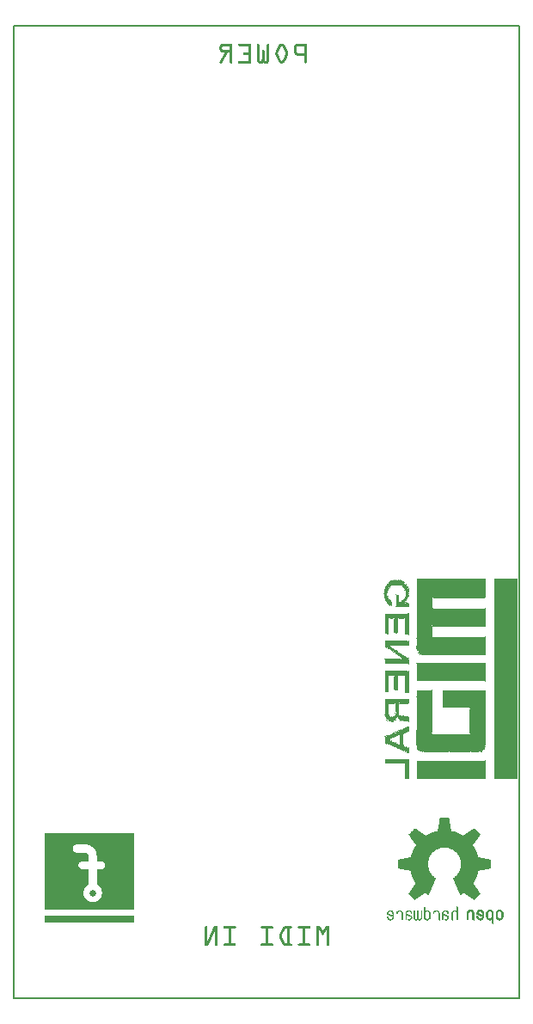
<source format=gbo>
G04 MADE WITH FRITZING*
G04 WWW.FRITZING.ORG*
G04 DOUBLE SIDED*
G04 HOLES PLATED*
G04 CONTOUR ON CENTER OF CONTOUR VECTOR*
%ASAXBY*%
%FSLAX23Y23*%
%MOIN*%
%OFA0B0*%
%SFA1.0B1.0*%
%ADD10C,0.026182*%
%ADD11R,0.346501X0.031132*%
%ADD12R,1.968500X3.779530X1.952500X3.763530*%
%ADD13C,0.008000*%
%ADD14R,0.001000X0.001000*%
%LNSILK0*%
G90*
G70*
G54D10*
X311Y412D03*
G54D11*
X299Y313D03*
G54D13*
X4Y3776D02*
X1965Y3776D01*
X1965Y4D01*
X4Y4D01*
X4Y3776D01*
D02*
G36*
X1439Y1582D02*
X1439Y1582D01*
X1439Y1581D01*
X1439Y1581D01*
X1439Y1582D01*
G37*
D02*
G36*
X1439Y1580D02*
X1439Y1580D01*
X1439Y1579D01*
X1439Y1579D01*
X1439Y1580D01*
G37*
D02*
G36*
X1439Y1578D02*
X1439Y1578D01*
X1439Y1577D01*
X1439Y1577D01*
X1439Y1578D01*
G37*
D02*
G36*
X1439Y1572D02*
X1439Y1572D01*
X1439Y1571D01*
X1439Y1571D01*
X1439Y1572D01*
G37*
D02*
G36*
X1439Y1570D02*
X1439Y1570D01*
X1439Y1569D01*
X1439Y1569D01*
X1439Y1570D01*
G37*
D02*
G36*
X1439Y1568D02*
X1439Y1568D01*
X1439Y1568D01*
X1439Y1568D01*
X1439Y1568D01*
G37*
D02*
G36*
X1439Y1567D02*
X1440Y1567D01*
X1440Y1566D01*
X1439Y1566D01*
X1439Y1566D01*
X1439Y1566D01*
X1439Y1567D01*
G37*
D02*
G36*
X1439Y1584D02*
X1440Y1584D01*
X1440Y1584D01*
X1439Y1584D01*
X1439Y1584D01*
G37*
D02*
G36*
X1439Y1583D02*
X1440Y1583D01*
X1440Y1582D01*
X1439Y1582D01*
X1439Y1583D01*
G37*
D02*
G36*
X1439Y1569D02*
X1440Y1569D01*
X1440Y1568D01*
X1439Y1568D01*
X1439Y1569D01*
G37*
D02*
G36*
X1439Y1565D02*
X1440Y1565D01*
X1440Y1565D01*
X1439Y1565D01*
X1439Y1565D01*
G37*
D02*
G36*
X1439Y1563D02*
X1440Y1563D01*
X1440Y1562D01*
X1439Y1562D01*
X1439Y1563D01*
G37*
D02*
G36*
X1440Y1588D02*
X1440Y1588D01*
X1440Y1586D01*
X1440Y1586D01*
X1440Y1588D01*
G37*
D02*
G36*
X1440Y1581D02*
X1440Y1581D01*
X1440Y1579D01*
X1440Y1579D01*
X1440Y1581D01*
G37*
D02*
G36*
X1440Y1578D02*
X1440Y1578D01*
X1440Y1577D01*
X1440Y1577D01*
X1440Y1578D01*
G37*
D02*
G36*
X1440Y1577D02*
X1440Y1577D01*
X1440Y1575D01*
X1440Y1575D01*
X1440Y1577D01*
G37*
D02*
G36*
X1440Y1571D02*
X1440Y1571D01*
X1440Y1571D01*
X1440Y1571D01*
X1440Y1571D01*
G37*
D02*
G36*
X1440Y1561D02*
X1440Y1561D01*
X1440Y1560D01*
X1440Y1560D01*
X1440Y1561D01*
G37*
D02*
G36*
X1440Y1590D02*
X1441Y1590D01*
X1441Y1589D01*
X1440Y1589D01*
X1440Y1590D01*
G37*
D02*
G36*
X1440Y1583D02*
X1441Y1583D01*
X1441Y1581D01*
X1440Y1581D01*
X1440Y1583D01*
G37*
D02*
G36*
X1440Y1565D02*
X1441Y1565D01*
X1441Y1563D01*
X1440Y1563D01*
X1440Y1565D01*
G37*
D02*
G36*
X1440Y1562D02*
X1441Y1562D01*
X1441Y1562D01*
X1440Y1562D01*
X1440Y1562D01*
G37*
D02*
G36*
X1440Y1559D02*
X1441Y1559D01*
X1441Y1558D01*
X1440Y1558D01*
X1440Y1559D01*
G37*
D02*
G36*
X1440Y1558D02*
X1441Y1558D01*
X1441Y1558D01*
X1440Y1558D01*
X1440Y1558D01*
G37*
D02*
G36*
X1441Y1586D02*
X1441Y1586D01*
X1441Y1586D01*
X1441Y1586D01*
X1441Y1586D01*
G37*
D02*
G36*
X1441Y1572D02*
X1441Y1572D01*
X1441Y1570D01*
X1441Y1570D01*
X1441Y1572D01*
G37*
D02*
G36*
X1441Y1568D02*
X1441Y1568D01*
X1441Y1567D01*
X1441Y1567D01*
X1441Y1568D01*
G37*
D02*
G36*
X1441Y1557D02*
X1441Y1557D01*
X1441Y1556D01*
X1441Y1556D01*
X1441Y1557D01*
G37*
D02*
G36*
X1441Y1593D02*
X1441Y1593D01*
X1441Y1592D01*
X1441Y1592D01*
X1441Y1593D01*
G37*
D02*
G36*
X1441Y1590D02*
X1441Y1590D01*
X1441Y1589D01*
X1441Y1589D01*
X1441Y1590D01*
G37*
D02*
G36*
X1441Y1586D02*
X1441Y1586D01*
X1441Y1585D01*
X1441Y1585D01*
X1441Y1586D01*
G37*
D02*
G36*
X1441Y1584D02*
X1441Y1584D01*
X1441Y1583D01*
X1441Y1583D01*
X1441Y1584D01*
G37*
D02*
G36*
X1441Y1595D02*
X1442Y1595D01*
X1442Y1595D01*
X1441Y1595D01*
X1441Y1595D01*
G37*
D02*
G36*
X1441Y1594D02*
X1442Y1594D01*
X1442Y1593D01*
X1441Y1593D01*
X1441Y1594D01*
G37*
D02*
G36*
X1441Y1553D02*
X1442Y1553D01*
X1442Y1552D01*
X1441Y1552D01*
X1441Y1553D01*
G37*
D02*
G36*
X1441Y1499D02*
X1442Y1499D01*
X1442Y1497D01*
X1441Y1497D01*
X1441Y1499D01*
G37*
D02*
G36*
X1441Y1496D02*
X1442Y1496D01*
X1442Y1416D01*
X1441Y1416D01*
X1441Y1496D01*
G37*
D02*
G36*
X1441Y1416D02*
X1442Y1416D01*
X1442Y1416D01*
X1441Y1416D01*
X1441Y1416D01*
G37*
D02*
G36*
X1441Y1393D02*
X1442Y1393D01*
X1442Y1393D01*
X1441Y1393D01*
X1441Y1393D01*
G37*
D02*
G36*
X1441Y1392D02*
X1442Y1392D01*
X1442Y1371D01*
X1441Y1371D01*
X1441Y1392D01*
G37*
D02*
G36*
X1441Y1370D02*
X1442Y1370D01*
X1442Y1370D01*
X1441Y1370D01*
X1441Y1370D01*
G37*
D02*
G36*
X1441Y1369D02*
X1442Y1369D01*
X1442Y1368D01*
X1441Y1368D01*
X1441Y1369D01*
G37*
D02*
G36*
X1441Y1322D02*
X1442Y1322D01*
X1442Y1321D01*
X1441Y1321D01*
X1441Y1322D01*
G37*
D02*
G36*
X1441Y1320D02*
X1442Y1320D01*
X1442Y1302D01*
X1532Y1302D01*
X1532Y1302D01*
X1533Y1302D01*
X1533Y1302D01*
X1535Y1302D01*
X1535Y1301D01*
X1441Y1301D01*
X1441Y1320D01*
G37*
D02*
G36*
X1441Y1301D02*
X1442Y1301D01*
X1442Y1300D01*
X1535Y1300D01*
X1535Y1300D01*
X1441Y1300D01*
X1441Y1301D01*
G37*
D02*
G36*
X1441Y1275D02*
X1442Y1275D01*
X1442Y1195D01*
X1441Y1195D01*
X1441Y1275D01*
G37*
D02*
G36*
X1441Y1195D02*
X1442Y1195D01*
X1442Y1193D01*
X1441Y1193D01*
X1441Y1195D01*
G37*
D02*
G36*
X1441Y1192D02*
X1442Y1192D01*
X1442Y1192D01*
X1441Y1192D01*
X1441Y1192D01*
G37*
D02*
G36*
X1441Y1168D02*
X1442Y1168D01*
X1442Y1166D01*
X1441Y1166D01*
X1441Y1168D01*
G37*
D02*
G36*
X1441Y1164D02*
X1442Y1164D01*
X1442Y1113D01*
X1441Y1113D01*
X1441Y1164D01*
G37*
D02*
G36*
X1441Y1112D02*
X1442Y1112D01*
X1442Y1110D01*
X1441Y1110D01*
X1441Y1112D01*
G37*
D02*
G36*
X1441Y1109D02*
X1442Y1109D01*
X1442Y1109D01*
X1441Y1109D01*
X1441Y1109D01*
G37*
D02*
G36*
X1441Y1107D02*
X1442Y1107D01*
X1442Y1106D01*
X1441Y1106D01*
X1441Y1107D01*
G37*
D02*
G36*
X1441Y1105D02*
X1442Y1105D01*
X1442Y1104D01*
X1441Y1104D01*
X1441Y1105D01*
G37*
D02*
G36*
X1441Y1020D02*
X1442Y1020D01*
X1442Y995D01*
X1443Y995D01*
X1443Y994D01*
X1444Y994D01*
X1444Y993D01*
X1443Y993D01*
X1443Y994D01*
X1443Y994D01*
X1443Y994D01*
X1442Y994D01*
X1442Y994D01*
X1441Y994D01*
X1441Y1020D01*
G37*
D02*
G36*
X1442Y1020D02*
X1442Y1020D01*
X1442Y1019D01*
X1442Y1019D01*
X1442Y1020D01*
G37*
D02*
G36*
X1441Y993D02*
X1442Y993D01*
X1442Y993D01*
X1441Y993D01*
X1441Y993D01*
G37*
D02*
G36*
X1441Y936D02*
X1442Y936D01*
X1442Y935D01*
X1441Y935D01*
X1441Y936D01*
G37*
D02*
G36*
X1441Y935D02*
X1442Y935D01*
X1442Y934D01*
X1441Y934D01*
X1441Y935D01*
G37*
D02*
G36*
X1441Y914D02*
X1442Y914D01*
X1442Y914D01*
X1441Y914D01*
X1441Y914D01*
G37*
D02*
G36*
X1441Y914D02*
X1442Y914D01*
X1442Y913D01*
X1441Y913D01*
X1441Y914D01*
G37*
D02*
G36*
X1442Y1597D02*
X1442Y1597D01*
X1442Y1596D01*
X1442Y1596D01*
X1442Y1597D01*
G37*
D02*
G36*
X1442Y1596D02*
X1442Y1596D01*
X1442Y1596D01*
X1442Y1596D01*
X1442Y1596D01*
G37*
D02*
G36*
X1442Y1551D02*
X1442Y1551D01*
X1442Y1550D01*
X1442Y1550D01*
X1442Y1551D01*
G37*
D02*
G36*
X1442Y1497D02*
X1444Y1497D01*
X1444Y1496D01*
X1443Y1496D01*
X1443Y1497D01*
X1442Y1497D01*
X1442Y1497D01*
G37*
D02*
G36*
X1443Y1496D02*
X1444Y1496D01*
X1444Y1418D01*
X1443Y1418D01*
X1443Y1419D01*
X1443Y1419D01*
X1443Y1496D01*
G37*
D02*
G36*
X1444Y1497D02*
X1444Y1497D01*
X1444Y1416D01*
X1444Y1416D01*
X1444Y1497D01*
G37*
D02*
G36*
X1444Y1497D02*
X1444Y1497D01*
X1444Y1416D01*
X1444Y1416D01*
X1444Y1497D01*
G37*
D02*
G36*
X1444Y1498D02*
X1445Y1498D01*
X1445Y1419D01*
X1452Y1419D01*
X1452Y1418D01*
X1445Y1418D01*
X1445Y1419D01*
X1445Y1419D01*
X1445Y1418D01*
X1444Y1418D01*
X1444Y1417D01*
X1444Y1417D01*
X1444Y1498D01*
G37*
D02*
G36*
X1445Y1497D02*
X1452Y1497D01*
X1452Y1420D01*
X1445Y1420D01*
X1445Y1497D01*
G37*
D02*
G36*
X1452Y1497D02*
X1453Y1497D01*
X1453Y1417D01*
X1452Y1417D01*
X1452Y1497D01*
G37*
D02*
G36*
X1452Y1497D02*
X1453Y1497D01*
X1453Y1417D01*
X1452Y1417D01*
X1452Y1497D01*
G37*
D02*
G36*
X1453Y1497D02*
X1456Y1497D01*
X1456Y1476D01*
X1456Y1476D01*
X1456Y1472D01*
X1457Y1472D01*
X1457Y1418D01*
X1456Y1418D01*
X1456Y1418D01*
X1456Y1418D01*
X1456Y1417D01*
X1453Y1417D01*
X1453Y1497D01*
G37*
D02*
G36*
X1456Y1497D02*
X1460Y1497D01*
X1460Y1479D01*
X1456Y1479D01*
X1456Y1497D01*
G37*
D02*
G36*
X1456Y1478D02*
X1457Y1478D01*
X1457Y1478D01*
X1456Y1478D01*
X1456Y1478D01*
G37*
D02*
G36*
X1456Y1477D02*
X1456Y1477D01*
X1456Y1476D01*
X1456Y1476D01*
X1456Y1477D01*
G37*
D02*
G36*
X1456Y1476D02*
X1457Y1476D01*
X1457Y1476D01*
X1457Y1476D01*
X1457Y1476D01*
X1457Y1476D01*
X1457Y1475D01*
X1456Y1475D01*
X1456Y1476D01*
G37*
D02*
G36*
X1460Y1478D02*
X1460Y1478D01*
X1460Y1478D01*
X1460Y1478D01*
X1460Y1478D01*
G37*
D02*
G36*
X1460Y1497D02*
X1461Y1497D01*
X1461Y1478D01*
X1460Y1478D01*
X1460Y1497D01*
G37*
D02*
G36*
X1460Y1497D02*
X1461Y1497D01*
X1461Y1478D01*
X1460Y1478D01*
X1460Y1497D01*
G37*
D02*
G36*
X1461Y1497D02*
X1462Y1497D01*
X1462Y1478D01*
X1463Y1478D01*
X1463Y1478D01*
X1473Y1478D01*
X1473Y1478D01*
X1474Y1478D01*
X1474Y1478D01*
X1475Y1478D01*
X1475Y1477D01*
X1463Y1477D01*
X1463Y1478D01*
X1461Y1478D01*
X1461Y1497D01*
G37*
D02*
G36*
X1462Y1497D02*
X1475Y1497D01*
X1475Y1479D01*
X1462Y1479D01*
X1462Y1497D01*
G37*
D02*
G36*
X1475Y1497D02*
X1475Y1497D01*
X1475Y1477D01*
X1475Y1477D01*
X1475Y1497D01*
G37*
D02*
G36*
X1475Y1497D02*
X1475Y1497D01*
X1475Y1477D01*
X1475Y1477D01*
X1475Y1497D01*
G37*
D02*
G36*
X1475Y1497D02*
X1479Y1497D01*
X1479Y1478D01*
X1479Y1478D01*
X1479Y1477D01*
X1479Y1477D01*
X1479Y1476D01*
X1479Y1476D01*
X1479Y1477D01*
X1478Y1477D01*
X1478Y1479D01*
X1478Y1479D01*
X1478Y1478D01*
X1477Y1478D01*
X1477Y1479D01*
X1475Y1479D01*
X1475Y1497D01*
G37*
D02*
G36*
X1478Y1476D02*
X1478Y1476D01*
X1478Y1475D01*
X1478Y1475D01*
X1478Y1476D01*
G37*
D02*
G36*
X1478Y1423D02*
X1478Y1423D01*
X1478Y1423D01*
X1478Y1423D01*
X1478Y1423D01*
G37*
D02*
G36*
X1478Y1476D02*
X1479Y1476D01*
X1479Y1423D01*
X1478Y1423D01*
X1478Y1476D01*
G37*
D02*
G36*
X1478Y1476D02*
X1479Y1476D01*
X1479Y1423D01*
X1478Y1423D01*
X1478Y1476D01*
G37*
D02*
G36*
X1478Y1422D02*
X1479Y1422D01*
X1479Y1421D01*
X1479Y1421D01*
X1479Y1420D01*
X1478Y1420D01*
X1478Y1422D01*
G37*
D02*
G36*
X1479Y1497D02*
X1479Y1497D01*
X1479Y1478D01*
X1480Y1478D01*
X1480Y1478D01*
X1479Y1478D01*
X1479Y1478D01*
X1479Y1478D01*
X1479Y1497D01*
G37*
D02*
G36*
X1479Y1423D02*
X1479Y1423D01*
X1479Y1422D01*
X1479Y1422D01*
X1479Y1423D01*
G37*
D02*
G36*
X1479Y1423D02*
X1479Y1423D01*
X1479Y1422D01*
X1479Y1422D01*
X1479Y1423D01*
G37*
D02*
G36*
X1479Y1476D02*
X1479Y1476D01*
X1479Y1475D01*
X1480Y1475D01*
X1480Y1423D01*
X1479Y1423D01*
X1479Y1423D01*
X1479Y1423D01*
X1479Y1476D01*
G37*
D02*
G36*
X1479Y1423D02*
X1480Y1423D01*
X1480Y1422D01*
X1479Y1422D01*
X1479Y1423D01*
G37*
D02*
G36*
X1479Y1497D02*
X1480Y1497D01*
X1480Y1479D01*
X1479Y1479D01*
X1479Y1497D01*
G37*
D02*
G36*
X1479Y1476D02*
X1480Y1476D01*
X1480Y1476D01*
X1479Y1476D01*
X1479Y1476D01*
G37*
D02*
G36*
X1480Y1497D02*
X1480Y1497D01*
X1480Y1422D01*
X1480Y1422D01*
X1480Y1497D01*
G37*
D02*
G36*
X1480Y1497D02*
X1480Y1497D01*
X1480Y1422D01*
X1480Y1422D01*
X1480Y1497D01*
G37*
D02*
G36*
X1480Y1497D02*
X1480Y1497D01*
X1480Y1422D01*
X1480Y1422D01*
X1480Y1497D01*
G37*
D02*
G36*
X1480Y1497D02*
X1480Y1497D01*
X1480Y1422D01*
X1480Y1422D01*
X1480Y1497D01*
G37*
D02*
G36*
X1480Y1497D02*
X1480Y1497D01*
X1480Y1422D01*
X1480Y1422D01*
X1480Y1497D01*
G37*
D02*
G36*
X1480Y1497D02*
X1483Y1497D01*
X1483Y1423D01*
X1490Y1423D01*
X1490Y1422D01*
X1483Y1422D01*
X1483Y1422D01*
X1480Y1422D01*
X1480Y1497D01*
G37*
D02*
G36*
X1483Y1497D02*
X1492Y1497D01*
X1492Y1475D01*
X1492Y1475D01*
X1492Y1479D01*
X1491Y1479D01*
X1491Y1475D01*
X1490Y1475D01*
X1490Y1423D01*
X1483Y1423D01*
X1483Y1497D01*
G37*
D02*
G36*
X1490Y1472D02*
X1491Y1472D01*
X1491Y1422D01*
X1490Y1422D01*
X1490Y1472D01*
G37*
D02*
G36*
X1490Y1472D02*
X1491Y1472D01*
X1491Y1422D01*
X1490Y1422D01*
X1490Y1472D01*
G37*
D02*
G36*
X1491Y1423D02*
X1491Y1423D01*
X1491Y1423D01*
X1492Y1423D01*
X1492Y1423D01*
X1492Y1423D01*
X1492Y1422D01*
X1491Y1422D01*
X1491Y1423D01*
G37*
D02*
G36*
X1492Y1472D02*
X1492Y1472D01*
X1492Y1423D01*
X1492Y1423D01*
X1492Y1472D01*
G37*
D02*
G36*
X1492Y1497D02*
X1492Y1497D01*
X1492Y1422D01*
X1492Y1422D01*
X1492Y1497D01*
G37*
D02*
G36*
X1492Y1497D02*
X1492Y1497D01*
X1492Y1422D01*
X1492Y1422D01*
X1492Y1497D01*
G37*
D02*
G36*
X1492Y1497D02*
X1492Y1497D01*
X1492Y1422D01*
X1492Y1422D01*
X1492Y1497D01*
G37*
D02*
G36*
X1492Y1497D02*
X1493Y1497D01*
X1493Y1423D01*
X1493Y1423D01*
X1493Y1422D01*
X1492Y1422D01*
X1492Y1497D01*
G37*
D02*
G36*
X1493Y1497D02*
X1516Y1497D01*
X1516Y1478D01*
X1514Y1478D01*
X1514Y1479D01*
X1497Y1479D01*
X1497Y1478D01*
X1496Y1478D01*
X1496Y1479D01*
X1494Y1479D01*
X1494Y1478D01*
X1494Y1478D01*
X1494Y1479D01*
X1493Y1479D01*
X1493Y1497D01*
G37*
D02*
G36*
X1497Y1478D02*
X1516Y1478D01*
X1516Y1477D01*
X1497Y1477D01*
X1497Y1478D01*
G37*
D02*
G36*
X1516Y1497D02*
X1517Y1497D01*
X1517Y1477D01*
X1516Y1477D01*
X1516Y1497D01*
G37*
D02*
G36*
X1516Y1497D02*
X1517Y1497D01*
X1517Y1477D01*
X1516Y1477D01*
X1516Y1497D01*
G37*
D02*
G36*
X1517Y1497D02*
X1521Y1497D01*
X1521Y1478D01*
X1521Y1478D01*
X1521Y1477D01*
X1521Y1477D01*
X1521Y1478D01*
X1520Y1478D01*
X1520Y1479D01*
X1519Y1479D01*
X1519Y1478D01*
X1518Y1478D01*
X1518Y1479D01*
X1517Y1479D01*
X1517Y1478D01*
X1517Y1478D01*
X1517Y1497D01*
G37*
D02*
G36*
X1517Y1478D02*
X1517Y1478D01*
X1517Y1477D01*
X1517Y1477D01*
X1517Y1478D01*
G37*
D02*
G36*
X1520Y1476D02*
X1521Y1476D01*
X1521Y1416D01*
X1521Y1416D01*
X1521Y1414D01*
X1520Y1414D01*
X1520Y1476D01*
G37*
D02*
G36*
X1521Y1497D02*
X1521Y1497D01*
X1521Y1479D01*
X1521Y1479D01*
X1521Y1497D01*
G37*
D02*
G36*
X1521Y1476D02*
X1521Y1476D01*
X1521Y1476D01*
X1521Y1476D01*
X1521Y1476D01*
G37*
D02*
G36*
X1521Y1476D02*
X1521Y1476D01*
X1521Y1472D01*
X1521Y1472D01*
X1521Y1476D01*
G37*
D02*
G36*
X1521Y1497D02*
X1522Y1497D01*
X1522Y1414D01*
X1521Y1414D01*
X1521Y1497D01*
G37*
D02*
G36*
X1521Y1497D02*
X1522Y1497D01*
X1522Y1414D01*
X1521Y1414D01*
X1521Y1497D01*
G37*
D02*
G36*
X1521Y1497D02*
X1522Y1497D01*
X1522Y1414D01*
X1521Y1414D01*
X1521Y1497D01*
G37*
D02*
G36*
X1521Y1497D02*
X1522Y1497D01*
X1522Y1414D01*
X1521Y1414D01*
X1521Y1497D01*
G37*
D02*
G36*
X1521Y1497D02*
X1522Y1497D01*
X1522Y1414D01*
X1521Y1414D01*
X1521Y1497D01*
G37*
D02*
G36*
X1522Y1497D02*
X1532Y1497D01*
X1532Y1498D01*
X1532Y1498D01*
X1532Y1496D01*
X1533Y1496D01*
X1533Y1415D01*
X1532Y1415D01*
X1532Y1414D01*
X1532Y1414D01*
X1532Y1414D01*
X1522Y1414D01*
X1522Y1497D01*
G37*
D02*
G36*
X1532Y1498D02*
X1533Y1498D01*
X1533Y1496D01*
X1532Y1496D01*
X1532Y1498D01*
G37*
D02*
G36*
X1442Y1103D02*
X1442Y1103D01*
X1442Y1104D01*
X1443Y1104D01*
X1443Y1103D01*
X1443Y1103D01*
X1443Y1103D01*
X1442Y1103D01*
X1442Y1103D01*
X1442Y1103D01*
X1442Y1103D01*
G37*
D02*
G36*
X1442Y1102D02*
X1442Y1102D01*
X1442Y1101D01*
X1442Y1101D01*
X1442Y1102D01*
G37*
D02*
G36*
X1442Y1100D02*
X1443Y1100D01*
X1443Y1099D01*
X1442Y1099D01*
X1442Y1100D01*
X1442Y1100D01*
X1442Y1100D01*
G37*
D02*
G36*
X1442Y1021D02*
X1443Y1021D01*
X1443Y1020D01*
X1442Y1020D01*
X1442Y1021D01*
G37*
D02*
G36*
X1442Y993D02*
X1442Y993D01*
X1442Y993D01*
X1442Y993D01*
X1442Y993D01*
G37*
D02*
G36*
X1442Y1550D02*
X1443Y1550D01*
X1443Y1549D01*
X1442Y1549D01*
X1442Y1550D01*
G37*
D02*
G36*
X1442Y1368D02*
X1443Y1368D01*
X1443Y1368D01*
X1442Y1368D01*
X1442Y1368D01*
G37*
D02*
G36*
X1442Y1098D02*
X1443Y1098D01*
X1443Y1098D01*
X1442Y1098D01*
X1442Y1098D01*
G37*
D02*
G36*
X1442Y993D02*
X1443Y993D01*
X1443Y993D01*
X1442Y993D01*
X1442Y993D01*
G37*
D02*
G36*
X1443Y1597D02*
X1443Y1597D01*
X1443Y1596D01*
X1443Y1596D01*
X1443Y1597D01*
G37*
D02*
G36*
X1443Y1551D02*
X1444Y1551D01*
X1444Y1550D01*
X1443Y1550D01*
X1443Y1550D01*
X1443Y1550D01*
X1443Y1551D01*
G37*
D02*
G36*
X1443Y1549D02*
X1443Y1549D01*
X1443Y1549D01*
X1443Y1549D01*
X1443Y1549D01*
G37*
D02*
G36*
X1443Y1499D02*
X1532Y1499D01*
X1532Y1499D01*
X1445Y1499D01*
X1445Y1498D01*
X1445Y1498D01*
X1445Y1499D01*
X1443Y1499D01*
X1443Y1499D01*
G37*
D02*
G36*
X1443Y1368D02*
X1443Y1368D01*
X1443Y1367D01*
X1443Y1367D01*
X1443Y1368D01*
G37*
D02*
G36*
X1443Y1097D02*
X1443Y1097D01*
X1443Y1096D01*
X1443Y1096D01*
X1443Y1097D01*
G37*
D02*
G36*
X1443Y1021D02*
X1443Y1021D01*
X1443Y1021D01*
X1443Y1021D01*
X1443Y1021D01*
G37*
D02*
G36*
X1443Y1020D02*
X1443Y1020D01*
X1443Y1020D01*
X1443Y1020D01*
X1443Y1020D01*
G37*
D02*
G36*
X1443Y993D02*
X1444Y993D01*
X1444Y992D01*
X1443Y992D01*
X1443Y993D01*
G37*
D02*
G36*
X1441Y934D02*
X1442Y934D01*
X1442Y915D01*
X1444Y915D01*
X1444Y915D01*
X1441Y915D01*
X1441Y934D01*
G37*
D02*
G36*
X1443Y934D02*
X1443Y934D01*
X1443Y935D01*
X1445Y935D01*
X1445Y935D01*
X1532Y935D01*
X1532Y934D01*
X1443Y934D01*
X1443Y934D01*
G37*
D02*
G36*
X1443Y933D02*
X1444Y933D01*
X1444Y916D01*
X1443Y916D01*
X1443Y933D01*
G37*
D02*
G36*
X1444Y933D02*
X1444Y933D01*
X1444Y915D01*
X1444Y915D01*
X1444Y933D01*
G37*
D02*
G36*
X1444Y933D02*
X1444Y933D01*
X1444Y915D01*
X1444Y915D01*
X1444Y933D01*
G37*
D02*
G36*
X1444Y933D02*
X1520Y933D01*
X1520Y916D01*
X1520Y916D01*
X1520Y915D01*
X1519Y915D01*
X1519Y915D01*
X1518Y915D01*
X1518Y916D01*
X1518Y916D01*
X1518Y915D01*
X1444Y915D01*
X1444Y933D01*
G37*
D02*
G36*
X1519Y914D02*
X1520Y914D01*
X1520Y914D01*
X1520Y914D01*
X1520Y914D01*
X1521Y914D01*
X1521Y913D01*
X1520Y913D01*
X1520Y914D01*
X1519Y914D01*
X1519Y914D01*
G37*
D02*
G36*
X1520Y915D02*
X1520Y915D01*
X1520Y915D01*
X1521Y915D01*
X1521Y914D01*
X1521Y914D01*
X1521Y914D01*
X1520Y914D01*
X1520Y915D01*
G37*
D02*
G36*
X1520Y911D02*
X1520Y911D01*
X1520Y910D01*
X1521Y910D01*
X1521Y857D01*
X1521Y857D01*
X1521Y909D01*
X1520Y909D01*
X1520Y857D01*
X1520Y857D01*
X1520Y911D01*
G37*
D02*
G36*
X1520Y933D02*
X1521Y933D01*
X1521Y915D01*
X1520Y915D01*
X1520Y933D01*
G37*
D02*
G36*
X1520Y913D02*
X1521Y913D01*
X1521Y912D01*
X1520Y912D01*
X1520Y913D01*
G37*
D02*
G36*
X1520Y911D02*
X1521Y911D01*
X1521Y910D01*
X1520Y910D01*
X1520Y911D01*
G37*
D02*
G36*
X1521Y913D02*
X1521Y913D01*
X1521Y910D01*
X1521Y910D01*
X1521Y913D01*
G37*
D02*
G36*
X1521Y913D02*
X1521Y913D01*
X1521Y910D01*
X1521Y910D01*
X1521Y913D01*
G37*
D02*
G36*
X1521Y933D02*
X1522Y933D01*
X1522Y857D01*
X1521Y857D01*
X1521Y933D01*
G37*
D02*
G36*
X1521Y933D02*
X1522Y933D01*
X1522Y857D01*
X1521Y857D01*
X1521Y933D01*
G37*
D02*
G36*
X1521Y933D02*
X1522Y933D01*
X1522Y857D01*
X1521Y857D01*
X1521Y933D01*
G37*
D02*
G36*
X1521Y933D02*
X1522Y933D01*
X1522Y857D01*
X1521Y857D01*
X1521Y933D01*
G37*
D02*
G36*
X1521Y933D02*
X1522Y933D01*
X1522Y857D01*
X1521Y857D01*
X1521Y933D01*
G37*
D02*
G36*
X1522Y933D02*
X1532Y933D01*
X1532Y857D01*
X1522Y857D01*
X1522Y933D01*
G37*
D02*
G36*
X1532Y935D02*
X1532Y935D01*
X1532Y857D01*
X1532Y857D01*
X1532Y935D01*
G37*
D02*
G36*
X1532Y935D02*
X1532Y935D01*
X1532Y857D01*
X1532Y857D01*
X1532Y935D01*
G37*
D02*
G36*
X1532Y935D02*
X1533Y935D01*
X1533Y934D01*
X1533Y934D01*
X1533Y935D01*
X1534Y935D01*
X1534Y934D01*
X1535Y934D01*
X1535Y934D01*
X1532Y934D01*
X1532Y935D01*
G37*
D02*
G36*
X1532Y933D02*
X1533Y933D01*
X1533Y857D01*
X1533Y857D01*
X1533Y857D01*
X1532Y857D01*
X1532Y933D01*
G37*
D02*
G36*
X1533Y933D02*
X1533Y933D01*
X1533Y933D01*
X1533Y933D01*
X1533Y933D01*
G37*
D02*
G36*
X1533Y933D02*
X1534Y933D01*
X1534Y857D01*
X1533Y857D01*
X1533Y933D01*
G37*
D02*
G36*
X1533Y933D02*
X1534Y933D01*
X1534Y857D01*
X1533Y857D01*
X1533Y933D01*
G37*
D02*
G36*
X1534Y933D02*
X1534Y933D01*
X1534Y857D01*
X1535Y857D01*
X1535Y857D01*
X1534Y857D01*
X1534Y933D01*
G37*
D02*
G36*
X1443Y914D02*
X1445Y914D01*
X1445Y914D01*
X1443Y914D01*
X1443Y914D01*
G37*
D02*
G36*
X1444Y913D02*
X1444Y913D01*
X1444Y914D01*
X1445Y914D01*
X1445Y913D01*
X1444Y913D01*
X1444Y913D01*
G37*
D02*
G36*
X1445Y914D02*
X1445Y914D01*
X1445Y913D01*
X1445Y913D01*
X1445Y914D01*
G37*
D02*
G36*
X1445Y914D02*
X1445Y914D01*
X1445Y913D01*
X1445Y913D01*
X1445Y914D01*
G37*
D02*
G36*
X1445Y914D02*
X1518Y914D01*
X1518Y915D01*
X1518Y915D01*
X1518Y914D01*
X1445Y914D01*
X1445Y914D01*
G37*
D02*
G36*
X1443Y1600D02*
X1444Y1600D01*
X1444Y1599D01*
X1443Y1599D01*
X1443Y1600D01*
G37*
D02*
G36*
X1443Y1549D02*
X1444Y1549D01*
X1444Y1548D01*
X1444Y1548D01*
X1444Y1548D01*
X1443Y1548D01*
X1443Y1549D01*
G37*
D02*
G36*
X1443Y1548D02*
X1444Y1548D01*
X1444Y1547D01*
X1443Y1547D01*
X1443Y1548D01*
G37*
D02*
G36*
X1443Y1367D02*
X1444Y1367D01*
X1444Y1367D01*
X1443Y1367D01*
X1443Y1367D01*
G37*
D02*
G36*
X1443Y1101D02*
X1444Y1101D01*
X1444Y1100D01*
X1443Y1100D01*
X1443Y1101D01*
G37*
D02*
G36*
X1443Y1098D02*
X1444Y1098D01*
X1444Y1097D01*
X1444Y1097D01*
X1444Y1097D01*
X1444Y1097D01*
X1444Y1097D01*
X1444Y1097D01*
X1444Y1097D01*
X1443Y1097D01*
X1443Y1098D01*
G37*
D02*
G36*
X1443Y1096D02*
X1444Y1096D01*
X1444Y1095D01*
X1443Y1095D01*
X1443Y1096D01*
G37*
D02*
G36*
X1444Y1601D02*
X1444Y1601D01*
X1444Y1600D01*
X1444Y1600D01*
X1444Y1601D01*
G37*
D02*
G36*
X1444Y1598D02*
X1444Y1598D01*
X1444Y1596D01*
X1444Y1596D01*
X1444Y1598D01*
G37*
D02*
G36*
X1444Y1551D02*
X1444Y1551D01*
X1444Y1551D01*
X1444Y1551D01*
X1444Y1551D01*
G37*
D02*
G36*
X1444Y1550D02*
X1444Y1550D01*
X1444Y1549D01*
X1444Y1549D01*
X1444Y1550D01*
G37*
D02*
G36*
X1444Y1547D02*
X1444Y1547D01*
X1444Y1546D01*
X1444Y1546D01*
X1444Y1547D01*
G37*
D02*
G36*
X1444Y1099D02*
X1444Y1099D01*
X1444Y1098D01*
X1444Y1098D01*
X1444Y1099D01*
G37*
D02*
G36*
X1444Y1094D02*
X1444Y1094D01*
X1444Y1094D01*
X1444Y1094D01*
X1444Y1094D01*
G37*
D02*
G36*
X1444Y1021D02*
X1444Y1021D01*
X1444Y1021D01*
X1444Y1021D01*
X1444Y1021D01*
G37*
D02*
G36*
X1444Y1021D02*
X1444Y1021D01*
X1444Y1020D01*
X1444Y1020D01*
X1444Y1021D01*
G37*
D02*
G36*
X1444Y993D02*
X1444Y993D01*
X1444Y993D01*
X1444Y993D01*
X1444Y993D01*
G37*
D02*
G36*
X1444Y1548D02*
X1444Y1548D01*
X1444Y1547D01*
X1444Y1547D01*
X1444Y1548D01*
G37*
D02*
G36*
X1444Y1546D02*
X1444Y1546D01*
X1444Y1545D01*
X1444Y1545D01*
X1444Y1546D01*
G37*
D02*
G36*
X1444Y1102D02*
X1444Y1102D01*
X1444Y1102D01*
X1444Y1102D01*
X1444Y1102D01*
G37*
D02*
G36*
X1444Y1093D02*
X1444Y1093D01*
X1444Y1093D01*
X1444Y1093D01*
X1444Y1093D01*
G37*
D02*
G36*
X1444Y993D02*
X1445Y993D01*
X1445Y993D01*
X1444Y993D01*
X1444Y993D01*
G37*
D02*
G36*
X1444Y992D02*
X1444Y992D01*
X1444Y992D01*
X1444Y992D01*
X1444Y992D01*
G37*
D02*
G36*
X1444Y1603D02*
X1445Y1603D01*
X1445Y1602D01*
X1444Y1602D01*
X1444Y1603D01*
G37*
D02*
G36*
X1444Y1545D02*
X1445Y1545D01*
X1445Y1544D01*
X1444Y1544D01*
X1444Y1545D01*
G37*
D02*
G36*
X1444Y1368D02*
X1445Y1368D01*
X1445Y1368D01*
X1445Y1368D01*
X1445Y1367D01*
X1444Y1367D01*
X1444Y1368D01*
G37*
D02*
G36*
X1444Y1092D02*
X1445Y1092D01*
X1445Y1091D01*
X1444Y1091D01*
X1444Y1092D01*
G37*
D02*
G36*
X1444Y1022D02*
X1445Y1022D01*
X1445Y1021D01*
X1444Y1021D01*
X1444Y1022D01*
G37*
D02*
G36*
X1444Y993D02*
X1445Y993D01*
X1445Y992D01*
X1444Y992D01*
X1444Y993D01*
G37*
D02*
G36*
X1445Y1604D02*
X1445Y1604D01*
X1445Y1604D01*
X1445Y1604D01*
X1445Y1604D01*
G37*
D02*
G36*
X1445Y1603D02*
X1446Y1603D01*
X1446Y1603D01*
X1445Y1603D01*
X1445Y1603D01*
G37*
D02*
G36*
X1445Y1546D02*
X1445Y1546D01*
X1445Y1545D01*
X1445Y1545D01*
X1445Y1546D01*
G37*
D02*
G36*
X1445Y1544D02*
X1445Y1544D01*
X1445Y1543D01*
X1445Y1543D01*
X1445Y1544D01*
G37*
D02*
G36*
X1445Y1367D02*
X1445Y1367D01*
X1445Y1367D01*
X1445Y1367D01*
X1445Y1367D01*
G37*
D02*
G36*
X1445Y1094D02*
X1445Y1094D01*
X1445Y1094D01*
X1445Y1094D01*
X1445Y1094D01*
G37*
D02*
G36*
X1445Y1543D02*
X1446Y1543D01*
X1446Y1543D01*
X1445Y1543D01*
X1445Y1543D01*
G37*
D02*
G36*
X1445Y1367D02*
X1447Y1367D01*
X1447Y1366D01*
X1447Y1366D01*
X1447Y1366D01*
X1446Y1366D01*
X1446Y1366D01*
X1445Y1366D01*
X1445Y1367D01*
G37*
D02*
G36*
X1445Y1366D02*
X1446Y1366D01*
X1446Y1366D01*
X1445Y1366D01*
X1445Y1366D01*
G37*
D02*
G36*
X1445Y1276D02*
X1532Y1276D01*
X1532Y1275D01*
X1445Y1275D01*
X1445Y1276D01*
G37*
D02*
G36*
X1445Y1092D02*
X1446Y1092D01*
X1446Y1091D01*
X1445Y1091D01*
X1445Y1092D01*
G37*
D02*
G36*
X1445Y1022D02*
X1447Y1022D01*
X1447Y1022D01*
X1446Y1022D01*
X1446Y1021D01*
X1445Y1021D01*
X1445Y1022D01*
G37*
D02*
G36*
X1445Y1021D02*
X1446Y1021D01*
X1446Y1021D01*
X1446Y1021D01*
X1446Y1020D01*
X1445Y1020D01*
X1445Y1021D01*
G37*
D02*
G36*
X1446Y1606D02*
X1446Y1606D01*
X1446Y1605D01*
X1446Y1605D01*
X1446Y1606D01*
G37*
D02*
G36*
X1446Y1544D02*
X1446Y1544D01*
X1446Y1544D01*
X1446Y1544D01*
X1446Y1544D01*
G37*
D02*
G36*
X1446Y1542D02*
X1446Y1542D01*
X1446Y1542D01*
X1446Y1542D01*
X1446Y1542D01*
G37*
D02*
G36*
X1446Y1091D02*
X1446Y1091D01*
X1446Y1091D01*
X1446Y1091D01*
X1446Y1091D01*
G37*
D02*
G36*
X1446Y1089D02*
X1446Y1089D01*
X1446Y1089D01*
X1446Y1089D01*
X1446Y1089D01*
G37*
D02*
G36*
X1446Y992D02*
X1446Y992D01*
X1446Y991D01*
X1446Y991D01*
X1446Y992D01*
G37*
D02*
G36*
X1446Y1606D02*
X1447Y1606D01*
X1447Y1606D01*
X1446Y1606D01*
X1446Y1606D01*
G37*
D02*
G36*
X1446Y1605D02*
X1447Y1605D01*
X1447Y1605D01*
X1446Y1605D01*
X1446Y1605D01*
G37*
D02*
G36*
X1446Y1604D02*
X1447Y1604D01*
X1447Y1603D01*
X1446Y1603D01*
X1446Y1604D01*
G37*
D02*
G36*
X1446Y1365D02*
X1447Y1365D01*
X1447Y1365D01*
X1446Y1365D01*
X1446Y1365D01*
G37*
D02*
G36*
X1446Y1020D02*
X1448Y1020D01*
X1448Y1020D01*
X1446Y1020D01*
X1446Y1020D01*
G37*
D02*
G36*
X1446Y991D02*
X1447Y991D01*
X1447Y991D01*
X1446Y991D01*
X1446Y991D01*
G37*
D02*
G36*
X1447Y1607D02*
X1447Y1607D01*
X1447Y1606D01*
X1447Y1606D01*
X1447Y1607D01*
G37*
D02*
G36*
X1447Y1605D02*
X1447Y1605D01*
X1447Y1604D01*
X1447Y1604D01*
X1447Y1605D01*
G37*
D02*
G36*
X1447Y1603D02*
X1447Y1603D01*
X1447Y1603D01*
X1447Y1603D01*
X1447Y1603D01*
G37*
D02*
G36*
X1447Y1544D02*
X1447Y1544D01*
X1447Y1543D01*
X1447Y1543D01*
X1447Y1544D01*
G37*
D02*
G36*
X1447Y1543D02*
X1447Y1543D01*
X1447Y1542D01*
X1447Y1542D01*
X1447Y1543D01*
G37*
D02*
G36*
X1447Y1541D02*
X1447Y1541D01*
X1447Y1540D01*
X1447Y1540D01*
X1447Y1541D01*
G37*
D02*
G36*
X1447Y1088D02*
X1447Y1088D01*
X1447Y1087D01*
X1447Y1087D01*
X1447Y1088D01*
G37*
D02*
G36*
X1447Y1022D02*
X1448Y1022D01*
X1448Y1021D01*
X1447Y1021D01*
X1447Y1021D01*
X1447Y1021D01*
X1447Y1022D01*
G37*
D02*
G36*
X1447Y1608D02*
X1448Y1608D01*
X1448Y1607D01*
X1447Y1607D01*
X1447Y1608D01*
G37*
D02*
G36*
X1447Y1606D02*
X1448Y1606D01*
X1448Y1606D01*
X1447Y1606D01*
X1447Y1606D01*
G37*
D02*
G36*
X1447Y1606D02*
X1448Y1606D01*
X1448Y1605D01*
X1447Y1605D01*
X1447Y1606D01*
G37*
D02*
G36*
X1447Y1604D02*
X1448Y1604D01*
X1448Y1603D01*
X1447Y1603D01*
X1447Y1604D01*
G37*
D02*
G36*
X1447Y1543D02*
X1448Y1543D01*
X1448Y1543D01*
X1447Y1543D01*
X1447Y1543D01*
G37*
D02*
G36*
X1447Y1542D02*
X1448Y1542D01*
X1448Y1541D01*
X1448Y1541D01*
X1448Y1541D01*
X1447Y1541D01*
X1447Y1542D01*
G37*
D02*
G36*
X1447Y1540D02*
X1448Y1540D01*
X1448Y1539D01*
X1447Y1539D01*
X1447Y1540D01*
G37*
D02*
G36*
X1447Y1367D02*
X1448Y1367D01*
X1448Y1367D01*
X1449Y1367D01*
X1449Y1366D01*
X1448Y1366D01*
X1448Y1367D01*
X1447Y1367D01*
X1447Y1367D01*
G37*
D02*
G36*
X1447Y1366D02*
X1448Y1366D01*
X1448Y1366D01*
X1447Y1366D01*
X1447Y1366D01*
G37*
D02*
G36*
X1447Y1365D02*
X1448Y1365D01*
X1448Y1364D01*
X1447Y1364D01*
X1447Y1365D01*
G37*
D02*
G36*
X1447Y1091D02*
X1448Y1091D01*
X1448Y1091D01*
X1447Y1091D01*
X1447Y1091D01*
G37*
D02*
G36*
X1447Y1089D02*
X1448Y1089D01*
X1448Y1088D01*
X1447Y1088D01*
X1447Y1089D01*
G37*
D02*
G36*
X1447Y1023D02*
X1448Y1023D01*
X1448Y1023D01*
X1448Y1023D01*
X1448Y1023D01*
X1448Y1023D01*
X1448Y1022D01*
X1447Y1022D01*
X1447Y1023D01*
G37*
D02*
G36*
X1447Y1021D02*
X1448Y1021D01*
X1448Y1021D01*
X1448Y1021D01*
X1448Y1021D01*
X1447Y1021D01*
X1447Y1021D01*
G37*
D02*
G36*
X1448Y1609D02*
X1448Y1609D01*
X1448Y1608D01*
X1448Y1608D01*
X1448Y1609D01*
G37*
D02*
G36*
X1448Y1607D02*
X1448Y1607D01*
X1448Y1607D01*
X1448Y1607D01*
X1448Y1607D01*
G37*
D02*
G36*
X1448Y1606D02*
X1448Y1606D01*
X1448Y1606D01*
X1448Y1606D01*
X1448Y1606D01*
G37*
D02*
G36*
X1448Y1540D02*
X1448Y1540D01*
X1448Y1540D01*
X1448Y1540D01*
X1448Y1540D01*
G37*
D02*
G36*
X1448Y1539D02*
X1448Y1539D01*
X1448Y1539D01*
X1448Y1539D01*
X1448Y1539D01*
G37*
D02*
G36*
X1448Y1366D02*
X1448Y1366D01*
X1448Y1365D01*
X1448Y1365D01*
X1448Y1366D01*
G37*
D02*
G36*
X1448Y1364D02*
X1448Y1364D01*
X1448Y1364D01*
X1448Y1364D01*
X1448Y1364D01*
G37*
D02*
G36*
X1448Y1087D02*
X1448Y1087D01*
X1448Y1086D01*
X1448Y1086D01*
X1448Y1087D01*
G37*
D02*
G36*
X1448Y991D02*
X1448Y991D01*
X1448Y990D01*
X1448Y990D01*
X1448Y991D01*
G37*
D02*
G36*
X1448Y1609D02*
X1448Y1609D01*
X1448Y1609D01*
X1448Y1609D01*
X1448Y1609D01*
G37*
D02*
G36*
X1448Y1608D02*
X1448Y1608D01*
X1448Y1607D01*
X1448Y1607D01*
X1448Y1608D01*
G37*
D02*
G36*
X1448Y1606D02*
X1448Y1606D01*
X1448Y1606D01*
X1448Y1606D01*
X1448Y1606D01*
G37*
D02*
G36*
X1448Y1543D02*
X1448Y1543D01*
X1448Y1542D01*
X1448Y1542D01*
X1448Y1543D01*
G37*
D02*
G36*
X1448Y1541D02*
X1448Y1541D01*
X1448Y1540D01*
X1448Y1540D01*
X1448Y1541D01*
G37*
D02*
G36*
X1448Y1539D02*
X1448Y1539D01*
X1448Y1538D01*
X1448Y1538D01*
X1448Y1539D01*
G37*
D02*
G36*
X1448Y1087D02*
X1448Y1087D01*
X1448Y1087D01*
X1448Y1087D01*
X1448Y1087D01*
G37*
D02*
G36*
X1448Y1366D02*
X1449Y1366D01*
X1449Y1365D01*
X1448Y1365D01*
X1448Y1366D01*
G37*
D02*
G36*
X1448Y1364D02*
X1449Y1364D01*
X1449Y1363D01*
X1448Y1363D01*
X1448Y1364D01*
G37*
D02*
G36*
X1448Y1086D02*
X1449Y1086D01*
X1449Y1085D01*
X1448Y1085D01*
X1448Y1086D01*
G37*
D02*
G36*
X1448Y1022D02*
X1449Y1022D01*
X1449Y1022D01*
X1448Y1022D01*
X1448Y1022D01*
G37*
D02*
G36*
X1448Y990D02*
X1449Y990D01*
X1449Y990D01*
X1448Y990D01*
X1448Y990D01*
G37*
D02*
G36*
X1449Y1611D02*
X1449Y1611D01*
X1449Y1610D01*
X1449Y1610D01*
X1449Y1611D01*
G37*
D02*
G36*
X1449Y1363D02*
X1449Y1363D01*
X1449Y1364D01*
X1450Y1364D01*
X1450Y1363D01*
X1450Y1363D01*
X1450Y1363D01*
X1450Y1363D01*
X1450Y1363D01*
X1449Y1363D01*
X1449Y1363D01*
G37*
D02*
G36*
X1449Y1085D02*
X1449Y1085D01*
X1449Y1084D01*
X1449Y1084D01*
X1449Y1085D01*
G37*
D02*
G36*
X1449Y990D02*
X1449Y990D01*
X1449Y990D01*
X1449Y990D01*
X1449Y990D01*
G37*
D02*
G36*
X1449Y1611D02*
X1450Y1611D01*
X1450Y1611D01*
X1449Y1611D01*
X1449Y1611D01*
G37*
D02*
G36*
X1449Y1610D02*
X1450Y1610D01*
X1450Y1610D01*
X1449Y1610D01*
X1449Y1610D01*
G37*
D02*
G36*
X1449Y1365D02*
X1450Y1365D01*
X1450Y1364D01*
X1449Y1364D01*
X1449Y1365D01*
G37*
D02*
G36*
X1449Y1085D02*
X1450Y1085D01*
X1450Y1085D01*
X1449Y1085D01*
X1449Y1085D01*
G37*
D02*
G36*
X1449Y1084D02*
X1450Y1084D01*
X1450Y1083D01*
X1449Y1083D01*
X1449Y1084D01*
G37*
D02*
G36*
X1449Y1024D02*
X1450Y1024D01*
X1450Y1024D01*
X1450Y1024D01*
X1450Y1023D01*
X1449Y1023D01*
X1449Y1024D01*
G37*
D02*
G36*
X1450Y1612D02*
X1450Y1612D01*
X1450Y1611D01*
X1450Y1611D01*
X1450Y1612D01*
G37*
D02*
G36*
X1450Y1538D02*
X1450Y1538D01*
X1450Y1537D01*
X1450Y1537D01*
X1450Y1538D01*
G37*
D02*
G36*
X1450Y1084D02*
X1450Y1084D01*
X1450Y1084D01*
X1450Y1084D01*
X1450Y1084D01*
G37*
D02*
G36*
X1450Y1083D02*
X1450Y1083D01*
X1450Y1083D01*
X1450Y1083D01*
X1450Y1083D01*
G37*
D02*
G36*
X1450Y990D02*
X1451Y990D01*
X1451Y989D01*
X1450Y989D01*
X1450Y990D01*
G37*
D02*
G36*
X1450Y1612D02*
X1451Y1612D01*
X1451Y1612D01*
X1450Y1612D01*
X1450Y1612D01*
G37*
D02*
G36*
X1450Y1608D02*
X1451Y1608D01*
X1451Y1607D01*
X1450Y1607D01*
X1450Y1608D01*
G37*
D02*
G36*
X1450Y1536D02*
X1451Y1536D01*
X1451Y1535D01*
X1450Y1535D01*
X1450Y1536D01*
G37*
D02*
G36*
X1450Y1364D02*
X1451Y1364D01*
X1451Y1364D01*
X1451Y1364D01*
X1451Y1363D01*
X1451Y1363D01*
X1451Y1364D01*
X1450Y1364D01*
X1450Y1364D01*
G37*
D02*
G36*
X1450Y1363D02*
X1451Y1363D01*
X1451Y1362D01*
X1450Y1362D01*
X1450Y1363D01*
G37*
D02*
G36*
X1450Y1085D02*
X1451Y1085D01*
X1451Y1084D01*
X1450Y1084D01*
X1450Y1085D01*
G37*
D02*
G36*
X1450Y1083D02*
X1451Y1083D01*
X1451Y1083D01*
X1451Y1083D01*
X1451Y1082D01*
X1450Y1082D01*
X1450Y1083D01*
G37*
D02*
G36*
X1450Y990D02*
X1451Y990D01*
X1451Y991D01*
X1451Y991D01*
X1451Y991D01*
X1452Y991D01*
X1452Y991D01*
X1452Y991D01*
X1452Y990D01*
X1452Y990D01*
X1452Y990D01*
X1451Y990D01*
X1451Y990D01*
X1450Y990D01*
X1450Y990D01*
G37*
D02*
G36*
X1451Y1612D02*
X1451Y1612D01*
X1451Y1613D01*
X1451Y1613D01*
X1451Y1612D01*
X1451Y1612D01*
X1451Y1612D01*
G37*
D02*
G36*
X1451Y1612D02*
X1451Y1612D01*
X1451Y1611D01*
X1451Y1611D01*
X1451Y1612D01*
G37*
D02*
G36*
X1451Y1537D02*
X1451Y1537D01*
X1451Y1536D01*
X1451Y1536D01*
X1451Y1537D01*
G37*
D02*
G36*
X1451Y1535D02*
X1451Y1535D01*
X1451Y1535D01*
X1451Y1535D01*
X1451Y1535D01*
G37*
D02*
G36*
X1451Y1362D02*
X1451Y1362D01*
X1451Y1362D01*
X1451Y1362D01*
X1451Y1362D01*
G37*
D02*
G36*
X1451Y1024D02*
X1451Y1024D01*
X1451Y1024D01*
X1451Y1024D01*
X1451Y1024D01*
G37*
D02*
G36*
X1451Y1536D02*
X1451Y1536D01*
X1451Y1535D01*
X1451Y1535D01*
X1451Y1536D01*
G37*
D02*
G36*
X1451Y1363D02*
X1451Y1363D01*
X1451Y1363D01*
X1451Y1363D01*
X1451Y1363D01*
G37*
D02*
G36*
X1451Y1084D02*
X1451Y1084D01*
X1451Y1083D01*
X1451Y1083D01*
X1451Y1084D01*
G37*
D02*
G36*
X1451Y1082D02*
X1451Y1082D01*
X1451Y1081D01*
X1451Y1081D01*
X1451Y1082D01*
G37*
D02*
G36*
X1451Y990D02*
X1452Y990D01*
X1452Y989D01*
X1451Y989D01*
X1451Y990D01*
G37*
D02*
G36*
X1451Y1614D02*
X1452Y1614D01*
X1452Y1613D01*
X1451Y1613D01*
X1451Y1614D01*
G37*
D02*
G36*
X1451Y1536D02*
X1452Y1536D01*
X1452Y1536D01*
X1451Y1536D01*
X1451Y1536D01*
G37*
D02*
G36*
X1451Y1535D02*
X1452Y1535D01*
X1452Y1534D01*
X1451Y1534D01*
X1451Y1535D01*
G37*
D02*
G36*
X1451Y1363D02*
X1452Y1363D01*
X1452Y1363D01*
X1451Y1363D01*
X1451Y1363D01*
G37*
D02*
G36*
X1451Y1362D02*
X1452Y1362D01*
X1452Y1361D01*
X1451Y1361D01*
X1451Y1362D01*
G37*
D02*
G36*
X1451Y1084D02*
X1452Y1084D01*
X1452Y1084D01*
X1451Y1084D01*
X1451Y1084D01*
G37*
D02*
G36*
X1451Y1082D02*
X1452Y1082D01*
X1452Y1082D01*
X1451Y1082D01*
X1451Y1082D01*
G37*
D02*
G36*
X1451Y1081D02*
X1452Y1081D01*
X1452Y1081D01*
X1451Y1081D01*
X1451Y1081D01*
G37*
D02*
G36*
X1452Y1612D02*
X1452Y1612D01*
X1452Y1612D01*
X1452Y1612D01*
X1452Y1612D01*
G37*
D02*
G36*
X1452Y1534D02*
X1452Y1534D01*
X1452Y1533D01*
X1452Y1533D01*
X1452Y1534D01*
G37*
D02*
G36*
X1452Y1364D02*
X1452Y1364D01*
X1452Y1364D01*
X1452Y1364D01*
X1452Y1364D01*
G37*
D02*
G36*
X1452Y1363D02*
X1452Y1363D01*
X1452Y1362D01*
X1452Y1362D01*
X1452Y1363D01*
G37*
D02*
G36*
X1452Y1085D02*
X1452Y1085D01*
X1452Y1084D01*
X1452Y1084D01*
X1452Y1085D01*
G37*
D02*
G36*
X1452Y1082D02*
X1452Y1082D01*
X1452Y1081D01*
X1452Y1081D01*
X1452Y1082D01*
G37*
D02*
G36*
X1452Y1081D02*
X1452Y1081D01*
X1452Y1081D01*
X1452Y1081D01*
X1452Y1081D01*
G37*
D02*
G36*
X1452Y1025D02*
X1452Y1025D01*
X1452Y1024D01*
X1452Y1024D01*
X1452Y1025D01*
G37*
D02*
G36*
X1452Y989D02*
X1452Y989D01*
X1452Y989D01*
X1452Y989D01*
X1452Y989D01*
G37*
D02*
G36*
X1452Y1615D02*
X1453Y1615D01*
X1453Y1615D01*
X1452Y1615D01*
X1452Y1615D01*
G37*
D02*
G36*
X1452Y1533D02*
X1453Y1533D01*
X1453Y1533D01*
X1452Y1533D01*
X1452Y1533D01*
G37*
D02*
G36*
X1452Y1081D02*
X1453Y1081D01*
X1453Y1080D01*
X1452Y1080D01*
X1452Y1081D01*
G37*
D02*
G36*
X1453Y1568D02*
X1453Y1568D01*
X1453Y1569D01*
X1454Y1569D01*
X1454Y1568D01*
X1454Y1568D01*
X1454Y1567D01*
X1454Y1567D01*
X1454Y1568D01*
X1453Y1568D01*
X1453Y1566D01*
X1453Y1566D01*
X1453Y1568D01*
G37*
D02*
G36*
X1454Y1569D02*
X1454Y1569D01*
X1454Y1568D01*
X1454Y1568D01*
X1454Y1569D01*
G37*
D02*
G36*
X1453Y1081D02*
X1453Y1081D01*
X1453Y1081D01*
X1453Y1081D01*
X1453Y1081D01*
G37*
D02*
G36*
X1453Y1025D02*
X1454Y1025D01*
X1454Y1024D01*
X1453Y1024D01*
X1453Y1025D01*
G37*
D02*
G36*
X1453Y1616D02*
X1454Y1616D01*
X1454Y1616D01*
X1454Y1616D01*
X1454Y1615D01*
X1453Y1615D01*
X1453Y1616D01*
G37*
D02*
G36*
X1453Y1615D02*
X1454Y1615D01*
X1454Y1614D01*
X1453Y1614D01*
X1453Y1615D01*
G37*
D02*
G36*
X1453Y1533D02*
X1454Y1533D01*
X1454Y1533D01*
X1453Y1533D01*
X1453Y1533D01*
G37*
D02*
G36*
X1453Y1360D02*
X1454Y1360D01*
X1454Y1360D01*
X1453Y1360D01*
X1453Y1360D01*
G37*
D02*
G36*
X1453Y1081D02*
X1454Y1081D01*
X1454Y1080D01*
X1454Y1080D01*
X1454Y1080D01*
X1453Y1080D01*
X1453Y1081D01*
G37*
D02*
G36*
X1453Y988D02*
X1454Y988D01*
X1454Y988D01*
X1453Y988D01*
X1453Y988D01*
G37*
D02*
G36*
X1454Y1615D02*
X1454Y1615D01*
X1454Y1615D01*
X1454Y1615D01*
X1454Y1615D01*
X1455Y1615D01*
X1455Y1615D01*
X1455Y1615D01*
X1455Y1615D01*
X1456Y1615D01*
X1456Y1615D01*
X1455Y1615D01*
X1455Y1614D01*
X1454Y1614D01*
X1454Y1615D01*
X1454Y1615D01*
X1454Y1615D01*
G37*
D02*
G36*
X1454Y1614D02*
X1454Y1614D01*
X1454Y1614D01*
X1454Y1614D01*
X1454Y1613D01*
X1454Y1613D01*
X1454Y1614D01*
G37*
D02*
G36*
X1454Y1576D02*
X1454Y1576D01*
X1454Y1575D01*
X1454Y1575D01*
X1454Y1576D01*
G37*
D02*
G36*
X1454Y1564D02*
X1454Y1564D01*
X1454Y1563D01*
X1454Y1563D01*
X1454Y1564D01*
G37*
D02*
G36*
X1454Y1361D02*
X1454Y1361D01*
X1454Y1361D01*
X1454Y1361D01*
X1454Y1361D01*
G37*
D02*
G36*
X1454Y1081D02*
X1454Y1081D01*
X1454Y1081D01*
X1454Y1081D01*
X1454Y1081D01*
G37*
D02*
G36*
X1454Y1024D02*
X1454Y1024D01*
X1454Y1023D01*
X1454Y1023D01*
X1454Y1024D01*
G37*
D02*
G36*
X1454Y1617D02*
X1454Y1617D01*
X1454Y1616D01*
X1454Y1616D01*
X1454Y1617D01*
G37*
D02*
G36*
X1454Y1582D02*
X1454Y1582D01*
X1454Y1582D01*
X1454Y1582D01*
X1454Y1582D01*
G37*
D02*
G36*
X1454Y1579D02*
X1454Y1579D01*
X1454Y1581D01*
X1455Y1581D01*
X1455Y1581D01*
X1455Y1581D01*
X1455Y1580D01*
X1455Y1580D01*
X1455Y1578D01*
X1454Y1578D01*
X1454Y1579D01*
G37*
D02*
G36*
X1454Y1577D02*
X1454Y1577D01*
X1454Y1577D01*
X1454Y1577D01*
X1454Y1577D01*
G37*
D02*
G36*
X1454Y1575D02*
X1454Y1575D01*
X1454Y1574D01*
X1454Y1574D01*
X1454Y1575D01*
G37*
D02*
G36*
X1454Y1566D02*
X1454Y1566D01*
X1454Y1565D01*
X1454Y1565D01*
X1454Y1566D01*
G37*
D02*
G36*
X1454Y1532D02*
X1455Y1532D01*
X1455Y1531D01*
X1454Y1531D01*
X1454Y1532D01*
X1454Y1532D01*
X1454Y1532D01*
G37*
D02*
G36*
X1454Y1361D02*
X1455Y1361D01*
X1455Y1360D01*
X1454Y1360D01*
X1454Y1360D01*
X1454Y1360D01*
X1454Y1361D01*
G37*
D02*
G36*
X1454Y1360D02*
X1454Y1360D01*
X1454Y1359D01*
X1454Y1359D01*
X1454Y1360D01*
G37*
D02*
G36*
X1454Y1081D02*
X1454Y1081D01*
X1454Y1081D01*
X1454Y1081D01*
X1454Y1081D01*
G37*
D02*
G36*
X1454Y1080D02*
X1455Y1080D01*
X1455Y1079D01*
X1455Y1079D01*
X1455Y1079D01*
X1454Y1079D01*
X1454Y1079D01*
X1454Y1079D01*
X1454Y1080D01*
G37*
D02*
G36*
X1454Y1026D02*
X1455Y1026D01*
X1455Y1025D01*
X1454Y1025D01*
X1454Y1025D01*
X1454Y1025D01*
X1454Y1026D01*
G37*
D02*
G36*
X1454Y1024D02*
X1455Y1024D01*
X1455Y1024D01*
X1454Y1024D01*
X1454Y1024D01*
G37*
D02*
G36*
X1454Y988D02*
X1455Y988D01*
X1455Y987D01*
X1454Y987D01*
X1454Y988D01*
G37*
D02*
G36*
X1454Y1569D02*
X1455Y1569D01*
X1455Y1568D01*
X1454Y1568D01*
X1454Y1569D01*
G37*
D02*
G36*
X1454Y1567D02*
X1455Y1567D01*
X1455Y1567D01*
X1454Y1567D01*
X1454Y1567D01*
G37*
D02*
G36*
X1454Y1565D02*
X1455Y1565D01*
X1455Y1565D01*
X1454Y1565D01*
X1454Y1565D01*
G37*
D02*
G36*
X1454Y1563D02*
X1455Y1563D01*
X1455Y1562D01*
X1454Y1562D01*
X1454Y1563D01*
G37*
D02*
G36*
X1454Y1359D02*
X1455Y1359D01*
X1455Y1359D01*
X1454Y1359D01*
X1454Y1359D01*
G37*
D02*
G36*
X1454Y1081D02*
X1455Y1081D01*
X1455Y1080D01*
X1454Y1080D01*
X1454Y1081D01*
G37*
D02*
G36*
X1455Y1617D02*
X1456Y1617D01*
X1456Y1617D01*
X1455Y1617D01*
X1455Y1617D01*
G37*
D02*
G36*
X1455Y1565D02*
X1455Y1565D01*
X1455Y1565D01*
X1455Y1565D01*
X1455Y1565D01*
G37*
D02*
G36*
X1455Y1531D02*
X1455Y1531D01*
X1455Y1530D01*
X1455Y1530D01*
X1455Y1531D01*
G37*
D02*
G36*
X1455Y987D02*
X1456Y987D01*
X1456Y987D01*
X1455Y987D01*
X1455Y987D01*
G37*
D02*
G36*
X1455Y1616D02*
X1456Y1616D01*
X1456Y1616D01*
X1455Y1616D01*
X1455Y1616D01*
G37*
D02*
G36*
X1455Y1564D02*
X1456Y1564D01*
X1456Y1563D01*
X1455Y1563D01*
X1455Y1564D01*
G37*
D02*
G36*
X1455Y1533D02*
X1456Y1533D01*
X1456Y1532D01*
X1455Y1532D01*
X1455Y1533D01*
G37*
D02*
G36*
X1455Y1530D02*
X1456Y1530D01*
X1456Y1530D01*
X1455Y1530D01*
X1455Y1530D01*
G37*
D02*
G36*
X1455Y1359D02*
X1456Y1359D01*
X1456Y1359D01*
X1455Y1359D01*
X1455Y1359D01*
G37*
D02*
G36*
X1455Y1080D02*
X1456Y1080D01*
X1456Y1080D01*
X1455Y1080D01*
X1455Y1080D01*
G37*
D02*
G36*
X1455Y1079D02*
X1456Y1079D01*
X1456Y1078D01*
X1455Y1078D01*
X1455Y1079D01*
G37*
D02*
G36*
X1455Y1026D02*
X1456Y1026D01*
X1456Y1026D01*
X1455Y1026D01*
X1455Y1026D01*
G37*
D02*
G36*
X1455Y1025D02*
X1456Y1025D01*
X1456Y1025D01*
X1455Y1025D01*
X1455Y1025D01*
G37*
D02*
G36*
X1455Y1024D02*
X1456Y1024D01*
X1456Y1023D01*
X1455Y1023D01*
X1455Y1024D01*
G37*
D02*
G36*
X1456Y1562D02*
X1456Y1562D01*
X1456Y1562D01*
X1456Y1562D01*
X1456Y1562D01*
G37*
D02*
G36*
X1456Y1561D02*
X1456Y1561D01*
X1456Y1560D01*
X1456Y1560D01*
X1456Y1561D01*
G37*
D02*
G36*
X1456Y1416D02*
X1457Y1416D01*
X1457Y1416D01*
X1456Y1416D01*
X1456Y1416D01*
G37*
D02*
G36*
X1456Y1360D02*
X1456Y1360D01*
X1456Y1360D01*
X1456Y1360D01*
X1456Y1360D01*
G37*
D02*
G36*
X1456Y1027D02*
X1457Y1027D01*
X1457Y1027D01*
X1457Y1027D01*
X1457Y1027D01*
X1457Y1027D01*
X1457Y1026D01*
X1456Y1026D01*
X1456Y1027D01*
G37*
D02*
G36*
X1456Y1618D02*
X1457Y1618D01*
X1457Y1618D01*
X1456Y1618D01*
X1456Y1618D01*
G37*
D02*
G36*
X1456Y1617D02*
X1457Y1617D01*
X1457Y1617D01*
X1456Y1617D01*
X1456Y1617D01*
G37*
D02*
G36*
X1456Y1589D02*
X1457Y1589D01*
X1457Y1588D01*
X1456Y1588D01*
X1456Y1589D01*
G37*
D02*
G36*
X1456Y1587D02*
X1457Y1587D01*
X1457Y1587D01*
X1456Y1587D01*
X1456Y1587D01*
G37*
D02*
G36*
X1456Y1558D02*
X1457Y1558D01*
X1457Y1558D01*
X1456Y1558D01*
X1456Y1558D01*
G37*
D02*
G36*
X1456Y1359D02*
X1457Y1359D01*
X1457Y1358D01*
X1457Y1358D01*
X1457Y1358D01*
X1456Y1358D01*
X1456Y1359D01*
G37*
D02*
G36*
X1456Y1145D02*
X1457Y1145D01*
X1457Y1144D01*
X1456Y1144D01*
X1456Y1145D01*
G37*
D02*
G36*
X1456Y1113D02*
X1457Y1113D01*
X1457Y1113D01*
X1457Y1113D01*
X1457Y1112D01*
X1456Y1112D01*
X1456Y1113D01*
G37*
D02*
G36*
X1456Y1111D02*
X1457Y1111D01*
X1457Y1110D01*
X1457Y1110D01*
X1457Y1110D01*
X1457Y1110D01*
X1457Y1108D01*
X1457Y1108D01*
X1457Y1109D01*
X1457Y1109D01*
X1457Y1110D01*
X1456Y1110D01*
X1456Y1111D01*
G37*
D02*
G36*
X1456Y987D02*
X1457Y987D01*
X1457Y987D01*
X1456Y987D01*
X1456Y987D01*
G37*
D02*
G36*
X1457Y1618D02*
X1457Y1618D01*
X1457Y1617D01*
X1457Y1617D01*
X1457Y1618D01*
G37*
D02*
G36*
X1457Y1591D02*
X1457Y1591D01*
X1457Y1590D01*
X1457Y1590D01*
X1457Y1591D01*
G37*
D02*
G36*
X1457Y1589D02*
X1457Y1589D01*
X1457Y1589D01*
X1457Y1589D01*
X1457Y1589D01*
G37*
D02*
G36*
X1457Y1560D02*
X1457Y1560D01*
X1457Y1560D01*
X1457Y1560D01*
X1457Y1560D01*
G37*
D02*
G36*
X1457Y1559D02*
X1457Y1559D01*
X1457Y1559D01*
X1457Y1559D01*
X1457Y1558D01*
X1457Y1558D01*
X1457Y1559D01*
G37*
D02*
G36*
X1457Y1558D02*
X1457Y1558D01*
X1457Y1558D01*
X1457Y1558D01*
X1457Y1558D01*
G37*
D02*
G36*
X1457Y1555D02*
X1457Y1555D01*
X1457Y1555D01*
X1457Y1555D01*
X1457Y1555D01*
G37*
D02*
G36*
X1457Y1530D02*
X1457Y1530D01*
X1457Y1529D01*
X1457Y1529D01*
X1457Y1530D01*
G37*
D02*
G36*
X1457Y1475D02*
X1457Y1475D01*
X1457Y1472D01*
X1457Y1472D01*
X1457Y1475D01*
G37*
D02*
G36*
X1457Y1144D02*
X1457Y1144D01*
X1457Y1116D01*
X1457Y1116D01*
X1457Y1144D01*
G37*
D02*
G36*
X1457Y1104D02*
X1457Y1104D01*
X1457Y1103D01*
X1457Y1103D01*
X1457Y1104D01*
G37*
D02*
G36*
X1457Y1026D02*
X1457Y1026D01*
X1457Y1025D01*
X1457Y1025D01*
X1457Y1024D01*
X1457Y1024D01*
X1457Y1026D01*
G37*
D02*
G36*
X1457Y988D02*
X1457Y988D01*
X1457Y987D01*
X1457Y987D01*
X1457Y987D01*
X1457Y987D01*
X1457Y988D01*
G37*
D02*
G36*
X1457Y1619D02*
X1457Y1619D01*
X1457Y1619D01*
X1457Y1619D01*
X1457Y1619D01*
G37*
D02*
G36*
X1457Y1592D02*
X1457Y1592D01*
X1457Y1591D01*
X1457Y1591D01*
X1457Y1592D01*
G37*
D02*
G36*
X1457Y1557D02*
X1457Y1557D01*
X1457Y1557D01*
X1457Y1557D01*
X1457Y1557D01*
G37*
D02*
G36*
X1457Y1555D02*
X1457Y1555D01*
X1457Y1555D01*
X1457Y1555D01*
X1457Y1555D01*
G37*
D02*
G36*
X1457Y1476D02*
X1457Y1476D01*
X1457Y1476D01*
X1457Y1476D01*
X1457Y1476D01*
G37*
D02*
G36*
X1457Y1476D02*
X1457Y1476D01*
X1457Y1475D01*
X1457Y1475D01*
X1457Y1476D01*
G37*
D02*
G36*
X1457Y1420D02*
X1457Y1420D01*
X1457Y1419D01*
X1457Y1419D01*
X1457Y1420D01*
G37*
D02*
G36*
X1457Y1416D02*
X1457Y1416D01*
X1457Y1416D01*
X1457Y1416D01*
X1457Y1416D01*
G37*
D02*
G36*
X1457Y1252D02*
X1457Y1252D01*
X1457Y1251D01*
X1457Y1251D01*
X1457Y1252D01*
G37*
D02*
G36*
X1457Y1146D02*
X1457Y1146D01*
X1457Y1145D01*
X1457Y1145D01*
X1457Y1146D01*
G37*
D02*
G36*
X1457Y1106D02*
X1457Y1106D01*
X1457Y1105D01*
X1457Y1105D01*
X1457Y1106D01*
G37*
D02*
G36*
X1457Y1620D02*
X1458Y1620D01*
X1458Y1619D01*
X1457Y1619D01*
X1457Y1620D01*
G37*
D02*
G36*
X1457Y1593D02*
X1458Y1593D01*
X1458Y1592D01*
X1457Y1592D01*
X1457Y1593D01*
G37*
D02*
G36*
X1457Y1589D02*
X1458Y1589D01*
X1458Y1589D01*
X1457Y1589D01*
X1457Y1589D01*
G37*
D02*
G36*
X1457Y1558D02*
X1458Y1558D01*
X1458Y1558D01*
X1457Y1558D01*
X1457Y1558D01*
G37*
D02*
G36*
X1457Y1530D02*
X1458Y1530D01*
X1458Y1530D01*
X1457Y1530D01*
X1457Y1530D01*
G37*
D02*
G36*
X1457Y1477D02*
X1458Y1477D01*
X1458Y1476D01*
X1457Y1476D01*
X1457Y1477D01*
G37*
D02*
G36*
X1457Y1108D02*
X1458Y1108D01*
X1458Y1107D01*
X1457Y1107D01*
X1457Y1108D01*
G37*
D02*
G36*
X1457Y1028D02*
X1458Y1028D01*
X1458Y1027D01*
X1457Y1027D01*
X1457Y1028D01*
G37*
D02*
G36*
X1458Y1618D02*
X1458Y1618D01*
X1458Y1618D01*
X1458Y1618D01*
X1458Y1618D01*
G37*
D02*
G36*
X1458Y1591D02*
X1458Y1591D01*
X1458Y1591D01*
X1458Y1591D01*
X1458Y1591D01*
G37*
D02*
G36*
X1458Y1557D02*
X1458Y1557D01*
X1458Y1556D01*
X1458Y1556D01*
X1458Y1557D01*
G37*
D02*
G36*
X1458Y1555D02*
X1458Y1555D01*
X1458Y1555D01*
X1458Y1555D01*
X1458Y1555D01*
G37*
D02*
G36*
X1458Y1529D02*
X1458Y1529D01*
X1458Y1528D01*
X1458Y1528D01*
X1458Y1529D01*
G37*
D02*
G36*
X1458Y1478D02*
X1459Y1478D01*
X1459Y1478D01*
X1458Y1478D01*
X1458Y1478D01*
G37*
D02*
G36*
X1458Y1477D02*
X1458Y1477D01*
X1458Y1477D01*
X1458Y1477D01*
X1458Y1477D01*
G37*
D02*
G36*
X1458Y1358D02*
X1458Y1358D01*
X1458Y1358D01*
X1458Y1358D01*
X1458Y1358D01*
G37*
D02*
G36*
X1458Y1254D02*
X1459Y1254D01*
X1459Y1253D01*
X1459Y1253D01*
X1459Y1253D01*
X1458Y1253D01*
X1458Y1253D01*
X1458Y1253D01*
X1458Y1254D01*
G37*
D02*
G36*
X1458Y1147D02*
X1458Y1147D01*
X1458Y1146D01*
X1458Y1146D01*
X1458Y1147D01*
G37*
D02*
G36*
X1458Y1146D02*
X1459Y1146D01*
X1459Y1146D01*
X1459Y1146D01*
X1459Y1145D01*
X1458Y1145D01*
X1458Y1146D01*
G37*
D02*
G36*
X1458Y1107D02*
X1458Y1107D01*
X1458Y1107D01*
X1458Y1107D01*
X1458Y1107D01*
G37*
D02*
G36*
X1458Y1104D02*
X1458Y1104D01*
X1458Y1103D01*
X1458Y1103D01*
X1458Y1104D01*
G37*
D02*
G36*
X1458Y988D02*
X1459Y988D01*
X1459Y987D01*
X1458Y987D01*
X1458Y987D01*
X1458Y987D01*
X1458Y988D01*
G37*
D02*
G36*
X1458Y986D02*
X1459Y986D01*
X1459Y986D01*
X1458Y986D01*
X1458Y986D01*
G37*
D02*
G36*
X1458Y1620D02*
X1459Y1620D01*
X1459Y1620D01*
X1458Y1620D01*
X1458Y1620D01*
G37*
D02*
G36*
X1458Y1593D02*
X1459Y1593D01*
X1459Y1592D01*
X1458Y1592D01*
X1458Y1593D01*
G37*
D02*
G36*
X1458Y1590D02*
X1459Y1590D01*
X1459Y1590D01*
X1458Y1590D01*
X1458Y1590D01*
G37*
D02*
G36*
X1458Y1555D02*
X1459Y1555D01*
X1459Y1555D01*
X1458Y1555D01*
X1458Y1555D01*
G37*
D02*
G36*
X1458Y1528D02*
X1459Y1528D01*
X1459Y1528D01*
X1458Y1528D01*
X1458Y1528D01*
G37*
D02*
G36*
X1458Y1358D02*
X1459Y1358D01*
X1459Y1357D01*
X1458Y1357D01*
X1458Y1358D01*
G37*
D02*
G36*
X1458Y1105D02*
X1459Y1105D01*
X1459Y1105D01*
X1458Y1105D01*
X1458Y1105D01*
G37*
D02*
G36*
X1458Y1078D02*
X1459Y1078D01*
X1459Y1077D01*
X1458Y1077D01*
X1458Y1078D01*
G37*
D02*
G36*
X1459Y1621D02*
X1459Y1621D01*
X1459Y1620D01*
X1459Y1620D01*
X1459Y1621D01*
G37*
D02*
G36*
X1459Y1591D02*
X1459Y1591D01*
X1459Y1591D01*
X1459Y1591D01*
X1459Y1591D01*
G37*
D02*
G36*
X1459Y1556D02*
X1459Y1556D01*
X1459Y1555D01*
X1459Y1555D01*
X1459Y1556D01*
G37*
D02*
G36*
X1459Y1529D02*
X1461Y1529D01*
X1461Y1529D01*
X1462Y1529D01*
X1462Y1528D01*
X1461Y1528D01*
X1461Y1528D01*
X1460Y1528D01*
X1460Y1529D01*
X1459Y1529D01*
X1459Y1529D01*
G37*
D02*
G36*
X1459Y1477D02*
X1459Y1477D01*
X1459Y1477D01*
X1476Y1477D01*
X1476Y1476D01*
X1459Y1476D01*
X1459Y1477D01*
G37*
D02*
G36*
X1459Y1356D02*
X1459Y1356D01*
X1459Y1356D01*
X1459Y1356D01*
X1459Y1356D01*
G37*
D02*
G36*
X1459Y1105D02*
X1459Y1105D01*
X1459Y1104D01*
X1459Y1104D01*
X1459Y1105D01*
G37*
D02*
G36*
X1459Y1078D02*
X1459Y1078D01*
X1459Y1078D01*
X1459Y1078D01*
X1459Y1078D01*
G37*
D02*
G36*
X1459Y1077D02*
X1459Y1077D01*
X1459Y1077D01*
X1459Y1077D01*
X1459Y1077D01*
G37*
D02*
G36*
X1459Y1028D02*
X1459Y1028D01*
X1459Y1028D01*
X1459Y1028D01*
X1459Y1028D01*
G37*
D02*
G36*
X1459Y987D02*
X1459Y987D01*
X1459Y987D01*
X1459Y987D01*
X1459Y987D01*
G37*
D02*
G36*
X1459Y986D02*
X1459Y986D01*
X1459Y985D01*
X1459Y985D01*
X1459Y986D01*
G37*
D02*
G36*
X1459Y1621D02*
X1460Y1621D01*
X1460Y1621D01*
X1459Y1621D01*
X1459Y1621D01*
G37*
D02*
G36*
X1459Y1594D02*
X1460Y1594D01*
X1460Y1593D01*
X1459Y1593D01*
X1459Y1594D01*
G37*
D02*
G36*
X1459Y1592D02*
X1460Y1592D01*
X1460Y1592D01*
X1459Y1592D01*
X1459Y1592D01*
G37*
D02*
G36*
X1459Y1555D02*
X1460Y1555D01*
X1460Y1554D01*
X1459Y1554D01*
X1459Y1555D01*
G37*
D02*
G36*
X1459Y1104D02*
X1460Y1104D01*
X1460Y1103D01*
X1459Y1103D01*
X1459Y1104D01*
G37*
D02*
G36*
X1459Y1103D02*
X1460Y1103D01*
X1460Y1102D01*
X1459Y1102D01*
X1459Y1103D01*
G37*
D02*
G36*
X1459Y1077D02*
X1460Y1077D01*
X1460Y1076D01*
X1459Y1076D01*
X1459Y1077D01*
G37*
D02*
G36*
X1459Y986D02*
X1460Y986D01*
X1460Y986D01*
X1459Y986D01*
X1459Y986D01*
G37*
D02*
G36*
X1460Y1621D02*
X1460Y1621D01*
X1460Y1620D01*
X1460Y1620D01*
X1460Y1621D01*
G37*
D02*
G36*
X1460Y1596D02*
X1460Y1596D01*
X1460Y1596D01*
X1460Y1596D01*
X1460Y1596D01*
G37*
D02*
G36*
X1460Y1595D02*
X1460Y1595D01*
X1460Y1594D01*
X1460Y1594D01*
X1460Y1595D01*
G37*
D02*
G36*
X1460Y1593D02*
X1460Y1593D01*
X1460Y1592D01*
X1460Y1592D01*
X1460Y1593D01*
G37*
D02*
G36*
X1460Y1554D02*
X1460Y1554D01*
X1460Y1553D01*
X1460Y1553D01*
X1460Y1554D01*
G37*
D02*
G36*
X1460Y1552D02*
X1460Y1552D01*
X1460Y1553D01*
X1460Y1553D01*
X1460Y1552D01*
X1460Y1552D01*
X1460Y1552D01*
G37*
D02*
G36*
X1460Y1528D02*
X1460Y1528D01*
X1460Y1527D01*
X1460Y1527D01*
X1460Y1527D01*
X1460Y1527D01*
X1460Y1528D01*
G37*
D02*
G36*
X1460Y1357D02*
X1460Y1357D01*
X1460Y1356D01*
X1460Y1356D01*
X1460Y1357D01*
G37*
D02*
G36*
X1460Y1100D02*
X1460Y1100D01*
X1460Y1100D01*
X1460Y1100D01*
X1460Y1100D01*
G37*
D02*
G36*
X1460Y1100D02*
X1460Y1100D01*
X1460Y1099D01*
X1460Y1099D01*
X1460Y1100D01*
G37*
D02*
G36*
X1460Y986D02*
X1460Y986D01*
X1460Y985D01*
X1460Y985D01*
X1460Y985D01*
X1460Y985D01*
X1460Y986D01*
G37*
D02*
G36*
X1460Y1622D02*
X1460Y1622D01*
X1460Y1621D01*
X1461Y1621D01*
X1461Y1621D01*
X1460Y1621D01*
X1460Y1622D01*
G37*
D02*
G36*
X1460Y1596D02*
X1460Y1596D01*
X1460Y1595D01*
X1460Y1595D01*
X1460Y1596D01*
G37*
D02*
G36*
X1460Y1593D02*
X1460Y1593D01*
X1460Y1593D01*
X1460Y1593D01*
X1460Y1593D01*
G37*
D02*
G36*
X1460Y1554D02*
X1460Y1554D01*
X1460Y1554D01*
X1460Y1554D01*
X1460Y1554D01*
G37*
D02*
G36*
X1460Y1356D02*
X1460Y1356D01*
X1460Y1355D01*
X1460Y1355D01*
X1460Y1356D01*
G37*
D02*
G36*
X1460Y1101D02*
X1460Y1101D01*
X1460Y1101D01*
X1460Y1101D01*
X1460Y1101D01*
G37*
D02*
G36*
X1460Y1076D02*
X1461Y1076D01*
X1461Y1076D01*
X1460Y1076D01*
X1460Y1076D01*
G37*
D02*
G36*
X1460Y1006D02*
X1460Y1006D01*
X1460Y1006D01*
X1460Y1006D01*
X1460Y1006D01*
G37*
D02*
G36*
X1460Y1622D02*
X1461Y1622D01*
X1461Y1622D01*
X1460Y1622D01*
X1460Y1622D01*
G37*
D02*
G36*
X1460Y1595D02*
X1461Y1595D01*
X1461Y1594D01*
X1460Y1594D01*
X1460Y1595D01*
G37*
D02*
G36*
X1460Y1594D02*
X1461Y1594D01*
X1461Y1593D01*
X1460Y1593D01*
X1460Y1594D01*
G37*
D02*
G36*
X1460Y1554D02*
X1461Y1554D01*
X1461Y1553D01*
X1460Y1553D01*
X1460Y1554D01*
G37*
D02*
G36*
X1460Y1356D02*
X1461Y1356D01*
X1461Y1356D01*
X1460Y1356D01*
X1460Y1356D01*
G37*
D02*
G36*
X1460Y1101D02*
X1461Y1101D01*
X1461Y1100D01*
X1460Y1100D01*
X1460Y1101D01*
G37*
D02*
G36*
X1460Y1029D02*
X1461Y1029D01*
X1461Y1028D01*
X1460Y1028D01*
X1460Y1029D01*
G37*
D02*
G36*
X1460Y1028D02*
X1461Y1028D01*
X1461Y1028D01*
X1460Y1028D01*
X1460Y1028D01*
G37*
D02*
G36*
X1460Y1007D02*
X1461Y1007D01*
X1461Y1006D01*
X1460Y1006D01*
X1460Y1007D01*
G37*
D02*
G36*
X1461Y1553D02*
X1461Y1553D01*
X1461Y1553D01*
X1461Y1553D01*
X1461Y1553D01*
G37*
D02*
G36*
X1461Y1357D02*
X1461Y1357D01*
X1461Y1357D01*
X1461Y1357D01*
X1461Y1357D01*
G37*
D02*
G36*
X1461Y1356D02*
X1462Y1356D01*
X1462Y1356D01*
X1461Y1356D01*
X1461Y1356D01*
G37*
D02*
G36*
X1461Y1356D02*
X1462Y1356D01*
X1462Y1355D01*
X1461Y1355D01*
X1461Y1356D01*
G37*
D02*
G36*
X1461Y1102D02*
X1461Y1102D01*
X1461Y1101D01*
X1461Y1101D01*
X1461Y1102D01*
G37*
D02*
G36*
X1461Y987D02*
X1462Y987D01*
X1462Y986D01*
X1461Y986D01*
X1461Y986D01*
X1461Y986D01*
X1461Y987D01*
G37*
D02*
G36*
X1461Y1622D02*
X1462Y1622D01*
X1462Y1622D01*
X1461Y1622D01*
X1461Y1622D01*
G37*
D02*
G36*
X1461Y1621D02*
X1462Y1621D01*
X1462Y1621D01*
X1461Y1621D01*
X1461Y1621D01*
G37*
D02*
G36*
X1461Y1596D02*
X1462Y1596D01*
X1462Y1595D01*
X1461Y1595D01*
X1461Y1596D01*
G37*
D02*
G36*
X1461Y1553D02*
X1462Y1553D01*
X1462Y1552D01*
X1461Y1552D01*
X1461Y1553D01*
G37*
D02*
G36*
X1461Y1527D02*
X1462Y1527D01*
X1462Y1526D01*
X1461Y1526D01*
X1461Y1527D01*
G37*
D02*
G36*
X1461Y1355D02*
X1462Y1355D01*
X1462Y1354D01*
X1461Y1354D01*
X1461Y1355D01*
G37*
D02*
G36*
X1461Y1101D02*
X1462Y1101D01*
X1462Y1101D01*
X1461Y1101D01*
X1461Y1101D01*
G37*
D02*
G36*
X1461Y1100D02*
X1462Y1100D01*
X1462Y1100D01*
X1461Y1100D01*
X1461Y1100D01*
G37*
D02*
G36*
X1461Y1078D02*
X1462Y1078D01*
X1462Y1077D01*
X1461Y1077D01*
X1461Y1078D01*
G37*
D02*
G36*
X1461Y1077D02*
X1462Y1077D01*
X1462Y1076D01*
X1461Y1076D01*
X1461Y1077D01*
G37*
D02*
G36*
X1461Y1007D02*
X1462Y1007D01*
X1462Y1007D01*
X1461Y1007D01*
X1461Y1007D01*
G37*
D02*
G36*
X1462Y1622D02*
X1462Y1622D01*
X1462Y1622D01*
X1463Y1622D01*
X1463Y1621D01*
X1462Y1621D01*
X1462Y1622D01*
G37*
D02*
G36*
X1462Y1355D02*
X1462Y1355D01*
X1462Y1355D01*
X1462Y1355D01*
X1462Y1355D01*
G37*
D02*
G36*
X1462Y1354D02*
X1462Y1354D01*
X1462Y1354D01*
X1462Y1354D01*
X1462Y1354D01*
G37*
D02*
G36*
X1462Y1029D02*
X1462Y1029D01*
X1462Y1028D01*
X1462Y1028D01*
X1462Y1029D01*
G37*
D02*
G36*
X1462Y1006D02*
X1463Y1006D01*
X1463Y1006D01*
X1462Y1006D01*
X1462Y1006D01*
G37*
D02*
G36*
X1462Y987D02*
X1462Y987D01*
X1462Y987D01*
X1462Y987D01*
X1462Y987D01*
G37*
D02*
G36*
X1462Y1552D02*
X1463Y1552D01*
X1463Y1552D01*
X1462Y1552D01*
X1462Y1552D01*
G37*
D02*
G36*
X1462Y1528D02*
X1463Y1528D01*
X1463Y1527D01*
X1462Y1527D01*
X1462Y1528D01*
G37*
D02*
G36*
X1462Y1527D02*
X1463Y1527D01*
X1463Y1527D01*
X1462Y1527D01*
X1462Y1527D01*
G37*
D02*
G36*
X1462Y1357D02*
X1463Y1357D01*
X1463Y1357D01*
X1462Y1357D01*
X1462Y1357D01*
G37*
D02*
G36*
X1462Y1356D02*
X1463Y1356D01*
X1463Y1356D01*
X1462Y1356D01*
X1462Y1356D01*
G37*
D02*
G36*
X1462Y1355D02*
X1463Y1355D01*
X1463Y1354D01*
X1462Y1354D01*
X1462Y1355D01*
G37*
D02*
G36*
X1462Y1253D02*
X1473Y1253D01*
X1473Y1253D01*
X1462Y1253D01*
X1462Y1253D01*
G37*
D02*
G36*
X1462Y1100D02*
X1463Y1100D01*
X1463Y1100D01*
X1462Y1100D01*
X1462Y1100D01*
G37*
D02*
G36*
X1462Y1029D02*
X1463Y1029D01*
X1463Y1029D01*
X1462Y1029D01*
X1462Y1029D01*
G37*
D02*
G36*
X1462Y1028D02*
X1463Y1028D01*
X1463Y1028D01*
X1462Y1028D01*
X1462Y1028D01*
G37*
D02*
G36*
X1462Y984D02*
X1463Y984D01*
X1463Y984D01*
X1462Y984D01*
X1462Y984D01*
G37*
D02*
G36*
X1463Y1623D02*
X1463Y1623D01*
X1463Y1622D01*
X1463Y1622D01*
X1463Y1623D01*
G37*
D02*
G36*
X1463Y1599D02*
X1463Y1599D01*
X1463Y1599D01*
X1463Y1599D01*
X1463Y1599D01*
G37*
D02*
G36*
X1463Y1597D02*
X1463Y1597D01*
X1463Y1596D01*
X1463Y1596D01*
X1463Y1597D01*
G37*
D02*
G36*
X1463Y1552D02*
X1463Y1552D01*
X1463Y1551D01*
X1463Y1551D01*
X1463Y1552D01*
G37*
D02*
G36*
X1463Y1526D02*
X1463Y1526D01*
X1463Y1526D01*
X1463Y1526D01*
X1463Y1526D01*
G37*
D02*
G36*
X1463Y1100D02*
X1463Y1100D01*
X1463Y1100D01*
X1463Y1100D01*
X1463Y1100D01*
G37*
D02*
G36*
X1463Y1077D02*
X1464Y1077D01*
X1464Y1078D01*
X1465Y1078D01*
X1465Y1077D01*
X1463Y1077D01*
X1463Y1077D01*
G37*
D02*
G36*
X1463Y1076D02*
X1463Y1076D01*
X1463Y1075D01*
X1463Y1075D01*
X1463Y1076D01*
G37*
D02*
G36*
X1463Y1623D02*
X1463Y1623D01*
X1463Y1623D01*
X1463Y1623D01*
X1463Y1623D01*
G37*
D02*
G36*
X1463Y1599D02*
X1463Y1599D01*
X1463Y1598D01*
X1463Y1598D01*
X1463Y1599D01*
G37*
D02*
G36*
X1463Y1597D02*
X1464Y1597D01*
X1464Y1597D01*
X1463Y1597D01*
X1463Y1597D01*
G37*
D02*
G36*
X1463Y1551D02*
X1463Y1551D01*
X1463Y1551D01*
X1463Y1551D01*
X1463Y1551D01*
G37*
D02*
G36*
X1463Y1527D02*
X1463Y1527D01*
X1463Y1527D01*
X1464Y1527D01*
X1464Y1526D01*
X1463Y1526D01*
X1463Y1527D01*
G37*
D02*
G36*
X1463Y1354D02*
X1463Y1354D01*
X1463Y1354D01*
X1463Y1354D01*
X1463Y1354D01*
G37*
D02*
G36*
X1463Y1011D02*
X1463Y1011D01*
X1463Y1011D01*
X1464Y1011D01*
X1464Y1009D01*
X1463Y1009D01*
X1463Y1010D01*
X1463Y1010D01*
X1463Y1011D01*
G37*
D02*
G36*
X1463Y1005D02*
X1464Y1005D01*
X1464Y1005D01*
X1464Y1005D01*
X1464Y1004D01*
X1463Y1004D01*
X1463Y1005D01*
G37*
D02*
G36*
X1463Y984D02*
X1463Y984D01*
X1463Y983D01*
X1463Y983D01*
X1463Y984D01*
G37*
D02*
G36*
X1463Y1624D02*
X1464Y1624D01*
X1464Y1623D01*
X1463Y1623D01*
X1463Y1624D01*
G37*
D02*
G36*
X1463Y1622D02*
X1464Y1622D01*
X1464Y1622D01*
X1463Y1622D01*
X1463Y1622D01*
G37*
D02*
G36*
X1463Y1599D02*
X1464Y1599D01*
X1464Y1599D01*
X1463Y1599D01*
X1463Y1599D01*
G37*
D02*
G36*
X1463Y1598D02*
X1464Y1598D01*
X1464Y1598D01*
X1463Y1598D01*
X1463Y1598D01*
G37*
D02*
G36*
X1463Y1550D02*
X1464Y1550D01*
X1464Y1549D01*
X1463Y1549D01*
X1463Y1550D01*
G37*
D02*
G36*
X1463Y1549D02*
X1464Y1549D01*
X1464Y1549D01*
X1463Y1549D01*
X1463Y1549D01*
G37*
D02*
G36*
X1463Y1526D02*
X1464Y1526D01*
X1464Y1525D01*
X1463Y1525D01*
X1463Y1526D01*
G37*
D02*
G36*
X1463Y1076D02*
X1465Y1076D01*
X1465Y1075D01*
X1465Y1075D01*
X1465Y1076D01*
X1463Y1076D01*
X1463Y1076D01*
G37*
D02*
G36*
X1463Y1030D02*
X1464Y1030D01*
X1464Y1030D01*
X1463Y1030D01*
X1463Y1030D01*
G37*
D02*
G36*
X1464Y1599D02*
X1464Y1599D01*
X1464Y1598D01*
X1464Y1598D01*
X1464Y1599D01*
G37*
D02*
G36*
X1464Y1550D02*
X1464Y1550D01*
X1464Y1550D01*
X1464Y1550D01*
X1464Y1550D01*
G37*
D02*
G36*
X1464Y1549D02*
X1464Y1549D01*
X1464Y1549D01*
X1464Y1549D01*
X1464Y1549D01*
G37*
D02*
G36*
X1464Y1549D02*
X1465Y1549D01*
X1465Y1548D01*
X1464Y1548D01*
X1464Y1549D01*
G37*
D02*
G36*
X1464Y1526D02*
X1464Y1526D01*
X1464Y1526D01*
X1464Y1526D01*
X1464Y1526D01*
G37*
D02*
G36*
X1464Y1009D02*
X1464Y1009D01*
X1464Y1008D01*
X1464Y1008D01*
X1464Y1009D01*
G37*
D02*
G36*
X1464Y983D02*
X1464Y983D01*
X1464Y983D01*
X1464Y983D01*
X1464Y983D01*
G37*
D02*
G36*
X1464Y1624D02*
X1465Y1624D01*
X1465Y1624D01*
X1464Y1624D01*
X1464Y1624D01*
G37*
D02*
G36*
X1464Y1623D02*
X1465Y1623D01*
X1465Y1622D01*
X1464Y1622D01*
X1464Y1623D01*
G37*
D02*
G36*
X1464Y1599D02*
X1465Y1599D01*
X1465Y1599D01*
X1464Y1599D01*
X1464Y1599D01*
G37*
D02*
G36*
X1464Y1598D02*
X1465Y1598D01*
X1465Y1598D01*
X1464Y1598D01*
X1464Y1598D01*
G37*
D02*
G36*
X1464Y1526D02*
X1465Y1526D01*
X1465Y1525D01*
X1464Y1525D01*
X1464Y1526D01*
G37*
D02*
G36*
X1464Y1353D02*
X1465Y1353D01*
X1465Y1353D01*
X1464Y1353D01*
X1464Y1353D01*
G37*
D02*
G36*
X1464Y1353D02*
X1465Y1353D01*
X1465Y1352D01*
X1464Y1352D01*
X1464Y1353D01*
G37*
D02*
G36*
X1464Y1099D02*
X1465Y1099D01*
X1465Y1099D01*
X1464Y1099D01*
X1464Y1099D01*
G37*
D02*
G36*
X1464Y1006D02*
X1465Y1006D01*
X1465Y1005D01*
X1464Y1005D01*
X1464Y1006D01*
G37*
D02*
G36*
X1464Y984D02*
X1465Y984D01*
X1465Y983D01*
X1464Y983D01*
X1464Y984D01*
G37*
D02*
G36*
X1465Y1623D02*
X1465Y1623D01*
X1465Y1623D01*
X1465Y1623D01*
X1465Y1623D01*
G37*
D02*
G36*
X1465Y1599D02*
X1465Y1599D01*
X1465Y1599D01*
X1465Y1599D01*
X1465Y1599D01*
G37*
D02*
G36*
X1465Y1599D02*
X1465Y1599D01*
X1465Y1598D01*
X1465Y1598D01*
X1465Y1599D01*
G37*
D02*
G36*
X1465Y1549D02*
X1466Y1549D01*
X1466Y1549D01*
X1465Y1549D01*
X1465Y1549D01*
X1465Y1549D01*
X1465Y1549D01*
G37*
D02*
G36*
X1465Y1527D02*
X1465Y1527D01*
X1465Y1527D01*
X1465Y1527D01*
X1465Y1527D01*
G37*
D02*
G36*
X1465Y1353D02*
X1466Y1353D01*
X1466Y1353D01*
X1466Y1353D01*
X1466Y1353D01*
X1465Y1353D01*
X1465Y1353D01*
G37*
D02*
G36*
X1465Y1097D02*
X1469Y1097D01*
X1469Y1097D01*
X1465Y1097D01*
X1465Y1097D01*
G37*
D02*
G36*
X1465Y1030D02*
X1465Y1030D01*
X1465Y1030D01*
X1465Y1030D01*
X1465Y1030D01*
G37*
D02*
G36*
X1465Y1009D02*
X1465Y1009D01*
X1465Y1009D01*
X1465Y1009D01*
X1465Y1009D01*
G37*
D02*
G36*
X1465Y1004D02*
X1466Y1004D01*
X1466Y1004D01*
X1465Y1004D01*
X1465Y1004D01*
G37*
D02*
G36*
X1465Y984D02*
X1466Y984D01*
X1466Y984D01*
X1465Y984D01*
X1465Y984D01*
G37*
D02*
G36*
X1465Y983D02*
X1465Y983D01*
X1465Y983D01*
X1466Y983D01*
X1466Y983D01*
X1466Y983D01*
X1466Y983D01*
X1465Y983D01*
X1465Y983D01*
G37*
D02*
G36*
X1465Y1625D02*
X1466Y1625D01*
X1466Y1624D01*
X1465Y1624D01*
X1465Y1625D01*
G37*
D02*
G36*
X1465Y1624D02*
X1466Y1624D01*
X1466Y1623D01*
X1465Y1623D01*
X1465Y1624D01*
G37*
D02*
G36*
X1465Y1599D02*
X1466Y1599D01*
X1466Y1599D01*
X1465Y1599D01*
X1465Y1599D01*
G37*
D02*
G36*
X1465Y1549D02*
X1466Y1549D01*
X1466Y1548D01*
X1465Y1548D01*
X1465Y1549D01*
G37*
D02*
G36*
X1465Y1526D02*
X1466Y1526D01*
X1466Y1526D01*
X1465Y1526D01*
X1465Y1526D01*
G37*
D02*
G36*
X1465Y1525D02*
X1466Y1525D01*
X1466Y1526D01*
X1466Y1526D01*
X1466Y1525D01*
X1467Y1525D01*
X1467Y1525D01*
X1466Y1525D01*
X1466Y1524D01*
X1465Y1524D01*
X1465Y1525D01*
G37*
D02*
G36*
X1465Y1352D02*
X1466Y1352D01*
X1466Y1352D01*
X1465Y1352D01*
X1465Y1352D01*
G37*
D02*
G36*
X1465Y1077D02*
X1466Y1077D01*
X1466Y1076D01*
X1465Y1076D01*
X1465Y1077D01*
G37*
D02*
G36*
X1465Y1005D02*
X1466Y1005D01*
X1466Y1005D01*
X1465Y1005D01*
X1465Y1005D01*
G37*
D02*
G36*
X1466Y1625D02*
X1466Y1625D01*
X1466Y1625D01*
X1466Y1625D01*
X1466Y1625D01*
G37*
D02*
G36*
X1466Y1549D02*
X1466Y1549D01*
X1466Y1549D01*
X1466Y1549D01*
X1466Y1549D01*
G37*
D02*
G36*
X1466Y1352D02*
X1466Y1352D01*
X1466Y1351D01*
X1466Y1351D01*
X1466Y1352D01*
G37*
D02*
G36*
X1466Y1031D02*
X1467Y1031D01*
X1467Y1031D01*
X1466Y1031D01*
X1466Y1030D01*
X1466Y1030D01*
X1466Y1031D01*
G37*
D02*
G36*
X1466Y1602D02*
X1467Y1602D01*
X1467Y1602D01*
X1466Y1602D01*
X1466Y1602D01*
G37*
D02*
G36*
X1466Y1601D02*
X1467Y1601D01*
X1467Y1601D01*
X1467Y1601D01*
X1467Y1600D01*
X1466Y1600D01*
X1466Y1601D01*
G37*
D02*
G36*
X1466Y1599D02*
X1467Y1599D01*
X1467Y1599D01*
X1466Y1599D01*
X1466Y1599D01*
G37*
D02*
G36*
X1466Y1527D02*
X1467Y1527D01*
X1467Y1526D01*
X1467Y1526D01*
X1467Y1526D01*
X1469Y1526D01*
X1469Y1525D01*
X1469Y1525D01*
X1469Y1525D01*
X1470Y1525D01*
X1470Y1524D01*
X1469Y1524D01*
X1469Y1524D01*
X1469Y1524D01*
X1469Y1525D01*
X1468Y1525D01*
X1468Y1525D01*
X1467Y1525D01*
X1467Y1526D01*
X1466Y1526D01*
X1466Y1527D01*
G37*
D02*
G36*
X1466Y1369D02*
X1467Y1369D01*
X1467Y1368D01*
X1466Y1368D01*
X1466Y1369D01*
G37*
D02*
G36*
X1466Y1098D02*
X1467Y1098D01*
X1467Y1097D01*
X1466Y1097D01*
X1466Y1098D01*
G37*
D02*
G36*
X1466Y1011D02*
X1467Y1011D01*
X1467Y1010D01*
X1466Y1010D01*
X1466Y1011D01*
G37*
D02*
G36*
X1466Y1010D02*
X1467Y1010D01*
X1467Y1009D01*
X1466Y1009D01*
X1466Y1010D01*
G37*
D02*
G36*
X1466Y1005D02*
X1467Y1005D01*
X1467Y1004D01*
X1466Y1004D01*
X1466Y1005D01*
G37*
D02*
G36*
X1466Y1004D02*
X1467Y1004D01*
X1467Y1003D01*
X1466Y1003D01*
X1466Y1004D01*
G37*
D02*
G36*
X1466Y984D02*
X1467Y984D01*
X1467Y983D01*
X1466Y983D01*
X1466Y984D01*
G37*
D02*
G36*
X1467Y1603D02*
X1467Y1603D01*
X1467Y1603D01*
X1468Y1603D01*
X1468Y1602D01*
X1467Y1602D01*
X1467Y1603D01*
G37*
D02*
G36*
X1467Y1600D02*
X1467Y1600D01*
X1467Y1599D01*
X1467Y1599D01*
X1467Y1600D01*
G37*
D02*
G36*
X1467Y1549D02*
X1467Y1549D01*
X1467Y1548D01*
X1467Y1548D01*
X1467Y1549D01*
G37*
D02*
G36*
X1467Y1547D02*
X1467Y1547D01*
X1467Y1547D01*
X1467Y1547D01*
X1467Y1547D01*
G37*
D02*
G36*
X1467Y1525D02*
X1468Y1525D01*
X1468Y1524D01*
X1468Y1524D01*
X1468Y1524D01*
X1467Y1524D01*
X1467Y1524D01*
X1467Y1524D01*
X1467Y1525D01*
G37*
D02*
G36*
X1467Y1625D02*
X1468Y1625D01*
X1468Y1625D01*
X1467Y1625D01*
X1467Y1625D01*
G37*
D02*
G36*
X1467Y1601D02*
X1468Y1601D01*
X1468Y1601D01*
X1467Y1601D01*
X1467Y1601D01*
G37*
D02*
G36*
X1467Y1600D02*
X1467Y1600D01*
X1467Y1600D01*
X1467Y1600D01*
X1467Y1600D01*
G37*
D02*
G36*
X1467Y1548D02*
X1467Y1548D01*
X1467Y1548D01*
X1467Y1548D01*
X1467Y1548D01*
G37*
D02*
G36*
X1467Y1351D02*
X1467Y1351D01*
X1467Y1350D01*
X1467Y1350D01*
X1467Y1351D01*
G37*
D02*
G36*
X1467Y1011D02*
X1468Y1011D01*
X1468Y1011D01*
X1467Y1011D01*
X1467Y1011D01*
G37*
D02*
G36*
X1467Y1003D02*
X1467Y1003D01*
X1467Y1003D01*
X1467Y1003D01*
X1467Y1003D01*
G37*
D02*
G36*
X1467Y1372D02*
X1468Y1372D01*
X1468Y1371D01*
X1468Y1371D01*
X1468Y1371D01*
X1467Y1371D01*
X1467Y1372D01*
G37*
D02*
G36*
X1467Y1350D02*
X1468Y1350D01*
X1468Y1350D01*
X1467Y1350D01*
X1467Y1350D01*
G37*
D02*
G36*
X1467Y1098D02*
X1468Y1098D01*
X1468Y1098D01*
X1467Y1098D01*
X1467Y1098D01*
G37*
D02*
G36*
X1467Y1031D02*
X1468Y1031D01*
X1468Y1031D01*
X1467Y1031D01*
X1467Y1031D01*
G37*
D02*
G36*
X1468Y1601D02*
X1468Y1601D01*
X1468Y1600D01*
X1468Y1600D01*
X1468Y1601D01*
G37*
D02*
G36*
X1468Y1548D02*
X1469Y1548D01*
X1469Y1547D01*
X1468Y1547D01*
X1468Y1548D01*
G37*
D02*
G36*
X1468Y1547D02*
X1468Y1547D01*
X1468Y1546D01*
X1468Y1546D01*
X1468Y1547D01*
G37*
D02*
G36*
X1468Y1546D02*
X1469Y1546D01*
X1469Y1545D01*
X1470Y1545D01*
X1470Y1545D01*
X1468Y1545D01*
X1468Y1545D01*
X1468Y1545D01*
X1468Y1546D01*
G37*
D02*
G36*
X1468Y1032D02*
X1469Y1032D01*
X1469Y1031D01*
X1468Y1031D01*
X1468Y1031D01*
X1468Y1031D01*
X1468Y1032D01*
G37*
D02*
G36*
X1468Y1004D02*
X1468Y1004D01*
X1468Y1004D01*
X1468Y1004D01*
X1468Y1004D01*
G37*
D02*
G36*
X1468Y1601D02*
X1469Y1601D01*
X1469Y1601D01*
X1468Y1601D01*
X1468Y1601D01*
G37*
D02*
G36*
X1468Y1369D02*
X1469Y1369D01*
X1469Y1368D01*
X1468Y1368D01*
X1468Y1369D01*
G37*
D02*
G36*
X1468Y1350D02*
X1469Y1350D01*
X1469Y1350D01*
X1468Y1350D01*
X1468Y1350D01*
G37*
D02*
G36*
X1468Y1031D02*
X1469Y1031D01*
X1469Y1031D01*
X1469Y1031D01*
X1469Y1030D01*
X1468Y1030D01*
X1468Y1031D01*
G37*
D02*
G36*
X1468Y1011D02*
X1469Y1011D01*
X1469Y1010D01*
X1469Y1010D01*
X1469Y1010D01*
X1468Y1010D01*
X1468Y1011D01*
G37*
D02*
G36*
X1468Y982D02*
X1469Y982D01*
X1469Y981D01*
X1468Y981D01*
X1468Y982D01*
G37*
D02*
G36*
X1469Y1626D02*
X1470Y1626D01*
X1470Y1626D01*
X1469Y1626D01*
X1469Y1626D01*
G37*
D02*
G36*
X1469Y1603D02*
X1469Y1603D01*
X1469Y1602D01*
X1469Y1602D01*
X1469Y1603D01*
G37*
D02*
G36*
X1469Y1602D02*
X1469Y1602D01*
X1469Y1601D01*
X1469Y1601D01*
X1469Y1602D01*
G37*
D02*
G36*
X1469Y1546D02*
X1470Y1546D01*
X1470Y1546D01*
X1469Y1546D01*
X1469Y1546D01*
G37*
D02*
G36*
X1469Y1370D02*
X1469Y1370D01*
X1469Y1369D01*
X1469Y1369D01*
X1469Y1370D01*
G37*
D02*
G36*
X1469Y1350D02*
X1469Y1350D01*
X1469Y1349D01*
X1469Y1349D01*
X1469Y1350D01*
G37*
D02*
G36*
X1469Y1004D02*
X1470Y1004D01*
X1470Y1003D01*
X1469Y1003D01*
X1469Y1003D01*
X1469Y1003D01*
X1469Y1004D01*
G37*
D02*
G36*
X1469Y1625D02*
X1470Y1625D01*
X1470Y1625D01*
X1469Y1625D01*
X1469Y1625D01*
G37*
D02*
G36*
X1469Y1547D02*
X1470Y1547D01*
X1470Y1547D01*
X1469Y1547D01*
X1469Y1547D01*
G37*
D02*
G36*
X1469Y1372D02*
X1470Y1372D01*
X1470Y1371D01*
X1469Y1371D01*
X1469Y1372D01*
G37*
D02*
G36*
X1469Y1369D02*
X1470Y1369D01*
X1470Y1368D01*
X1469Y1368D01*
X1469Y1369D01*
G37*
D02*
G36*
X1469Y1098D02*
X1470Y1098D01*
X1470Y1097D01*
X1470Y1097D01*
X1470Y1097D01*
X1469Y1097D01*
X1469Y1098D01*
G37*
D02*
G36*
X1469Y1031D02*
X1470Y1031D01*
X1470Y1032D01*
X1470Y1032D01*
X1470Y1031D01*
X1471Y1031D01*
X1471Y1031D01*
X1469Y1031D01*
X1469Y1031D01*
G37*
D02*
G36*
X1469Y981D02*
X1470Y981D01*
X1470Y981D01*
X1469Y981D01*
X1469Y981D01*
G37*
D02*
G36*
X1470Y1625D02*
X1470Y1625D01*
X1470Y1625D01*
X1470Y1625D01*
X1470Y1625D01*
G37*
D02*
G36*
X1470Y1603D02*
X1470Y1603D01*
X1470Y1603D01*
X1470Y1603D01*
X1470Y1603D01*
G37*
D02*
G36*
X1470Y1546D02*
X1470Y1546D01*
X1470Y1546D01*
X1470Y1546D01*
X1470Y1546D01*
G37*
D02*
G36*
X1470Y1546D02*
X1470Y1546D01*
X1470Y1545D01*
X1470Y1545D01*
X1470Y1546D01*
G37*
D02*
G36*
X1470Y1369D02*
X1470Y1369D01*
X1470Y1369D01*
X1470Y1369D01*
X1470Y1369D01*
X1470Y1369D01*
X1470Y1369D01*
G37*
D02*
G36*
X1470Y1350D02*
X1470Y1350D01*
X1470Y1350D01*
X1470Y1350D01*
X1470Y1350D01*
G37*
D02*
G36*
X1470Y1003D02*
X1470Y1003D01*
X1470Y1002D01*
X1470Y1002D01*
X1470Y1003D01*
G37*
D02*
G36*
X1470Y1627D02*
X1470Y1627D01*
X1470Y1626D01*
X1470Y1626D01*
X1470Y1627D01*
G37*
D02*
G36*
X1470Y1033D02*
X1470Y1033D01*
X1470Y1033D01*
X1471Y1033D01*
X1471Y1032D01*
X1470Y1032D01*
X1470Y1033D01*
G37*
D02*
G36*
X1470Y1011D02*
X1470Y1011D01*
X1470Y1010D01*
X1470Y1010D01*
X1470Y1011D01*
G37*
D02*
G36*
X1470Y1003D02*
X1470Y1003D01*
X1470Y1003D01*
X1470Y1003D01*
X1470Y1003D01*
G37*
D02*
G36*
X1470Y1626D02*
X1471Y1626D01*
X1471Y1625D01*
X1470Y1625D01*
X1470Y1626D01*
G37*
D02*
G36*
X1470Y1625D02*
X1472Y1625D01*
X1472Y1624D01*
X1470Y1624D01*
X1470Y1625D01*
G37*
D02*
G36*
X1470Y1367D02*
X1471Y1367D01*
X1471Y1366D01*
X1473Y1366D01*
X1473Y1366D01*
X1471Y1366D01*
X1471Y1366D01*
X1470Y1366D01*
X1470Y1367D01*
G37*
D02*
G36*
X1470Y1351D02*
X1471Y1351D01*
X1471Y1350D01*
X1470Y1350D01*
X1470Y1351D01*
G37*
D02*
G36*
X1470Y1012D02*
X1471Y1012D01*
X1471Y1011D01*
X1470Y1011D01*
X1470Y1012D01*
G37*
D02*
G36*
X1470Y981D02*
X1471Y981D01*
X1471Y980D01*
X1470Y980D01*
X1470Y981D01*
G37*
D02*
G36*
X1471Y1627D02*
X1471Y1627D01*
X1471Y1627D01*
X1471Y1627D01*
X1471Y1627D01*
G37*
D02*
G36*
X1471Y1626D02*
X1472Y1626D01*
X1472Y1626D01*
X1471Y1626D01*
X1471Y1626D01*
G37*
D02*
G36*
X1471Y1603D02*
X1471Y1603D01*
X1471Y1603D01*
X1471Y1603D01*
X1471Y1603D01*
G37*
D02*
G36*
X1471Y1098D02*
X1471Y1098D01*
X1471Y1097D01*
X1471Y1097D01*
X1471Y1098D01*
G37*
D02*
G36*
X1471Y1012D02*
X1471Y1012D01*
X1471Y1012D01*
X1471Y1012D01*
X1471Y1012D01*
G37*
D02*
G36*
X1471Y1625D02*
X1473Y1625D01*
X1473Y1625D01*
X1471Y1625D01*
X1471Y1625D01*
G37*
D02*
G36*
X1471Y1372D02*
X1472Y1372D01*
X1472Y1371D01*
X1471Y1371D01*
X1471Y1372D01*
G37*
D02*
G36*
X1471Y1368D02*
X1472Y1368D01*
X1472Y1367D01*
X1471Y1367D01*
X1471Y1368D01*
G37*
D02*
G36*
X1471Y1349D02*
X1472Y1349D01*
X1472Y1349D01*
X1472Y1349D01*
X1472Y1348D01*
X1471Y1348D01*
X1471Y1349D01*
G37*
D02*
G36*
X1471Y1348D02*
X1472Y1348D01*
X1472Y1347D01*
X1471Y1347D01*
X1471Y1348D01*
G37*
D02*
G36*
X1471Y1098D02*
X1472Y1098D01*
X1472Y1098D01*
X1471Y1098D01*
X1471Y1098D01*
G37*
D02*
G36*
X1471Y1075D02*
X1472Y1075D01*
X1472Y1075D01*
X1471Y1075D01*
X1471Y1075D01*
G37*
D02*
G36*
X1471Y1012D02*
X1472Y1012D01*
X1472Y1012D01*
X1471Y1012D01*
X1471Y1012D01*
G37*
D02*
G36*
X1471Y1003D02*
X1472Y1003D01*
X1472Y1002D01*
X1471Y1002D01*
X1471Y1003D01*
G37*
D02*
G36*
X1471Y981D02*
X1472Y981D01*
X1472Y981D01*
X1471Y981D01*
X1471Y981D01*
G37*
D02*
G36*
X1471Y980D02*
X1472Y980D01*
X1472Y980D01*
X1471Y980D01*
X1471Y980D01*
G37*
D02*
G36*
X1472Y1603D02*
X1472Y1603D01*
X1472Y1603D01*
X1472Y1603D01*
X1472Y1603D01*
G37*
D02*
G36*
X1472Y1350D02*
X1472Y1350D01*
X1472Y1351D01*
X1473Y1351D01*
X1473Y1350D01*
X1473Y1350D01*
X1473Y1350D01*
X1472Y1350D01*
X1472Y1350D01*
G37*
D02*
G36*
X1472Y1034D02*
X1472Y1034D01*
X1472Y1033D01*
X1472Y1033D01*
X1472Y1034D01*
G37*
D02*
G36*
X1472Y1012D02*
X1472Y1012D01*
X1472Y1011D01*
X1472Y1011D01*
X1472Y1012D01*
G37*
D02*
G36*
X1472Y1002D02*
X1473Y1002D01*
X1473Y1002D01*
X1472Y1002D01*
X1472Y1002D01*
G37*
D02*
G36*
X1472Y1367D02*
X1473Y1367D01*
X1473Y1367D01*
X1472Y1367D01*
X1472Y1367D01*
G37*
D02*
G36*
X1472Y1348D02*
X1473Y1348D01*
X1473Y1348D01*
X1472Y1348D01*
X1472Y1348D01*
G37*
D02*
G36*
X1472Y1097D02*
X1473Y1097D01*
X1473Y1097D01*
X1473Y1097D01*
X1473Y1097D01*
X1472Y1097D01*
X1472Y1097D01*
G37*
D02*
G36*
X1472Y1033D02*
X1473Y1033D01*
X1473Y1033D01*
X1472Y1033D01*
X1472Y1033D01*
G37*
D02*
G36*
X1472Y980D02*
X1473Y980D01*
X1473Y980D01*
X1472Y980D01*
X1472Y980D01*
G37*
D02*
G36*
X1473Y1628D02*
X1473Y1628D01*
X1473Y1627D01*
X1473Y1627D01*
X1473Y1628D01*
G37*
D02*
G36*
X1473Y1372D02*
X1476Y1372D01*
X1476Y1371D01*
X1473Y1371D01*
X1473Y1372D01*
G37*
D02*
G36*
X1473Y1349D02*
X1473Y1349D01*
X1473Y1348D01*
X1473Y1348D01*
X1473Y1349D01*
G37*
D02*
G36*
X1473Y1098D02*
X1473Y1098D01*
X1473Y1098D01*
X1473Y1098D01*
X1473Y1098D01*
G37*
D02*
G36*
X1473Y1076D02*
X1473Y1076D01*
X1473Y1076D01*
X1474Y1076D01*
X1474Y1075D01*
X1473Y1075D01*
X1473Y1076D01*
G37*
D02*
G36*
X1473Y1034D02*
X1473Y1034D01*
X1473Y1034D01*
X1473Y1034D01*
X1473Y1034D01*
G37*
D02*
G36*
X1473Y981D02*
X1473Y981D01*
X1473Y981D01*
X1473Y981D01*
X1473Y981D01*
G37*
D02*
G36*
X1473Y980D02*
X1473Y980D01*
X1473Y979D01*
X1473Y979D01*
X1473Y980D01*
G37*
D02*
G36*
X1473Y1604D02*
X1473Y1604D01*
X1473Y1603D01*
X1473Y1603D01*
X1473Y1604D01*
G37*
D02*
G36*
X1473Y1367D02*
X1473Y1367D01*
X1473Y1366D01*
X1473Y1366D01*
X1473Y1367D01*
G37*
D02*
G36*
X1473Y1365D02*
X1473Y1365D01*
X1473Y1365D01*
X1473Y1365D01*
X1473Y1365D01*
G37*
D02*
G36*
X1473Y1347D02*
X1473Y1347D01*
X1473Y1346D01*
X1473Y1346D01*
X1473Y1347D01*
G37*
D02*
G36*
X1473Y1098D02*
X1474Y1098D01*
X1474Y1097D01*
X1474Y1097D01*
X1474Y1097D01*
X1475Y1097D01*
X1475Y1097D01*
X1474Y1097D01*
X1474Y1097D01*
X1473Y1097D01*
X1473Y1097D01*
X1473Y1097D01*
X1473Y1098D01*
G37*
D02*
G36*
X1473Y1014D02*
X1473Y1014D01*
X1473Y1014D01*
X1473Y1014D01*
X1473Y1014D01*
G37*
D02*
G36*
X1473Y1013D02*
X1473Y1013D01*
X1473Y1012D01*
X1473Y1012D01*
X1473Y1013D01*
G37*
D02*
G36*
X1473Y1012D02*
X1473Y1012D01*
X1473Y1012D01*
X1473Y1012D01*
X1473Y1012D01*
G37*
D02*
G36*
X1473Y1001D02*
X1474Y1001D01*
X1474Y1001D01*
X1473Y1001D01*
X1473Y1000D01*
X1473Y1000D01*
X1473Y1001D01*
G37*
D02*
G36*
X1473Y981D02*
X1473Y981D01*
X1473Y980D01*
X1473Y980D01*
X1473Y981D01*
G37*
D02*
G36*
X1473Y1366D02*
X1474Y1366D01*
X1474Y1365D01*
X1473Y1365D01*
X1473Y1366D01*
G37*
D02*
G36*
X1473Y1034D02*
X1474Y1034D01*
X1474Y1034D01*
X1473Y1034D01*
X1473Y1034D01*
G37*
D02*
G36*
X1473Y1002D02*
X1474Y1002D01*
X1474Y1002D01*
X1473Y1002D01*
X1473Y1002D01*
G37*
D02*
G36*
X1473Y1000D02*
X1474Y1000D01*
X1474Y999D01*
X1474Y999D01*
X1474Y999D01*
X1473Y999D01*
X1473Y1000D01*
G37*
D02*
G36*
X1473Y980D02*
X1474Y980D01*
X1474Y980D01*
X1473Y980D01*
X1473Y980D01*
G37*
D02*
G36*
X1474Y1605D02*
X1474Y1605D01*
X1474Y1605D01*
X1474Y1605D01*
X1474Y1605D01*
G37*
D02*
G36*
X1474Y1346D02*
X1474Y1346D01*
X1474Y1346D01*
X1474Y1346D01*
X1474Y1346D01*
G37*
D02*
G36*
X1474Y1078D02*
X1474Y1078D01*
X1474Y1078D01*
X1474Y1078D01*
X1474Y1078D01*
G37*
D02*
G36*
X1474Y1034D02*
X1474Y1034D01*
X1474Y1033D01*
X1474Y1033D01*
X1474Y1034D01*
G37*
D02*
G36*
X1474Y1014D02*
X1475Y1014D01*
X1475Y1013D01*
X1474Y1013D01*
X1474Y1014D01*
G37*
D02*
G36*
X1474Y979D02*
X1474Y979D01*
X1474Y979D01*
X1474Y979D01*
X1474Y979D01*
G37*
D02*
G36*
X1474Y1604D02*
X1475Y1604D01*
X1475Y1604D01*
X1474Y1604D01*
X1474Y1604D01*
G37*
D02*
G36*
X1474Y1366D02*
X1475Y1366D01*
X1475Y1366D01*
X1474Y1366D01*
X1474Y1366D01*
G37*
D02*
G36*
X1474Y1365D02*
X1475Y1365D01*
X1475Y1365D01*
X1474Y1365D01*
X1474Y1365D01*
G37*
D02*
G36*
X1474Y1347D02*
X1475Y1347D01*
X1475Y1347D01*
X1474Y1347D01*
X1474Y1347D01*
G37*
D02*
G36*
X1474Y1346D02*
X1476Y1346D01*
X1476Y1345D01*
X1474Y1345D01*
X1474Y1346D01*
G37*
D02*
G36*
X1474Y1099D02*
X1475Y1099D01*
X1475Y1098D01*
X1474Y1098D01*
X1474Y1099D01*
G37*
D02*
G36*
X1474Y1035D02*
X1475Y1035D01*
X1475Y1034D01*
X1474Y1034D01*
X1474Y1035D01*
G37*
D02*
G36*
X1474Y1000D02*
X1475Y1000D01*
X1475Y1000D01*
X1474Y1000D01*
X1474Y1000D01*
G37*
D02*
G36*
X1474Y981D02*
X1475Y981D01*
X1475Y980D01*
X1474Y980D01*
X1474Y981D01*
G37*
D02*
G36*
X1474Y980D02*
X1475Y980D01*
X1475Y979D01*
X1474Y979D01*
X1474Y980D01*
G37*
D02*
G36*
X1475Y1606D02*
X1476Y1606D01*
X1476Y1606D01*
X1475Y1606D01*
X1475Y1606D01*
G37*
D02*
G36*
X1475Y1076D02*
X1475Y1076D01*
X1475Y1076D01*
X1475Y1076D01*
X1475Y1076D01*
G37*
D02*
G36*
X1475Y1014D02*
X1476Y1014D01*
X1476Y1014D01*
X1475Y1014D01*
X1475Y1014D01*
G37*
D02*
G36*
X1475Y1013D02*
X1476Y1013D01*
X1476Y1012D01*
X1475Y1012D01*
X1475Y1013D01*
G37*
D02*
G36*
X1475Y980D02*
X1476Y980D01*
X1476Y980D01*
X1475Y980D01*
X1475Y980D01*
G37*
D02*
G36*
X1475Y1605D02*
X1476Y1605D01*
X1476Y1604D01*
X1475Y1604D01*
X1475Y1605D01*
G37*
D02*
G36*
X1475Y1366D02*
X1476Y1366D01*
X1476Y1365D01*
X1475Y1365D01*
X1475Y1366D01*
G37*
D02*
G36*
X1475Y1347D02*
X1476Y1347D01*
X1476Y1346D01*
X1475Y1346D01*
X1475Y1347D01*
G37*
D02*
G36*
X1475Y1098D02*
X1476Y1098D01*
X1476Y1097D01*
X1475Y1097D01*
X1475Y1098D01*
G37*
D02*
G36*
X1475Y1078D02*
X1476Y1078D01*
X1476Y1077D01*
X1475Y1077D01*
X1475Y1078D01*
G37*
D02*
G36*
X1475Y1034D02*
X1476Y1034D01*
X1476Y1034D01*
X1475Y1034D01*
X1475Y1034D01*
G37*
D02*
G36*
X1475Y1034D02*
X1476Y1034D01*
X1476Y1033D01*
X1475Y1033D01*
X1475Y1034D01*
G37*
D02*
G36*
X1475Y1001D02*
X1476Y1001D01*
X1476Y1001D01*
X1475Y1001D01*
X1475Y1001D01*
G37*
D02*
G36*
X1475Y999D02*
X1476Y999D01*
X1476Y999D01*
X1475Y999D01*
X1475Y999D01*
G37*
D02*
G36*
X1475Y979D02*
X1476Y979D01*
X1476Y978D01*
X1475Y978D01*
X1475Y979D01*
G37*
D02*
G36*
X1476Y1365D02*
X1476Y1365D01*
X1476Y1365D01*
X1476Y1365D01*
X1476Y1365D01*
G37*
D02*
G36*
X1476Y1363D02*
X1476Y1363D01*
X1476Y1364D01*
X1476Y1364D01*
X1476Y1363D01*
X1476Y1363D01*
X1476Y1363D01*
G37*
D02*
G36*
X1476Y1347D02*
X1476Y1347D01*
X1476Y1347D01*
X1476Y1347D01*
X1476Y1347D01*
G37*
D02*
G36*
X1476Y1345D02*
X1476Y1345D01*
X1476Y1344D01*
X1476Y1344D01*
X1476Y1345D01*
G37*
D02*
G36*
X1476Y1077D02*
X1476Y1077D01*
X1476Y1076D01*
X1476Y1076D01*
X1476Y1077D01*
G37*
D02*
G36*
X1476Y1035D02*
X1476Y1035D01*
X1476Y1035D01*
X1476Y1035D01*
X1476Y1035D01*
G37*
D02*
G36*
X1476Y1015D02*
X1476Y1015D01*
X1476Y1014D01*
X1476Y1014D01*
X1476Y1015D01*
G37*
D02*
G36*
X1476Y1013D02*
X1476Y1013D01*
X1476Y1013D01*
X1476Y1013D01*
X1476Y1013D01*
G37*
D02*
G36*
X1476Y980D02*
X1476Y980D01*
X1476Y979D01*
X1476Y979D01*
X1476Y980D01*
G37*
D02*
G36*
X1476Y1628D02*
X1477Y1628D01*
X1477Y1628D01*
X1476Y1628D01*
X1476Y1628D01*
G37*
D02*
G36*
X1476Y1477D02*
X1476Y1477D01*
X1476Y1476D01*
X1476Y1476D01*
X1476Y1477D01*
G37*
D02*
G36*
X1476Y1347D02*
X1476Y1347D01*
X1476Y1346D01*
X1476Y1346D01*
X1476Y1347D01*
G37*
D02*
G36*
X1476Y1100D02*
X1477Y1100D01*
X1477Y1099D01*
X1476Y1099D01*
X1476Y1100D01*
G37*
D02*
G36*
X1476Y1000D02*
X1476Y1000D01*
X1476Y1000D01*
X1476Y1000D01*
X1476Y1000D01*
G37*
D02*
G36*
X1476Y979D02*
X1476Y979D01*
X1476Y979D01*
X1476Y979D01*
X1476Y979D01*
G37*
D02*
G36*
X1476Y978D02*
X1476Y978D01*
X1476Y978D01*
X1476Y978D01*
X1476Y978D01*
G37*
D02*
G36*
X1476Y1606D02*
X1477Y1606D01*
X1477Y1606D01*
X1476Y1606D01*
X1476Y1606D01*
G37*
D02*
G36*
X1476Y1478D02*
X1477Y1478D01*
X1477Y1478D01*
X1476Y1478D01*
X1476Y1478D01*
G37*
D02*
G36*
X1476Y1363D02*
X1477Y1363D01*
X1477Y1362D01*
X1476Y1362D01*
X1476Y1363D01*
G37*
D02*
G36*
X1476Y1253D02*
X1477Y1253D01*
X1477Y1253D01*
X1476Y1253D01*
X1476Y1253D01*
G37*
D02*
G36*
X1476Y1036D02*
X1477Y1036D01*
X1477Y1036D01*
X1478Y1036D01*
X1478Y1036D01*
X1478Y1036D01*
X1478Y1035D01*
X1476Y1035D01*
X1476Y1036D01*
G37*
D02*
G36*
X1476Y1035D02*
X1477Y1035D01*
X1477Y1034D01*
X1476Y1034D01*
X1476Y1035D01*
G37*
D02*
G36*
X1476Y1015D02*
X1478Y1015D01*
X1478Y1015D01*
X1477Y1015D01*
X1477Y1015D01*
X1476Y1015D01*
X1476Y1015D01*
G37*
D02*
G36*
X1476Y1014D02*
X1477Y1014D01*
X1477Y1014D01*
X1476Y1014D01*
X1476Y1014D01*
G37*
D02*
G36*
X1476Y981D02*
X1477Y981D01*
X1477Y980D01*
X1476Y980D01*
X1476Y981D01*
G37*
D02*
G36*
X1477Y1477D02*
X1477Y1477D01*
X1477Y1477D01*
X1477Y1477D01*
X1477Y1477D01*
G37*
D02*
G36*
X1477Y1364D02*
X1477Y1364D01*
X1477Y1364D01*
X1477Y1364D01*
X1477Y1364D01*
G37*
D02*
G36*
X1477Y1363D02*
X1478Y1363D01*
X1478Y1363D01*
X1477Y1363D01*
X1477Y1363D01*
G37*
D02*
G36*
X1477Y1100D02*
X1477Y1100D01*
X1477Y1100D01*
X1477Y1100D01*
X1477Y1100D01*
G37*
D02*
G36*
X1477Y1015D02*
X1477Y1015D01*
X1477Y1014D01*
X1477Y1014D01*
X1477Y1015D01*
G37*
D02*
G36*
X1477Y1014D02*
X1477Y1014D01*
X1477Y1013D01*
X1477Y1013D01*
X1477Y1014D01*
G37*
D02*
G36*
X1477Y1628D02*
X1479Y1628D01*
X1479Y1628D01*
X1477Y1628D01*
X1477Y1628D01*
G37*
D02*
G36*
X1477Y1606D02*
X1478Y1606D01*
X1478Y1605D01*
X1478Y1605D01*
X1478Y1605D01*
X1477Y1605D01*
X1477Y1606D01*
G37*
D02*
G36*
X1477Y1253D02*
X1478Y1253D01*
X1478Y1253D01*
X1477Y1253D01*
X1477Y1253D01*
G37*
D02*
G36*
X1477Y1100D02*
X1478Y1100D01*
X1478Y1100D01*
X1477Y1100D01*
X1477Y1100D01*
G37*
D02*
G36*
X1477Y1100D02*
X1478Y1100D01*
X1478Y1100D01*
X1478Y1100D01*
X1478Y1100D01*
X1479Y1100D01*
X1479Y1100D01*
X1478Y1100D01*
X1478Y1099D01*
X1477Y1099D01*
X1477Y1100D01*
G37*
D02*
G36*
X1477Y1078D02*
X1478Y1078D01*
X1478Y1078D01*
X1477Y1078D01*
X1477Y1078D01*
G37*
D02*
G36*
X1477Y1077D02*
X1478Y1077D01*
X1478Y1077D01*
X1477Y1077D01*
X1477Y1077D01*
G37*
D02*
G36*
X1477Y1014D02*
X1478Y1014D01*
X1478Y1014D01*
X1477Y1014D01*
X1477Y1014D01*
G37*
D02*
G36*
X1477Y978D02*
X1478Y978D01*
X1478Y977D01*
X1477Y977D01*
X1477Y978D01*
G37*
D02*
G36*
X1478Y1629D02*
X1479Y1629D01*
X1479Y1628D01*
X1478Y1628D01*
X1478Y1629D01*
G37*
D02*
G36*
X1478Y1477D02*
X1478Y1477D01*
X1478Y1476D01*
X1479Y1476D01*
X1479Y1476D01*
X1478Y1476D01*
X1478Y1477D01*
G37*
D02*
G36*
X1478Y1364D02*
X1478Y1364D01*
X1478Y1363D01*
X1478Y1363D01*
X1478Y1364D01*
G37*
D02*
G36*
X1478Y1363D02*
X1478Y1363D01*
X1478Y1363D01*
X1478Y1363D01*
X1478Y1363D01*
G37*
D02*
G36*
X1478Y1198D02*
X1479Y1198D01*
X1479Y1198D01*
X1478Y1198D01*
X1478Y1198D01*
G37*
D02*
G36*
X1478Y979D02*
X1478Y979D01*
X1478Y980D01*
X1479Y980D01*
X1479Y978D01*
X1478Y978D01*
X1478Y979D01*
G37*
D02*
G36*
X1478Y1363D02*
X1479Y1363D01*
X1479Y1363D01*
X1478Y1363D01*
X1478Y1363D01*
G37*
D02*
G36*
X1478Y1253D02*
X1479Y1253D01*
X1479Y1251D01*
X1478Y1251D01*
X1478Y1253D01*
G37*
D02*
G36*
X1478Y1251D02*
X1479Y1251D01*
X1479Y1200D01*
X1478Y1200D01*
X1478Y1251D01*
G37*
D02*
G36*
X1478Y1197D02*
X1494Y1197D01*
X1494Y1197D01*
X1478Y1197D01*
X1478Y1197D01*
G37*
D02*
G36*
X1478Y1036D02*
X1479Y1036D01*
X1479Y1035D01*
X1478Y1035D01*
X1478Y1036D01*
G37*
D02*
G36*
X1478Y1015D02*
X1479Y1015D01*
X1479Y1015D01*
X1479Y1015D01*
X1479Y1014D01*
X1479Y1014D01*
X1479Y1014D01*
X1478Y1014D01*
X1478Y1015D01*
G37*
D02*
G36*
X1478Y1000D02*
X1479Y1000D01*
X1479Y1000D01*
X1478Y1000D01*
X1478Y1000D01*
G37*
D02*
G36*
X1478Y977D02*
X1479Y977D01*
X1479Y977D01*
X1478Y977D01*
X1478Y977D01*
G37*
D02*
G36*
X1479Y1606D02*
X1479Y1606D01*
X1479Y1605D01*
X1479Y1605D01*
X1479Y1606D01*
G37*
D02*
G36*
X1479Y1343D02*
X1479Y1343D01*
X1479Y1343D01*
X1479Y1343D01*
X1479Y1342D01*
X1479Y1342D01*
X1479Y1343D01*
G37*
D02*
G36*
X1479Y1101D02*
X1479Y1101D01*
X1479Y1100D01*
X1479Y1100D01*
X1479Y1101D01*
G37*
D02*
G36*
X1479Y1078D02*
X1479Y1078D01*
X1479Y1078D01*
X1479Y1078D01*
X1479Y1078D01*
G37*
D02*
G36*
X1479Y1037D02*
X1479Y1037D01*
X1479Y1036D01*
X1479Y1036D01*
X1479Y1037D01*
G37*
D02*
G36*
X1479Y1362D02*
X1479Y1362D01*
X1479Y1361D01*
X1479Y1361D01*
X1479Y1362D01*
G37*
D02*
G36*
X1479Y1102D02*
X1479Y1102D01*
X1479Y1101D01*
X1479Y1101D01*
X1479Y1102D01*
G37*
D02*
G36*
X1479Y1100D02*
X1480Y1100D01*
X1480Y1100D01*
X1479Y1100D01*
X1479Y1100D01*
G37*
D02*
G36*
X1479Y1100D02*
X1479Y1100D01*
X1479Y1099D01*
X1479Y1099D01*
X1479Y1100D01*
G37*
D02*
G36*
X1479Y1629D02*
X1481Y1629D01*
X1481Y1629D01*
X1479Y1629D01*
X1479Y1629D01*
G37*
D02*
G36*
X1479Y1628D02*
X1480Y1628D01*
X1480Y1628D01*
X1479Y1628D01*
X1479Y1628D01*
G37*
D02*
G36*
X1479Y1422D02*
X1483Y1422D01*
X1483Y1421D01*
X1480Y1421D01*
X1480Y1421D01*
X1479Y1421D01*
X1479Y1422D01*
G37*
D02*
G36*
X1479Y1363D02*
X1480Y1363D01*
X1480Y1362D01*
X1479Y1362D01*
X1479Y1363D01*
G37*
D02*
G36*
X1479Y1103D02*
X1480Y1103D01*
X1480Y1102D01*
X1479Y1102D01*
X1479Y1103D01*
G37*
D02*
G36*
X1479Y1037D02*
X1480Y1037D01*
X1480Y1037D01*
X1479Y1037D01*
X1479Y1037D01*
G37*
D02*
G36*
X1479Y1036D02*
X1480Y1036D01*
X1480Y1036D01*
X1479Y1036D01*
X1479Y1036D01*
G37*
D02*
G36*
X1479Y1015D02*
X1480Y1015D01*
X1480Y1014D01*
X1479Y1014D01*
X1479Y1015D01*
G37*
D02*
G36*
X1479Y1000D02*
X1480Y1000D01*
X1480Y999D01*
X1479Y999D01*
X1479Y1000D01*
G37*
D02*
G36*
X1480Y1606D02*
X1480Y1606D01*
X1480Y1605D01*
X1480Y1605D01*
X1480Y1606D01*
G37*
D02*
G36*
X1480Y1360D02*
X1480Y1360D01*
X1480Y1360D01*
X1480Y1360D01*
X1480Y1360D01*
G37*
D02*
G36*
X1480Y1359D02*
X1480Y1359D01*
X1480Y1359D01*
X1480Y1359D01*
X1480Y1359D01*
G37*
D02*
G36*
X1480Y1358D02*
X1480Y1358D01*
X1480Y1358D01*
X1480Y1358D01*
X1480Y1358D01*
G37*
D02*
G36*
X1480Y1344D02*
X1480Y1344D01*
X1480Y1344D01*
X1480Y1344D01*
X1480Y1344D01*
G37*
D02*
G36*
X1480Y1146D02*
X1480Y1146D01*
X1480Y1145D01*
X1480Y1145D01*
X1480Y1146D01*
G37*
D02*
G36*
X1480Y1081D02*
X1480Y1081D01*
X1480Y1080D01*
X1480Y1080D01*
X1480Y1081D01*
G37*
D02*
G36*
X1480Y999D02*
X1480Y999D01*
X1480Y999D01*
X1480Y999D01*
X1480Y999D01*
G37*
D02*
G36*
X1480Y977D02*
X1481Y977D01*
X1481Y976D01*
X1480Y976D01*
X1480Y977D01*
G37*
D02*
G36*
X1480Y1361D02*
X1481Y1361D01*
X1481Y1361D01*
X1480Y1361D01*
X1480Y1361D01*
G37*
D02*
G36*
X1480Y1360D02*
X1481Y1360D01*
X1481Y1359D01*
X1480Y1359D01*
X1480Y1360D01*
G37*
D02*
G36*
X1480Y1359D02*
X1481Y1359D01*
X1481Y1358D01*
X1480Y1358D01*
X1480Y1359D01*
G37*
D02*
G36*
X1480Y1344D02*
X1481Y1344D01*
X1481Y1343D01*
X1480Y1343D01*
X1480Y1344D01*
G37*
D02*
G36*
X1480Y1343D02*
X1481Y1343D01*
X1481Y1343D01*
X1481Y1343D01*
X1481Y1344D01*
X1482Y1344D01*
X1482Y1344D01*
X1482Y1344D01*
X1482Y1343D01*
X1483Y1343D01*
X1483Y1343D01*
X1482Y1343D01*
X1482Y1343D01*
X1482Y1343D01*
X1482Y1343D01*
X1481Y1343D01*
X1481Y1342D01*
X1480Y1342D01*
X1480Y1343D01*
G37*
D02*
G36*
X1480Y1103D02*
X1481Y1103D01*
X1481Y1103D01*
X1480Y1103D01*
X1480Y1103D01*
G37*
D02*
G36*
X1480Y1016D02*
X1481Y1016D01*
X1481Y1016D01*
X1482Y1016D01*
X1482Y1016D01*
X1481Y1016D01*
X1481Y1015D01*
X1480Y1015D01*
X1480Y1016D01*
G37*
D02*
G36*
X1480Y1015D02*
X1481Y1015D01*
X1481Y1015D01*
X1480Y1015D01*
X1480Y1015D01*
G37*
D02*
G36*
X1480Y999D02*
X1481Y999D01*
X1481Y999D01*
X1480Y999D01*
X1480Y999D01*
G37*
D02*
G36*
X1481Y1362D02*
X1481Y1362D01*
X1481Y1361D01*
X1481Y1361D01*
X1481Y1362D01*
G37*
D02*
G36*
X1481Y1341D02*
X1481Y1341D01*
X1481Y1341D01*
X1481Y1341D01*
X1481Y1341D01*
G37*
D02*
G36*
X1481Y1147D02*
X1481Y1147D01*
X1481Y1147D01*
X1482Y1147D01*
X1482Y1146D01*
X1481Y1146D01*
X1481Y1147D01*
G37*
D02*
G36*
X1481Y1105D02*
X1481Y1105D01*
X1481Y1106D01*
X1482Y1106D01*
X1482Y1104D01*
X1481Y1104D01*
X1481Y1104D01*
X1481Y1104D01*
X1481Y1105D01*
G37*
D02*
G36*
X1481Y1080D02*
X1482Y1080D01*
X1482Y1080D01*
X1481Y1080D01*
X1481Y1080D01*
G37*
D02*
G36*
X1481Y977D02*
X1482Y977D01*
X1482Y977D01*
X1481Y977D01*
X1481Y977D01*
G37*
D02*
G36*
X1481Y976D02*
X1482Y976D01*
X1482Y976D01*
X1481Y976D01*
X1481Y976D01*
G37*
D02*
G36*
X1481Y1358D02*
X1482Y1358D01*
X1482Y1358D01*
X1481Y1358D01*
X1481Y1358D01*
G37*
D02*
G36*
X1481Y1342D02*
X1482Y1342D01*
X1482Y1341D01*
X1481Y1341D01*
X1481Y1342D01*
G37*
D02*
G36*
X1481Y1341D02*
X1482Y1341D01*
X1482Y1340D01*
X1481Y1340D01*
X1481Y1341D01*
G37*
D02*
G36*
X1481Y1103D02*
X1482Y1103D01*
X1482Y1103D01*
X1481Y1103D01*
X1481Y1103D01*
G37*
D02*
G36*
X1481Y1081D02*
X1482Y1081D01*
X1482Y1081D01*
X1481Y1081D01*
X1481Y1081D01*
G37*
D02*
G36*
X1481Y1038D02*
X1482Y1038D01*
X1482Y1037D01*
X1481Y1037D01*
X1481Y1038D01*
G37*
D02*
G36*
X1481Y1037D02*
X1482Y1037D01*
X1482Y1037D01*
X1481Y1037D01*
X1481Y1037D01*
G37*
D02*
G36*
X1481Y1015D02*
X1482Y1015D01*
X1482Y1015D01*
X1481Y1015D01*
X1481Y1015D01*
G37*
D02*
G36*
X1481Y999D02*
X1482Y999D01*
X1482Y999D01*
X1481Y999D01*
X1481Y999D01*
G37*
D02*
G36*
X1482Y1628D02*
X1482Y1628D01*
X1482Y1628D01*
X1482Y1628D01*
X1482Y1628D01*
G37*
D02*
G36*
X1482Y1360D02*
X1482Y1360D01*
X1482Y1359D01*
X1482Y1359D01*
X1482Y1360D01*
G37*
D02*
G36*
X1482Y1343D02*
X1482Y1343D01*
X1482Y1342D01*
X1482Y1342D01*
X1482Y1343D01*
G37*
D02*
G36*
X1482Y1146D02*
X1482Y1146D01*
X1482Y1145D01*
X1482Y1145D01*
X1482Y1146D01*
G37*
D02*
G36*
X1482Y1106D02*
X1482Y1106D01*
X1482Y1106D01*
X1482Y1106D01*
X1482Y1106D01*
G37*
D02*
G36*
X1482Y1104D02*
X1482Y1104D01*
X1482Y1103D01*
X1482Y1103D01*
X1482Y1104D01*
G37*
D02*
G36*
X1482Y1080D02*
X1482Y1080D01*
X1482Y1079D01*
X1482Y1079D01*
X1482Y1080D01*
G37*
D02*
G36*
X1482Y977D02*
X1482Y977D01*
X1482Y976D01*
X1482Y976D01*
X1482Y977D01*
G37*
D02*
G36*
X1482Y1630D02*
X1483Y1630D01*
X1483Y1629D01*
X1482Y1629D01*
X1482Y1630D01*
G37*
D02*
G36*
X1482Y1361D02*
X1482Y1361D01*
X1482Y1360D01*
X1482Y1360D01*
X1482Y1361D01*
G37*
D02*
G36*
X1482Y1359D02*
X1482Y1359D01*
X1482Y1359D01*
X1482Y1359D01*
X1482Y1359D01*
G37*
D02*
G36*
X1482Y1341D02*
X1482Y1341D01*
X1482Y1341D01*
X1482Y1341D01*
X1482Y1341D01*
G37*
D02*
G36*
X1482Y1340D02*
X1482Y1340D01*
X1482Y1340D01*
X1482Y1340D01*
X1482Y1340D01*
G37*
D02*
G36*
X1482Y1108D02*
X1482Y1108D01*
X1482Y1107D01*
X1482Y1107D01*
X1482Y1108D01*
G37*
D02*
G36*
X1482Y1105D02*
X1482Y1105D01*
X1482Y1104D01*
X1482Y1104D01*
X1482Y1105D01*
G37*
D02*
G36*
X1482Y1081D02*
X1482Y1081D01*
X1482Y1080D01*
X1482Y1080D01*
X1482Y1081D01*
G37*
D02*
G36*
X1482Y1038D02*
X1483Y1038D01*
X1483Y1038D01*
X1483Y1038D01*
X1483Y1037D01*
X1482Y1037D01*
X1482Y1038D01*
X1482Y1038D01*
X1482Y1038D01*
G37*
D02*
G36*
X1482Y1358D02*
X1483Y1358D01*
X1483Y1358D01*
X1482Y1358D01*
X1482Y1358D01*
G37*
D02*
G36*
X1482Y1342D02*
X1483Y1342D01*
X1483Y1342D01*
X1482Y1342D01*
X1482Y1342D01*
G37*
D02*
G36*
X1482Y1340D02*
X1483Y1340D01*
X1483Y1340D01*
X1482Y1340D01*
X1482Y1340D01*
G37*
D02*
G36*
X1482Y1112D02*
X1483Y1112D01*
X1483Y1110D01*
X1482Y1110D01*
X1482Y1112D01*
G37*
D02*
G36*
X1482Y1110D02*
X1483Y1110D01*
X1483Y1109D01*
X1482Y1109D01*
X1482Y1110D01*
G37*
D02*
G36*
X1482Y1081D02*
X1483Y1081D01*
X1483Y1081D01*
X1482Y1081D01*
X1482Y1081D01*
G37*
D02*
G36*
X1482Y1016D02*
X1483Y1016D01*
X1483Y1015D01*
X1482Y1015D01*
X1482Y1016D01*
G37*
D02*
G36*
X1482Y977D02*
X1483Y977D01*
X1483Y977D01*
X1482Y977D01*
X1482Y977D01*
G37*
D02*
G36*
X1483Y1628D02*
X1483Y1628D01*
X1483Y1628D01*
X1483Y1628D01*
X1483Y1628D01*
G37*
D02*
G36*
X1483Y1360D02*
X1483Y1360D01*
X1483Y1359D01*
X1483Y1359D01*
X1483Y1360D01*
G37*
D02*
G36*
X1483Y1343D02*
X1483Y1343D01*
X1483Y1342D01*
X1483Y1342D01*
X1483Y1343D01*
G37*
D02*
G36*
X1483Y1341D02*
X1483Y1341D01*
X1483Y1340D01*
X1483Y1340D01*
X1483Y1341D01*
G37*
D02*
G36*
X1483Y1340D02*
X1484Y1340D01*
X1484Y1339D01*
X1483Y1339D01*
X1483Y1340D01*
G37*
D02*
G36*
X1483Y1145D02*
X1483Y1145D01*
X1483Y1145D01*
X1483Y1145D01*
X1483Y1145D01*
G37*
D02*
G36*
X1483Y1144D02*
X1483Y1144D01*
X1483Y1116D01*
X1483Y1116D01*
X1483Y1144D01*
G37*
D02*
G36*
X1483Y1116D02*
X1483Y1116D01*
X1483Y1114D01*
X1483Y1114D01*
X1483Y1116D01*
G37*
D02*
G36*
X1483Y1113D02*
X1483Y1113D01*
X1483Y1112D01*
X1483Y1112D01*
X1483Y1113D01*
G37*
D02*
G36*
X1483Y1109D02*
X1483Y1109D01*
X1483Y1107D01*
X1483Y1107D01*
X1483Y1109D01*
G37*
D02*
G36*
X1483Y1105D02*
X1483Y1105D01*
X1483Y1103D01*
X1483Y1103D01*
X1483Y1105D01*
G37*
D02*
G36*
X1483Y1037D02*
X1483Y1037D01*
X1483Y1037D01*
X1483Y1037D01*
X1483Y1037D01*
G37*
D02*
G36*
X1483Y1606D02*
X1485Y1606D01*
X1485Y1606D01*
X1483Y1606D01*
X1483Y1606D01*
G37*
D02*
G36*
X1483Y1421D02*
X1490Y1421D01*
X1490Y1420D01*
X1483Y1420D01*
X1483Y1421D01*
G37*
D02*
G36*
X1483Y1037D02*
X1484Y1037D01*
X1484Y1039D01*
X1485Y1039D01*
X1485Y1037D01*
X1485Y1037D01*
X1485Y1037D01*
X1484Y1037D01*
X1484Y1037D01*
X1483Y1037D01*
X1483Y1037D01*
G37*
D02*
G36*
X1483Y1016D02*
X1484Y1016D01*
X1484Y1016D01*
X1483Y1016D01*
X1483Y1016D01*
G37*
D02*
G36*
X1483Y998D02*
X1484Y998D01*
X1484Y998D01*
X1483Y998D01*
X1483Y998D01*
G37*
D02*
G36*
X1483Y997D02*
X1484Y997D01*
X1484Y996D01*
X1483Y996D01*
X1483Y997D01*
G37*
D02*
G36*
X1483Y977D02*
X1484Y977D01*
X1484Y977D01*
X1485Y977D01*
X1485Y976D01*
X1486Y976D01*
X1486Y976D01*
X1486Y976D01*
X1486Y975D01*
X1487Y975D01*
X1487Y975D01*
X1486Y975D01*
X1486Y975D01*
X1485Y975D01*
X1485Y976D01*
X1484Y976D01*
X1484Y976D01*
X1484Y976D01*
X1484Y977D01*
X1483Y977D01*
X1483Y977D01*
G37*
D02*
G36*
X1484Y1340D02*
X1485Y1340D01*
X1485Y1340D01*
X1485Y1340D01*
X1485Y1340D01*
X1486Y1340D01*
X1486Y1339D01*
X1485Y1339D01*
X1485Y1340D01*
X1484Y1340D01*
X1484Y1340D01*
X1484Y1340D01*
X1484Y1340D01*
G37*
D02*
G36*
X1484Y1339D02*
X1485Y1339D01*
X1485Y1338D01*
X1484Y1338D01*
X1484Y1339D01*
X1484Y1339D01*
X1484Y1339D01*
G37*
D02*
G36*
X1484Y1085D02*
X1484Y1085D01*
X1484Y1085D01*
X1484Y1085D01*
X1484Y1085D01*
G37*
D02*
G36*
X1484Y1084D02*
X1484Y1084D01*
X1484Y1084D01*
X1484Y1084D01*
X1484Y1084D01*
G37*
D02*
G36*
X1484Y1083D02*
X1484Y1083D01*
X1484Y1083D01*
X1484Y1083D01*
X1484Y1083D01*
G37*
D02*
G36*
X1484Y1017D02*
X1484Y1017D01*
X1484Y1017D01*
X1484Y1017D01*
X1484Y1017D01*
G37*
D02*
G36*
X1484Y976D02*
X1484Y976D01*
X1484Y975D01*
X1484Y975D01*
X1484Y976D01*
G37*
D02*
G36*
X1484Y1630D02*
X1485Y1630D01*
X1485Y1629D01*
X1484Y1629D01*
X1484Y1630D01*
G37*
D02*
G36*
X1484Y1085D02*
X1485Y1085D01*
X1485Y1084D01*
X1484Y1084D01*
X1484Y1085D01*
G37*
D02*
G36*
X1484Y1084D02*
X1485Y1084D01*
X1485Y1083D01*
X1484Y1083D01*
X1484Y1084D01*
G37*
D02*
G36*
X1484Y1083D02*
X1485Y1083D01*
X1485Y1082D01*
X1484Y1082D01*
X1484Y1083D01*
G37*
D02*
G36*
X1484Y997D02*
X1485Y997D01*
X1485Y997D01*
X1484Y997D01*
X1484Y997D01*
G37*
D02*
G36*
X1484Y975D02*
X1485Y975D01*
X1485Y974D01*
X1484Y974D01*
X1484Y975D01*
G37*
D02*
G36*
X1485Y1628D02*
X1490Y1628D01*
X1490Y1628D01*
X1485Y1628D01*
X1485Y1628D01*
G37*
D02*
G36*
X1485Y1084D02*
X1485Y1084D01*
X1485Y1084D01*
X1485Y1084D01*
X1485Y1084D01*
G37*
D02*
G36*
X1485Y1039D02*
X1485Y1039D01*
X1485Y1039D01*
X1485Y1039D01*
X1485Y1039D01*
G37*
D02*
G36*
X1485Y1017D02*
X1486Y1017D01*
X1486Y1016D01*
X1485Y1016D01*
X1485Y1017D01*
G37*
D02*
G36*
X1485Y1571D02*
X1486Y1571D01*
X1486Y1570D01*
X1485Y1570D01*
X1485Y1571D01*
G37*
D02*
G36*
X1485Y1524D02*
X1486Y1524D01*
X1486Y1523D01*
X1485Y1523D01*
X1485Y1524D01*
G37*
D02*
G36*
X1485Y1338D02*
X1486Y1338D01*
X1486Y1338D01*
X1485Y1338D01*
X1485Y1338D01*
G37*
D02*
G36*
X1485Y1084D02*
X1486Y1084D01*
X1486Y1083D01*
X1485Y1083D01*
X1485Y1084D01*
G37*
D02*
G36*
X1485Y1038D02*
X1486Y1038D01*
X1486Y1037D01*
X1485Y1037D01*
X1485Y1038D01*
G37*
D02*
G36*
X1485Y998D02*
X1486Y998D01*
X1486Y997D01*
X1485Y997D01*
X1485Y998D01*
G37*
D02*
G36*
X1485Y974D02*
X1486Y974D01*
X1486Y974D01*
X1485Y974D01*
X1485Y974D01*
G37*
D02*
G36*
X1486Y1569D02*
X1486Y1569D01*
X1486Y1568D01*
X1486Y1568D01*
X1486Y1569D01*
G37*
D02*
G36*
X1486Y1358D02*
X1486Y1358D01*
X1486Y1358D01*
X1486Y1358D01*
X1486Y1358D01*
G37*
D02*
G36*
X1486Y1339D02*
X1486Y1339D01*
X1486Y1339D01*
X1486Y1339D01*
X1486Y1339D01*
G37*
D02*
G36*
X1486Y1338D02*
X1486Y1338D01*
X1486Y1337D01*
X1486Y1337D01*
X1486Y1338D01*
G37*
D02*
G36*
X1486Y1040D02*
X1486Y1040D01*
X1486Y1039D01*
X1486Y1039D01*
X1486Y1040D01*
G37*
D02*
G36*
X1486Y1017D02*
X1486Y1017D01*
X1486Y1017D01*
X1486Y1017D01*
X1486Y1017D01*
G37*
D02*
G36*
X1486Y1629D02*
X1490Y1629D01*
X1490Y1629D01*
X1486Y1629D01*
X1486Y1629D01*
G37*
D02*
G36*
X1486Y1571D02*
X1487Y1571D01*
X1487Y1570D01*
X1486Y1570D01*
X1486Y1571D01*
G37*
D02*
G36*
X1486Y1570D02*
X1486Y1570D01*
X1486Y1569D01*
X1486Y1569D01*
X1486Y1570D01*
G37*
D02*
G36*
X1486Y1569D02*
X1497Y1569D01*
X1497Y1569D01*
X1487Y1569D01*
X1487Y1568D01*
X1486Y1568D01*
X1486Y1569D01*
G37*
D02*
G36*
X1486Y1339D02*
X1487Y1339D01*
X1487Y1339D01*
X1486Y1339D01*
X1486Y1339D01*
G37*
D02*
G36*
X1486Y1040D02*
X1487Y1040D01*
X1487Y1040D01*
X1486Y1040D01*
X1486Y1040D01*
G37*
D02*
G36*
X1486Y1037D02*
X1487Y1037D01*
X1487Y1037D01*
X1486Y1037D01*
X1486Y1037D01*
G37*
D02*
G36*
X1486Y1018D02*
X1487Y1018D01*
X1487Y1018D01*
X1487Y1018D01*
X1487Y1017D01*
X1486Y1017D01*
X1486Y1018D01*
G37*
D02*
G36*
X1486Y974D02*
X1487Y974D01*
X1487Y974D01*
X1486Y974D01*
X1486Y974D01*
G37*
D02*
G36*
X1487Y1630D02*
X1490Y1630D01*
X1490Y1630D01*
X1487Y1630D01*
X1487Y1630D01*
G37*
D02*
G36*
X1487Y1606D02*
X1494Y1606D01*
X1494Y1606D01*
X1487Y1606D01*
X1487Y1606D01*
G37*
D02*
G36*
X1487Y1524D02*
X1536Y1524D01*
X1536Y1523D01*
X1487Y1523D01*
X1487Y1524D01*
G37*
D02*
G36*
X1487Y1357D02*
X1487Y1357D01*
X1487Y1357D01*
X1487Y1357D01*
X1487Y1357D01*
G37*
D02*
G36*
X1487Y1087D02*
X1487Y1087D01*
X1487Y1086D01*
X1487Y1086D01*
X1487Y1087D01*
G37*
D02*
G36*
X1487Y997D02*
X1488Y997D01*
X1488Y996D01*
X1487Y996D01*
X1487Y997D01*
G37*
D02*
G36*
X1487Y1357D02*
X1488Y1357D01*
X1488Y1356D01*
X1487Y1356D01*
X1487Y1357D01*
G37*
D02*
G36*
X1487Y1018D02*
X1488Y1018D01*
X1488Y1018D01*
X1487Y1018D01*
X1487Y1018D01*
G37*
D02*
G36*
X1487Y1018D02*
X1488Y1018D01*
X1488Y1017D01*
X1487Y1017D01*
X1487Y1018D01*
G37*
D02*
G36*
X1487Y974D02*
X1488Y974D01*
X1488Y974D01*
X1488Y974D01*
X1488Y973D01*
X1487Y973D01*
X1487Y974D01*
G37*
D02*
G36*
X1488Y1337D02*
X1488Y1337D01*
X1488Y1336D01*
X1488Y1336D01*
X1488Y1337D01*
G37*
D02*
G36*
X1488Y1092D02*
X1488Y1092D01*
X1488Y1091D01*
X1489Y1091D01*
X1489Y1090D01*
X1488Y1090D01*
X1488Y1092D01*
G37*
D02*
G36*
X1488Y1090D02*
X1488Y1090D01*
X1488Y1089D01*
X1489Y1089D01*
X1489Y1090D01*
X1489Y1090D01*
X1489Y1089D01*
X1489Y1089D01*
X1489Y1088D01*
X1488Y1088D01*
X1488Y1089D01*
X1488Y1089D01*
X1488Y1090D01*
G37*
D02*
G36*
X1488Y1087D02*
X1488Y1087D01*
X1488Y1087D01*
X1488Y1087D01*
X1488Y1087D01*
G37*
D02*
G36*
X1488Y1040D02*
X1488Y1040D01*
X1488Y1040D01*
X1488Y1040D01*
X1488Y1040D01*
G37*
D02*
G36*
X1488Y1356D02*
X1489Y1356D01*
X1489Y1356D01*
X1488Y1356D01*
X1488Y1356D01*
G37*
D02*
G36*
X1488Y1336D02*
X1489Y1336D01*
X1489Y1336D01*
X1488Y1336D01*
X1488Y1336D01*
G37*
D02*
G36*
X1488Y1019D02*
X1489Y1019D01*
X1489Y1018D01*
X1488Y1018D01*
X1488Y1019D01*
G37*
D02*
G36*
X1488Y996D02*
X1489Y996D01*
X1489Y996D01*
X1488Y996D01*
X1488Y996D01*
G37*
D02*
G36*
X1488Y973D02*
X1489Y973D01*
X1489Y973D01*
X1488Y973D01*
X1488Y973D01*
G37*
D02*
G36*
X1489Y1092D02*
X1489Y1092D01*
X1489Y1091D01*
X1489Y1091D01*
X1489Y1092D01*
G37*
D02*
G36*
X1489Y1091D02*
X1489Y1091D01*
X1489Y1091D01*
X1489Y1091D01*
X1489Y1091D01*
G37*
D02*
G36*
X1489Y1041D02*
X1489Y1041D01*
X1489Y1040D01*
X1489Y1040D01*
X1489Y1041D01*
G37*
D02*
G36*
X1489Y995D02*
X1489Y995D01*
X1489Y994D01*
X1489Y994D01*
X1489Y995D01*
G37*
D02*
G36*
X1489Y974D02*
X1490Y974D01*
X1490Y974D01*
X1489Y974D01*
X1489Y974D01*
G37*
D02*
G36*
X1489Y1337D02*
X1489Y1337D01*
X1489Y1337D01*
X1490Y1337D01*
X1490Y1337D01*
X1490Y1337D01*
X1490Y1337D01*
X1491Y1337D01*
X1491Y1336D01*
X1489Y1336D01*
X1489Y1337D01*
G37*
D02*
G36*
X1489Y1019D02*
X1489Y1019D01*
X1489Y1019D01*
X1489Y1019D01*
X1489Y1019D01*
G37*
D02*
G36*
X1489Y1018D02*
X1489Y1018D01*
X1489Y1018D01*
X1489Y1018D01*
X1489Y1018D01*
G37*
D02*
G36*
X1489Y996D02*
X1490Y996D01*
X1490Y996D01*
X1489Y996D01*
X1489Y996D01*
G37*
D02*
G36*
X1489Y1355D02*
X1490Y1355D01*
X1490Y1355D01*
X1489Y1355D01*
X1489Y1355D01*
G37*
D02*
G36*
X1489Y1092D02*
X1490Y1092D01*
X1490Y1091D01*
X1489Y1091D01*
X1489Y1092D01*
G37*
D02*
G36*
X1489Y1041D02*
X1490Y1041D01*
X1490Y1041D01*
X1489Y1041D01*
X1489Y1041D01*
G37*
D02*
G36*
X1490Y1335D02*
X1490Y1335D01*
X1490Y1334D01*
X1490Y1334D01*
X1490Y1335D01*
G37*
D02*
G36*
X1490Y1019D02*
X1491Y1019D01*
X1491Y1018D01*
X1490Y1018D01*
X1490Y1019D01*
G37*
D02*
G36*
X1490Y973D02*
X1490Y973D01*
X1490Y972D01*
X1490Y972D01*
X1490Y973D01*
G37*
D02*
G36*
X1490Y1630D02*
X1491Y1630D01*
X1491Y1629D01*
X1490Y1629D01*
X1490Y1630D01*
G37*
D02*
G36*
X1490Y1629D02*
X1492Y1629D01*
X1492Y1628D01*
X1490Y1628D01*
X1490Y1629D01*
G37*
D02*
G36*
X1490Y1422D02*
X1493Y1422D01*
X1493Y1421D01*
X1490Y1421D01*
X1490Y1422D01*
G37*
D02*
G36*
X1490Y1336D02*
X1491Y1336D01*
X1491Y1335D01*
X1490Y1335D01*
X1490Y1336D01*
G37*
D02*
G36*
X1490Y1020D02*
X1491Y1020D01*
X1491Y1019D01*
X1490Y1019D01*
X1490Y1020D01*
G37*
D02*
G36*
X1490Y996D02*
X1491Y996D01*
X1491Y995D01*
X1490Y995D01*
X1490Y996D01*
G37*
D02*
G36*
X1490Y995D02*
X1491Y995D01*
X1491Y994D01*
X1490Y994D01*
X1490Y995D01*
G37*
D02*
G36*
X1490Y972D02*
X1491Y972D01*
X1491Y972D01*
X1490Y972D01*
X1490Y972D01*
G37*
D02*
G36*
X1491Y1475D02*
X1492Y1475D01*
X1492Y1472D01*
X1491Y1472D01*
X1491Y1475D01*
G37*
D02*
G36*
X1491Y1355D02*
X1491Y1355D01*
X1491Y1354D01*
X1491Y1354D01*
X1491Y1355D01*
G37*
D02*
G36*
X1491Y1354D02*
X1491Y1354D01*
X1491Y1353D01*
X1491Y1353D01*
X1491Y1354D01*
G37*
D02*
G36*
X1491Y1334D02*
X1491Y1334D01*
X1491Y1334D01*
X1491Y1334D01*
X1491Y1334D01*
G37*
D02*
G36*
X1491Y1092D02*
X1491Y1092D01*
X1491Y1091D01*
X1491Y1091D01*
X1491Y1092D01*
G37*
D02*
G36*
X1491Y1021D02*
X1492Y1021D01*
X1492Y1020D01*
X1491Y1020D01*
X1491Y1021D01*
G37*
D02*
G36*
X1491Y994D02*
X1492Y994D01*
X1492Y993D01*
X1494Y993D01*
X1494Y993D01*
X1492Y993D01*
X1492Y992D01*
X1491Y992D01*
X1491Y993D01*
X1491Y993D01*
X1491Y994D01*
G37*
D02*
G36*
X1491Y1354D02*
X1492Y1354D01*
X1492Y1354D01*
X1491Y1354D01*
X1491Y1354D01*
G37*
D02*
G36*
X1491Y1353D02*
X1492Y1353D01*
X1492Y1353D01*
X1491Y1353D01*
X1491Y1353D01*
G37*
D02*
G36*
X1491Y1352D02*
X1492Y1352D01*
X1492Y1352D01*
X1491Y1352D01*
X1491Y1352D01*
G37*
D02*
G36*
X1491Y1335D02*
X1492Y1335D01*
X1492Y1335D01*
X1492Y1335D01*
X1492Y1334D01*
X1492Y1334D01*
X1492Y1335D01*
X1491Y1335D01*
X1491Y1335D01*
G37*
D02*
G36*
X1491Y1334D02*
X1492Y1334D01*
X1492Y1334D01*
X1491Y1334D01*
X1491Y1334D01*
G37*
D02*
G36*
X1491Y1042D02*
X1492Y1042D01*
X1492Y1042D01*
X1491Y1042D01*
X1491Y1042D01*
G37*
D02*
G36*
X1491Y1019D02*
X1492Y1019D01*
X1492Y1019D01*
X1491Y1019D01*
X1491Y1019D01*
G37*
D02*
G36*
X1491Y995D02*
X1492Y995D01*
X1492Y995D01*
X1491Y995D01*
X1491Y995D01*
G37*
D02*
G36*
X1492Y1630D02*
X1493Y1630D01*
X1493Y1629D01*
X1492Y1629D01*
X1492Y1630D01*
G37*
D02*
G36*
X1492Y1352D02*
X1492Y1352D01*
X1492Y1351D01*
X1492Y1351D01*
X1492Y1352D01*
G37*
D02*
G36*
X1443Y1271D02*
X1443Y1271D01*
X1443Y1275D01*
X1456Y1275D01*
X1456Y1193D01*
X1456Y1193D01*
X1456Y1192D01*
X1456Y1192D01*
X1456Y1192D01*
X1443Y1192D01*
X1443Y1195D01*
X1443Y1195D01*
X1443Y1271D01*
G37*
D02*
G36*
X1456Y1275D02*
X1479Y1275D01*
X1479Y1254D01*
X1479Y1254D01*
X1479Y1251D01*
X1480Y1251D01*
X1480Y1201D01*
X1479Y1201D01*
X1479Y1199D01*
X1479Y1199D01*
X1479Y1253D01*
X1479Y1253D01*
X1479Y1254D01*
X1478Y1254D01*
X1478Y1254D01*
X1459Y1254D01*
X1459Y1254D01*
X1459Y1254D01*
X1459Y1254D01*
X1456Y1254D01*
X1456Y1254D01*
X1456Y1254D01*
X1456Y1275D01*
G37*
D02*
G36*
X1456Y1253D02*
X1456Y1253D01*
X1456Y1253D01*
X1457Y1253D01*
X1457Y1253D01*
X1457Y1253D01*
X1457Y1252D01*
X1456Y1252D01*
X1456Y1252D01*
X1456Y1252D01*
X1456Y1253D01*
G37*
D02*
G36*
X1456Y1251D02*
X1456Y1251D01*
X1456Y1195D01*
X1456Y1195D01*
X1456Y1251D01*
G37*
D02*
G36*
X1456Y1252D02*
X1457Y1252D01*
X1457Y1192D01*
X1456Y1192D01*
X1456Y1252D01*
G37*
D02*
G36*
X1456Y1252D02*
X1457Y1252D01*
X1457Y1192D01*
X1456Y1192D01*
X1456Y1252D01*
G37*
D02*
G36*
X1456Y1252D02*
X1457Y1252D01*
X1457Y1192D01*
X1456Y1192D01*
X1456Y1252D01*
G37*
D02*
G36*
X1457Y1195D02*
X1457Y1195D01*
X1457Y1195D01*
X1457Y1195D01*
X1457Y1194D01*
X1457Y1194D01*
X1457Y1195D01*
G37*
D02*
G36*
X1457Y1192D02*
X1457Y1192D01*
X1457Y1192D01*
X1457Y1192D01*
X1457Y1192D01*
G37*
D02*
G36*
X1479Y1275D02*
X1479Y1275D01*
X1479Y1254D01*
X1479Y1254D01*
X1479Y1275D01*
G37*
D02*
G36*
X1479Y1198D02*
X1480Y1198D01*
X1480Y1198D01*
X1490Y1198D01*
X1490Y1198D01*
X1479Y1198D01*
X1479Y1198D01*
G37*
D02*
G36*
X1479Y1275D02*
X1480Y1275D01*
X1480Y1254D01*
X1479Y1254D01*
X1479Y1275D01*
G37*
D02*
G36*
X1479Y1253D02*
X1480Y1253D01*
X1480Y1252D01*
X1479Y1252D01*
X1479Y1253D01*
G37*
D02*
G36*
X1480Y1275D02*
X1480Y1275D01*
X1480Y1200D01*
X1480Y1200D01*
X1480Y1275D01*
G37*
D02*
G36*
X1480Y1275D02*
X1480Y1275D01*
X1480Y1200D01*
X1480Y1200D01*
X1480Y1275D01*
G37*
D02*
G36*
X1480Y1275D02*
X1480Y1275D01*
X1480Y1200D01*
X1480Y1200D01*
X1480Y1275D01*
G37*
D02*
G36*
X1480Y1275D02*
X1490Y1275D01*
X1490Y1200D01*
X1480Y1200D01*
X1480Y1275D01*
G37*
D02*
G36*
X1483Y1199D02*
X1490Y1199D01*
X1490Y1198D01*
X1483Y1198D01*
X1483Y1199D01*
G37*
D02*
G36*
X1490Y1275D02*
X1491Y1275D01*
X1491Y1198D01*
X1490Y1198D01*
X1490Y1275D01*
G37*
D02*
G36*
X1490Y1275D02*
X1491Y1275D01*
X1491Y1198D01*
X1490Y1198D01*
X1490Y1275D01*
G37*
D02*
G36*
X1490Y1275D02*
X1491Y1275D01*
X1491Y1198D01*
X1490Y1198D01*
X1490Y1275D01*
G37*
D02*
G36*
X1491Y1275D02*
X1492Y1275D01*
X1492Y1251D01*
X1492Y1251D01*
X1492Y1198D01*
X1492Y1198D01*
X1492Y1251D01*
X1491Y1251D01*
X1491Y1275D01*
G37*
D02*
G36*
X1491Y1199D02*
X1491Y1199D01*
X1491Y1198D01*
X1491Y1198D01*
X1491Y1199D01*
G37*
D02*
G36*
X1491Y1198D02*
X1492Y1198D01*
X1492Y1198D01*
X1491Y1198D01*
X1491Y1198D01*
G37*
D02*
G36*
X1492Y1275D02*
X1492Y1275D01*
X1492Y1254D01*
X1492Y1254D01*
X1492Y1275D01*
G37*
D02*
G36*
X1492Y1251D02*
X1492Y1251D01*
X1492Y1198D01*
X1492Y1198D01*
X1492Y1251D01*
G37*
D02*
G36*
X1492Y1251D02*
X1492Y1251D01*
X1492Y1198D01*
X1492Y1198D01*
X1492Y1251D01*
G37*
D02*
G36*
X1492Y1275D02*
X1493Y1275D01*
X1493Y1198D01*
X1492Y1198D01*
X1492Y1275D01*
G37*
D02*
G36*
X1492Y1275D02*
X1493Y1275D01*
X1493Y1198D01*
X1492Y1198D01*
X1492Y1275D01*
G37*
D02*
G36*
X1493Y1275D02*
X1497Y1275D01*
X1497Y1253D01*
X1518Y1253D01*
X1518Y1253D01*
X1496Y1253D01*
X1496Y1254D01*
X1495Y1254D01*
X1495Y1254D01*
X1495Y1254D01*
X1495Y1254D01*
X1494Y1254D01*
X1494Y1254D01*
X1494Y1254D01*
X1494Y1254D01*
X1493Y1254D01*
X1493Y1275D01*
G37*
D02*
G36*
X1493Y1198D02*
X1493Y1198D01*
X1493Y1198D01*
X1493Y1198D01*
X1493Y1198D01*
G37*
D02*
G36*
X1497Y1275D02*
X1520Y1275D01*
X1520Y1254D01*
X1521Y1254D01*
X1521Y1253D01*
X1520Y1253D01*
X1520Y1254D01*
X1497Y1254D01*
X1497Y1254D01*
X1497Y1254D01*
X1497Y1275D01*
G37*
D02*
G36*
X1519Y1190D02*
X1521Y1190D01*
X1521Y1191D01*
X1521Y1191D01*
X1521Y1190D01*
X1519Y1190D01*
X1519Y1190D01*
G37*
D02*
G36*
X1520Y1251D02*
X1520Y1251D01*
X1520Y1251D01*
X1520Y1251D01*
X1520Y1192D01*
X1520Y1192D01*
X1520Y1251D01*
G37*
D02*
G36*
X1520Y1192D02*
X1520Y1192D01*
X1520Y1191D01*
X1520Y1191D01*
X1520Y1192D01*
G37*
D02*
G36*
X1520Y1275D02*
X1521Y1275D01*
X1521Y1254D01*
X1520Y1254D01*
X1520Y1275D01*
G37*
D02*
G36*
X1520Y1253D02*
X1521Y1253D01*
X1521Y1252D01*
X1520Y1252D01*
X1520Y1253D01*
G37*
D02*
G36*
X1520Y1252D02*
X1521Y1252D01*
X1521Y1191D01*
X1520Y1191D01*
X1520Y1252D01*
G37*
D02*
G36*
X1520Y1252D02*
X1521Y1252D01*
X1521Y1191D01*
X1520Y1191D01*
X1520Y1252D01*
G37*
D02*
G36*
X1521Y1254D02*
X1521Y1254D01*
X1521Y1252D01*
X1521Y1252D01*
X1521Y1254D01*
G37*
D02*
G36*
X1521Y1254D02*
X1521Y1254D01*
X1521Y1252D01*
X1521Y1252D01*
X1521Y1254D01*
G37*
D02*
G36*
X1521Y1252D02*
X1521Y1252D01*
X1521Y1252D01*
X1521Y1252D01*
X1521Y1252D01*
G37*
D02*
G36*
X1521Y1192D02*
X1521Y1192D01*
X1521Y1191D01*
X1521Y1191D01*
X1521Y1192D01*
G37*
D02*
G36*
X1521Y1275D02*
X1522Y1275D01*
X1522Y1190D01*
X1521Y1190D01*
X1521Y1275D01*
G37*
D02*
G36*
X1521Y1275D02*
X1522Y1275D01*
X1522Y1190D01*
X1521Y1190D01*
X1521Y1275D01*
G37*
D02*
G36*
X1521Y1275D02*
X1522Y1275D01*
X1522Y1190D01*
X1521Y1190D01*
X1521Y1275D01*
G37*
D02*
G36*
X1521Y1275D02*
X1522Y1275D01*
X1522Y1190D01*
X1521Y1190D01*
X1521Y1275D01*
G37*
D02*
G36*
X1521Y1275D02*
X1522Y1275D01*
X1522Y1190D01*
X1521Y1190D01*
X1521Y1275D01*
G37*
D02*
G36*
X1522Y1275D02*
X1532Y1275D01*
X1532Y1271D01*
X1533Y1271D01*
X1533Y1191D01*
X1533Y1191D01*
X1533Y1191D01*
X1534Y1191D01*
X1534Y1191D01*
X1536Y1191D01*
X1536Y1190D01*
X1522Y1190D01*
X1522Y1275D01*
G37*
D02*
G36*
X1492Y1092D02*
X1492Y1092D01*
X1492Y1091D01*
X1492Y1091D01*
X1492Y1092D01*
G37*
D02*
G36*
X1492Y1091D02*
X1492Y1091D01*
X1492Y1090D01*
X1492Y1090D01*
X1492Y1090D01*
X1492Y1090D01*
X1492Y1089D01*
X1492Y1089D01*
X1492Y1091D01*
G37*
D02*
G36*
X1492Y1041D02*
X1492Y1041D01*
X1492Y1042D01*
X1492Y1042D01*
X1492Y1041D01*
X1492Y1041D01*
X1492Y1041D01*
G37*
D02*
G36*
X1492Y994D02*
X1492Y994D01*
X1492Y994D01*
X1492Y994D01*
X1492Y994D01*
G37*
D02*
G36*
X1492Y972D02*
X1492Y972D01*
X1492Y971D01*
X1492Y971D01*
X1492Y972D01*
G37*
D02*
G36*
X1492Y1354D02*
X1492Y1354D01*
X1492Y1353D01*
X1492Y1353D01*
X1492Y1354D01*
G37*
D02*
G36*
X1492Y1353D02*
X1492Y1353D01*
X1492Y1353D01*
X1493Y1353D01*
X1493Y1353D01*
X1492Y1353D01*
X1492Y1353D01*
G37*
D02*
G36*
X1492Y1091D02*
X1493Y1091D01*
X1493Y1091D01*
X1492Y1091D01*
X1492Y1091D01*
G37*
D02*
G36*
X1492Y1020D02*
X1493Y1020D01*
X1493Y1019D01*
X1492Y1019D01*
X1492Y1020D01*
G37*
D02*
G36*
X1492Y1352D02*
X1493Y1352D01*
X1493Y1351D01*
X1492Y1351D01*
X1492Y1352D01*
G37*
D02*
G36*
X1492Y1334D02*
X1493Y1334D01*
X1493Y1334D01*
X1492Y1334D01*
X1492Y1334D01*
G37*
D02*
G36*
X1492Y1333D02*
X1493Y1333D01*
X1493Y1333D01*
X1492Y1333D01*
X1492Y1333D01*
G37*
D02*
G36*
X1492Y1089D02*
X1493Y1089D01*
X1493Y1089D01*
X1492Y1089D01*
X1492Y1089D01*
G37*
D02*
G36*
X1492Y1042D02*
X1493Y1042D01*
X1493Y1042D01*
X1492Y1042D01*
X1492Y1042D01*
G37*
D02*
G36*
X1492Y995D02*
X1493Y995D01*
X1493Y994D01*
X1492Y994D01*
X1492Y995D01*
G37*
D02*
G36*
X1492Y971D02*
X1493Y971D01*
X1493Y971D01*
X1494Y971D01*
X1494Y971D01*
X1493Y971D01*
X1493Y971D01*
X1492Y971D01*
X1492Y971D01*
G37*
D02*
G36*
X1493Y1336D02*
X1493Y1336D01*
X1493Y1335D01*
X1493Y1335D01*
X1493Y1336D01*
G37*
D02*
G36*
X1493Y1091D02*
X1493Y1091D01*
X1493Y1090D01*
X1493Y1090D01*
X1493Y1091D01*
G37*
D02*
G36*
X1493Y1088D02*
X1493Y1088D01*
X1493Y1088D01*
X1493Y1088D01*
X1493Y1088D01*
G37*
D02*
G36*
X1493Y1087D02*
X1493Y1087D01*
X1493Y1087D01*
X1493Y1087D01*
X1493Y1087D01*
G37*
D02*
G36*
X1493Y1021D02*
X1494Y1021D01*
X1494Y1020D01*
X1493Y1020D01*
X1493Y1021D01*
G37*
D02*
G36*
X1493Y1333D02*
X1494Y1333D01*
X1494Y1332D01*
X1495Y1332D01*
X1495Y1332D01*
X1494Y1332D01*
X1494Y1332D01*
X1493Y1332D01*
X1493Y1333D01*
G37*
D02*
G36*
X1493Y1088D02*
X1494Y1088D01*
X1494Y1088D01*
X1493Y1088D01*
X1493Y1088D01*
G37*
D02*
G36*
X1493Y1086D02*
X1494Y1086D01*
X1494Y1086D01*
X1493Y1086D01*
X1493Y1086D01*
G37*
D02*
G36*
X1493Y1043D02*
X1494Y1043D01*
X1494Y1042D01*
X1493Y1042D01*
X1493Y1043D01*
G37*
D02*
G36*
X1493Y994D02*
X1494Y994D01*
X1494Y994D01*
X1494Y994D01*
X1494Y993D01*
X1493Y993D01*
X1493Y994D01*
G37*
D02*
G36*
X1494Y1630D02*
X1495Y1630D01*
X1495Y1629D01*
X1494Y1629D01*
X1494Y1630D01*
G37*
D02*
G36*
X1494Y1478D02*
X1494Y1478D01*
X1494Y1477D01*
X1494Y1477D01*
X1494Y1478D01*
G37*
D02*
G36*
X1494Y1476D02*
X1494Y1476D01*
X1494Y1476D01*
X1494Y1476D01*
X1494Y1476D01*
G37*
D02*
G36*
X1494Y1476D02*
X1494Y1476D01*
X1494Y1475D01*
X1494Y1475D01*
X1494Y1476D01*
G37*
D02*
G36*
X1494Y1473D02*
X1494Y1473D01*
X1494Y1472D01*
X1494Y1472D01*
X1494Y1473D01*
G37*
D02*
G36*
X1494Y1423D02*
X1494Y1423D01*
X1494Y1423D01*
X1494Y1423D01*
X1494Y1423D01*
G37*
D02*
G36*
X1494Y1422D02*
X1494Y1422D01*
X1494Y1422D01*
X1494Y1422D01*
X1494Y1422D01*
G37*
D02*
G36*
X1494Y1421D02*
X1494Y1421D01*
X1494Y1421D01*
X1494Y1421D01*
X1494Y1421D01*
G37*
D02*
G36*
X1494Y1352D02*
X1494Y1352D01*
X1494Y1351D01*
X1494Y1351D01*
X1494Y1352D01*
G37*
D02*
G36*
X1494Y1253D02*
X1495Y1253D01*
X1495Y1253D01*
X1494Y1253D01*
X1494Y1253D01*
G37*
D02*
G36*
X1494Y1252D02*
X1494Y1252D01*
X1494Y1252D01*
X1494Y1252D01*
X1494Y1252D01*
G37*
D02*
G36*
X1494Y1252D02*
X1494Y1252D01*
X1494Y1251D01*
X1494Y1251D01*
X1494Y1252D01*
G37*
D02*
G36*
X1494Y1199D02*
X1494Y1199D01*
X1494Y1198D01*
X1494Y1198D01*
X1494Y1199D01*
G37*
D02*
G36*
X1494Y1198D02*
X1494Y1198D01*
X1494Y1198D01*
X1494Y1198D01*
X1494Y1198D01*
G37*
D02*
G36*
X1494Y1021D02*
X1494Y1021D01*
X1494Y1021D01*
X1494Y1021D01*
X1494Y1021D01*
G37*
D02*
G36*
X1494Y1020D02*
X1494Y1020D01*
X1494Y1020D01*
X1494Y1020D01*
X1494Y1020D01*
G37*
D02*
G36*
X1494Y1477D02*
X1495Y1477D01*
X1495Y1477D01*
X1494Y1477D01*
X1494Y1477D01*
G37*
D02*
G36*
X1494Y1352D02*
X1495Y1352D01*
X1495Y1352D01*
X1494Y1352D01*
X1494Y1352D01*
G37*
D02*
G36*
X1494Y1351D02*
X1495Y1351D01*
X1495Y1350D01*
X1495Y1350D01*
X1495Y1351D01*
X1494Y1351D01*
X1494Y1351D01*
G37*
D02*
G36*
X1494Y1333D02*
X1495Y1333D01*
X1495Y1333D01*
X1494Y1333D01*
X1494Y1333D01*
G37*
D02*
G36*
X1494Y1088D02*
X1495Y1088D01*
X1495Y1086D01*
X1495Y1086D01*
X1495Y1087D01*
X1494Y1087D01*
X1494Y1088D01*
G37*
D02*
G36*
X1494Y1085D02*
X1495Y1085D01*
X1495Y1085D01*
X1494Y1085D01*
X1494Y1085D01*
G37*
D02*
G36*
X1494Y1043D02*
X1495Y1043D01*
X1495Y1042D01*
X1494Y1042D01*
X1494Y1043D01*
G37*
D02*
G36*
X1494Y1022D02*
X1495Y1022D01*
X1495Y1022D01*
X1495Y1022D01*
X1495Y1021D01*
X1494Y1021D01*
X1494Y1022D01*
G37*
D02*
G36*
X1494Y1021D02*
X1495Y1021D01*
X1495Y1020D01*
X1495Y1020D01*
X1495Y1021D01*
X1494Y1021D01*
X1494Y1021D01*
G37*
D02*
G36*
X1494Y994D02*
X1495Y994D01*
X1495Y994D01*
X1494Y994D01*
X1494Y994D01*
G37*
D02*
G36*
X1495Y1628D02*
X1496Y1628D01*
X1496Y1628D01*
X1495Y1628D01*
X1495Y1628D01*
G37*
D02*
G36*
X1495Y1606D02*
X1495Y1606D01*
X1495Y1606D01*
X1495Y1606D01*
X1495Y1606D01*
G37*
D02*
G36*
X1495Y1478D02*
X1496Y1478D01*
X1496Y1478D01*
X1495Y1478D01*
X1495Y1478D01*
G37*
D02*
G36*
X1495Y1332D02*
X1495Y1332D01*
X1495Y1331D01*
X1495Y1331D01*
X1495Y1332D01*
G37*
D02*
G36*
X1495Y1085D02*
X1495Y1085D01*
X1495Y1084D01*
X1495Y1084D01*
X1495Y1085D01*
G37*
D02*
G36*
X1495Y1043D02*
X1495Y1043D01*
X1495Y1043D01*
X1495Y1043D01*
X1495Y1043D01*
G37*
D02*
G36*
X1495Y971D02*
X1495Y971D01*
X1495Y971D01*
X1495Y971D01*
X1495Y971D01*
G37*
D02*
G36*
X1495Y1477D02*
X1496Y1477D01*
X1496Y1476D01*
X1495Y1476D01*
X1495Y1477D01*
G37*
D02*
G36*
X1495Y1352D02*
X1495Y1352D01*
X1495Y1351D01*
X1495Y1351D01*
X1495Y1352D01*
G37*
D02*
G36*
X1495Y1350D02*
X1495Y1350D01*
X1495Y1350D01*
X1495Y1350D01*
X1495Y1350D01*
G37*
D02*
G36*
X1495Y1331D02*
X1495Y1331D01*
X1495Y1331D01*
X1495Y1331D01*
X1495Y1331D01*
G37*
D02*
G36*
X1495Y1253D02*
X1495Y1253D01*
X1495Y1253D01*
X1495Y1253D01*
X1495Y1253D01*
G37*
D02*
G36*
X1495Y1084D02*
X1495Y1084D01*
X1495Y1083D01*
X1495Y1083D01*
X1495Y1084D01*
G37*
D02*
G36*
X1495Y994D02*
X1495Y994D01*
X1495Y993D01*
X1495Y993D01*
X1495Y994D01*
G37*
D02*
G36*
X1495Y970D02*
X1496Y970D01*
X1496Y970D01*
X1495Y970D01*
X1495Y970D01*
G37*
D02*
G36*
X1495Y1351D02*
X1496Y1351D01*
X1496Y1351D01*
X1495Y1351D01*
X1495Y1351D01*
G37*
D02*
G36*
X1495Y1350D02*
X1496Y1350D01*
X1496Y1349D01*
X1497Y1349D01*
X1497Y1349D01*
X1495Y1349D01*
X1495Y1350D01*
G37*
D02*
G36*
X1495Y1332D02*
X1496Y1332D01*
X1496Y1331D01*
X1495Y1331D01*
X1495Y1332D01*
G37*
D02*
G36*
X1495Y1084D02*
X1496Y1084D01*
X1496Y1084D01*
X1495Y1084D01*
X1495Y1084D01*
G37*
D02*
G36*
X1495Y1083D02*
X1496Y1083D01*
X1496Y1083D01*
X1495Y1083D01*
X1495Y1083D01*
G37*
D02*
G36*
X1495Y1044D02*
X1496Y1044D01*
X1496Y1043D01*
X1495Y1043D01*
X1495Y1044D01*
G37*
D02*
G36*
X1495Y1023D02*
X1496Y1023D01*
X1496Y1022D01*
X1495Y1022D01*
X1495Y1023D01*
G37*
D02*
G36*
X1496Y1351D02*
X1496Y1351D01*
X1496Y1350D01*
X1497Y1350D01*
X1497Y1350D01*
X1496Y1350D01*
X1496Y1351D01*
G37*
D02*
G36*
X1496Y1332D02*
X1496Y1332D01*
X1496Y1333D01*
X1497Y1333D01*
X1497Y1332D01*
X1496Y1332D01*
X1496Y1332D01*
G37*
D02*
G36*
X1496Y1331D02*
X1496Y1331D01*
X1496Y1331D01*
X1497Y1331D01*
X1497Y1331D01*
X1497Y1331D01*
X1497Y1330D01*
X1497Y1330D01*
X1497Y1330D01*
X1496Y1330D01*
X1496Y1331D01*
X1496Y1331D01*
X1496Y1331D01*
G37*
D02*
G36*
X1496Y1085D02*
X1496Y1085D01*
X1496Y1085D01*
X1496Y1085D01*
X1496Y1085D01*
G37*
D02*
G36*
X1496Y1083D02*
X1496Y1083D01*
X1496Y1082D01*
X1496Y1082D01*
X1496Y1083D01*
G37*
D02*
G36*
X1496Y1022D02*
X1497Y1022D01*
X1497Y1021D01*
X1496Y1021D01*
X1496Y1022D01*
G37*
D02*
G36*
X1496Y1021D02*
X1496Y1021D01*
X1496Y1021D01*
X1496Y1021D01*
X1496Y1021D01*
G37*
D02*
G36*
X1496Y993D02*
X1497Y993D01*
X1497Y993D01*
X1496Y993D01*
X1496Y993D01*
G37*
D02*
G36*
X1496Y1477D02*
X1497Y1477D01*
X1497Y1476D01*
X1496Y1476D01*
X1496Y1477D01*
G37*
D02*
G36*
X1496Y1116D02*
X1497Y1116D01*
X1497Y1116D01*
X1496Y1116D01*
X1496Y1116D01*
G37*
D02*
G36*
X1496Y971D02*
X1497Y971D01*
X1497Y970D01*
X1496Y970D01*
X1496Y971D01*
G37*
D02*
G36*
X1496Y970D02*
X1497Y970D01*
X1497Y969D01*
X1496Y969D01*
X1496Y970D01*
G37*
D02*
G36*
X1497Y1628D02*
X1497Y1628D01*
X1497Y1628D01*
X1497Y1628D01*
X1497Y1628D01*
G37*
D02*
G36*
X1497Y1606D02*
X1498Y1606D01*
X1498Y1606D01*
X1497Y1606D01*
X1497Y1606D01*
G37*
D02*
G36*
X1497Y1478D02*
X1497Y1478D01*
X1497Y1478D01*
X1497Y1478D01*
X1497Y1478D01*
G37*
D02*
G36*
X1497Y1348D02*
X1497Y1348D01*
X1497Y1348D01*
X1497Y1348D01*
X1497Y1348D01*
G37*
D02*
G36*
X1497Y1083D02*
X1497Y1083D01*
X1497Y1083D01*
X1497Y1083D01*
X1497Y1083D01*
G37*
D02*
G36*
X1497Y1022D02*
X1497Y1022D01*
X1497Y1022D01*
X1497Y1022D01*
X1497Y1022D01*
G37*
D02*
G36*
X1497Y1629D02*
X1498Y1629D01*
X1498Y1629D01*
X1497Y1629D01*
X1497Y1629D01*
G37*
D02*
G36*
X1497Y1477D02*
X1518Y1477D01*
X1518Y1476D01*
X1497Y1476D01*
X1497Y1477D01*
G37*
D02*
G36*
X1497Y1350D02*
X1498Y1350D01*
X1498Y1349D01*
X1497Y1349D01*
X1497Y1350D01*
G37*
D02*
G36*
X1497Y1349D02*
X1498Y1349D01*
X1498Y1348D01*
X1497Y1348D01*
X1497Y1349D01*
G37*
D02*
G36*
X1497Y1147D02*
X1498Y1147D01*
X1498Y1146D01*
X1497Y1146D01*
X1497Y1147D01*
G37*
D02*
G36*
X1497Y1145D02*
X1498Y1145D01*
X1498Y1145D01*
X1497Y1145D01*
X1497Y1145D01*
G37*
D02*
G36*
X1497Y1116D02*
X1498Y1116D01*
X1498Y1115D01*
X1497Y1115D01*
X1497Y1116D01*
G37*
D02*
G36*
X1497Y1114D02*
X1498Y1114D01*
X1498Y1112D01*
X1497Y1112D01*
X1497Y1114D01*
G37*
D02*
G36*
X1497Y1111D02*
X1498Y1111D01*
X1498Y1110D01*
X1497Y1110D01*
X1497Y1111D01*
G37*
D02*
G36*
X1497Y1045D02*
X1498Y1045D01*
X1498Y1044D01*
X1497Y1044D01*
X1497Y1045D01*
G37*
D02*
G36*
X1497Y1022D02*
X1498Y1022D01*
X1498Y1021D01*
X1497Y1021D01*
X1497Y1022D01*
G37*
D02*
G36*
X1497Y993D02*
X1498Y993D01*
X1498Y993D01*
X1497Y993D01*
X1497Y993D01*
G37*
D02*
G36*
X1498Y1330D02*
X1498Y1330D01*
X1498Y1329D01*
X1498Y1329D01*
X1498Y1330D01*
G37*
D02*
G36*
X1498Y1145D02*
X1498Y1145D01*
X1498Y1145D01*
X1498Y1145D01*
X1498Y1144D01*
X1498Y1144D01*
X1498Y1145D01*
G37*
D02*
G36*
X1498Y1140D02*
X1498Y1140D01*
X1498Y1119D01*
X1498Y1119D01*
X1498Y1140D01*
G37*
D02*
G36*
X1498Y1112D02*
X1498Y1112D01*
X1498Y1111D01*
X1498Y1111D01*
X1498Y1112D01*
G37*
D02*
G36*
X1498Y1081D02*
X1498Y1081D01*
X1498Y1081D01*
X1498Y1081D01*
X1498Y1081D01*
G37*
D02*
G36*
X1498Y1044D02*
X1498Y1044D01*
X1498Y1043D01*
X1498Y1043D01*
X1498Y1044D01*
G37*
D02*
G36*
X1498Y1022D02*
X1498Y1022D01*
X1498Y1022D01*
X1498Y1022D01*
X1498Y1022D01*
G37*
D02*
G36*
X1498Y971D02*
X1498Y971D01*
X1498Y971D01*
X1498Y971D01*
X1498Y971D01*
G37*
D02*
G36*
X1498Y1350D02*
X1498Y1350D01*
X1498Y1349D01*
X1498Y1349D01*
X1498Y1350D01*
G37*
D02*
G36*
X1498Y1349D02*
X1498Y1349D01*
X1498Y1349D01*
X1499Y1349D01*
X1499Y1348D01*
X1498Y1348D01*
X1498Y1349D01*
G37*
D02*
G36*
X1498Y1330D02*
X1499Y1330D01*
X1499Y1330D01*
X1498Y1330D01*
X1498Y1330D01*
G37*
D02*
G36*
X1498Y1329D02*
X1498Y1329D01*
X1498Y1329D01*
X1498Y1329D01*
X1498Y1329D01*
G37*
D02*
G36*
X1498Y1146D02*
X1498Y1146D01*
X1498Y1145D01*
X1498Y1145D01*
X1498Y1146D01*
G37*
D02*
G36*
X1498Y1118D02*
X1498Y1118D01*
X1498Y1113D01*
X1498Y1113D01*
X1498Y1118D01*
G37*
D02*
G36*
X1498Y993D02*
X1498Y993D01*
X1498Y992D01*
X1498Y992D01*
X1498Y993D01*
G37*
D02*
G36*
X1498Y969D02*
X1498Y969D01*
X1498Y968D01*
X1498Y968D01*
X1498Y969D01*
G37*
D02*
G36*
X1498Y1606D02*
X1499Y1606D01*
X1499Y1605D01*
X1498Y1605D01*
X1498Y1606D01*
G37*
D02*
G36*
X1498Y1571D02*
X1499Y1571D01*
X1499Y1569D01*
X1498Y1569D01*
X1498Y1571D01*
G37*
D02*
G36*
X1498Y1147D02*
X1499Y1147D01*
X1499Y1147D01*
X1498Y1147D01*
X1498Y1147D01*
G37*
D02*
G36*
X1498Y1113D02*
X1499Y1113D01*
X1499Y1112D01*
X1498Y1112D01*
X1498Y1113D01*
G37*
D02*
G36*
X1498Y1081D02*
X1499Y1081D01*
X1499Y1081D01*
X1498Y1081D01*
X1498Y1081D01*
G37*
D02*
G36*
X1498Y1023D02*
X1499Y1023D01*
X1499Y1022D01*
X1498Y1022D01*
X1498Y1023D01*
G37*
D02*
G36*
X1498Y971D02*
X1499Y971D01*
X1499Y970D01*
X1498Y970D01*
X1498Y971D01*
G37*
D02*
G36*
X1499Y1569D02*
X1500Y1569D01*
X1500Y1568D01*
X1499Y1568D01*
X1499Y1569D01*
G37*
D02*
G36*
X1499Y1348D02*
X1499Y1348D01*
X1499Y1348D01*
X1499Y1348D01*
X1499Y1348D01*
G37*
D02*
G36*
X1499Y1330D02*
X1500Y1330D01*
X1500Y1329D01*
X1499Y1329D01*
X1499Y1330D01*
G37*
D02*
G36*
X1499Y1110D02*
X1499Y1110D01*
X1499Y1109D01*
X1499Y1109D01*
X1499Y1110D01*
G37*
D02*
G36*
X1499Y1107D02*
X1499Y1107D01*
X1499Y1107D01*
X1499Y1107D01*
X1499Y1107D01*
G37*
D02*
G36*
X1499Y1045D02*
X1499Y1045D01*
X1499Y1045D01*
X1499Y1045D01*
X1499Y1045D01*
G37*
D02*
G36*
X1499Y1022D02*
X1500Y1022D01*
X1500Y1022D01*
X1499Y1022D01*
X1499Y1022D01*
G37*
D02*
G36*
X1499Y992D02*
X1499Y992D01*
X1499Y992D01*
X1499Y992D01*
X1499Y992D01*
G37*
D02*
G36*
X1499Y969D02*
X1499Y969D01*
X1499Y969D01*
X1499Y969D01*
X1499Y969D01*
G37*
D02*
G36*
X1499Y968D02*
X1499Y968D01*
X1499Y968D01*
X1499Y968D01*
X1499Y968D01*
G37*
D02*
G36*
X1499Y1629D02*
X1500Y1629D01*
X1500Y1628D01*
X1499Y1628D01*
X1499Y1629D01*
G37*
D02*
G36*
X1499Y1349D02*
X1500Y1349D01*
X1500Y1348D01*
X1499Y1348D01*
X1499Y1349D01*
G37*
D02*
G36*
X1499Y1328D02*
X1500Y1328D01*
X1500Y1328D01*
X1499Y1328D01*
X1499Y1328D01*
G37*
D02*
G36*
X1499Y1146D02*
X1500Y1146D01*
X1500Y1145D01*
X1499Y1145D01*
X1499Y1146D01*
G37*
D02*
G36*
X1499Y1107D02*
X1500Y1107D01*
X1500Y1106D01*
X1499Y1106D01*
X1499Y1107D01*
G37*
D02*
G36*
X1499Y1045D02*
X1500Y1045D01*
X1500Y1044D01*
X1501Y1044D01*
X1501Y1044D01*
X1500Y1044D01*
X1500Y1044D01*
X1499Y1044D01*
X1499Y1045D01*
G37*
D02*
G36*
X1499Y1044D02*
X1500Y1044D01*
X1500Y1043D01*
X1499Y1043D01*
X1499Y1044D01*
G37*
D02*
G36*
X1500Y1571D02*
X1500Y1571D01*
X1500Y1569D01*
X1500Y1569D01*
X1500Y1571D01*
G37*
D02*
G36*
X1500Y1348D02*
X1500Y1348D01*
X1500Y1347D01*
X1500Y1347D01*
X1500Y1348D01*
G37*
D02*
G36*
X1500Y1330D02*
X1501Y1330D01*
X1501Y1330D01*
X1500Y1330D01*
X1500Y1330D01*
G37*
D02*
G36*
X1500Y1329D02*
X1500Y1329D01*
X1500Y1328D01*
X1500Y1328D01*
X1500Y1329D01*
G37*
D02*
G36*
X1500Y1328D02*
X1500Y1328D01*
X1500Y1328D01*
X1500Y1328D01*
X1500Y1328D01*
G37*
D02*
G36*
X1500Y1108D02*
X1500Y1108D01*
X1500Y1107D01*
X1500Y1107D01*
X1500Y1108D01*
G37*
D02*
G36*
X1500Y1081D02*
X1500Y1081D01*
X1500Y1080D01*
X1500Y1080D01*
X1500Y1081D01*
G37*
D02*
G36*
X1500Y1046D02*
X1500Y1046D01*
X1500Y1045D01*
X1500Y1045D01*
X1500Y1046D01*
G37*
D02*
G36*
X1500Y969D02*
X1500Y969D01*
X1500Y968D01*
X1500Y968D01*
X1500Y969D01*
G37*
D02*
G36*
X1500Y1605D02*
X1501Y1605D01*
X1501Y1605D01*
X1500Y1605D01*
X1500Y1605D01*
G37*
D02*
G36*
X1500Y1329D02*
X1501Y1329D01*
X1501Y1330D01*
X1501Y1330D01*
X1501Y1329D01*
X1500Y1329D01*
X1500Y1329D01*
G37*
D02*
G36*
X1500Y1328D02*
X1501Y1328D01*
X1501Y1328D01*
X1500Y1328D01*
X1500Y1328D01*
G37*
D02*
G36*
X1500Y1146D02*
X1501Y1146D01*
X1501Y1145D01*
X1500Y1145D01*
X1500Y1146D01*
G37*
D02*
G36*
X1500Y1107D02*
X1501Y1107D01*
X1501Y1106D01*
X1500Y1106D01*
X1500Y1107D01*
G37*
D02*
G36*
X1500Y1080D02*
X1501Y1080D01*
X1501Y1080D01*
X1500Y1080D01*
X1500Y1080D01*
G37*
D02*
G36*
X1500Y1046D02*
X1501Y1046D01*
X1501Y1046D01*
X1500Y1046D01*
X1500Y1046D01*
G37*
D02*
G36*
X1500Y1045D02*
X1501Y1045D01*
X1501Y1045D01*
X1500Y1045D01*
X1500Y1045D01*
G37*
D02*
G36*
X1500Y1021D02*
X1501Y1021D01*
X1501Y1021D01*
X1500Y1021D01*
X1500Y1021D01*
G37*
D02*
G36*
X1500Y1020D02*
X1501Y1020D01*
X1501Y1018D01*
X1500Y1018D01*
X1500Y1020D01*
G37*
D02*
G36*
X1500Y1017D02*
X1501Y1017D01*
X1501Y1016D01*
X1500Y1016D01*
X1500Y1017D01*
G37*
D02*
G36*
X1500Y999D02*
X1501Y999D01*
X1501Y995D01*
X1500Y995D01*
X1500Y999D01*
G37*
D02*
G36*
X1500Y995D02*
X1501Y995D01*
X1501Y993D01*
X1500Y993D01*
X1500Y995D01*
G37*
D02*
G36*
X1500Y993D02*
X1501Y993D01*
X1501Y993D01*
X1500Y993D01*
X1500Y993D01*
G37*
D02*
G36*
X1500Y969D02*
X1501Y969D01*
X1501Y969D01*
X1500Y969D01*
X1500Y969D01*
G37*
D02*
G36*
X1500Y968D02*
X1501Y968D01*
X1501Y968D01*
X1500Y968D01*
X1500Y968D01*
G37*
D02*
G36*
X1501Y1606D02*
X1501Y1606D01*
X1501Y1605D01*
X1501Y1605D01*
X1501Y1606D01*
G37*
D02*
G36*
X1501Y1543D02*
X1501Y1543D01*
X1501Y1543D01*
X1501Y1543D01*
X1501Y1543D01*
G37*
D02*
G36*
X1501Y1348D02*
X1501Y1348D01*
X1501Y1347D01*
X1501Y1347D01*
X1501Y1348D01*
G37*
D02*
G36*
X1501Y1347D02*
X1501Y1347D01*
X1501Y1346D01*
X1501Y1346D01*
X1501Y1347D01*
G37*
D02*
G36*
X1501Y1345D02*
X1501Y1345D01*
X1501Y1345D01*
X1501Y1345D01*
X1501Y1344D01*
X1501Y1344D01*
X1501Y1345D01*
G37*
D02*
G36*
X1501Y1328D02*
X1501Y1328D01*
X1501Y1328D01*
X1501Y1328D01*
X1501Y1328D01*
G37*
D02*
G36*
X1501Y1322D02*
X1503Y1322D01*
X1503Y1321D01*
X1501Y1321D01*
X1501Y1322D01*
G37*
D02*
G36*
X1501Y1023D02*
X1501Y1023D01*
X1501Y1022D01*
X1501Y1022D01*
X1501Y1023D01*
G37*
D02*
G36*
X1501Y1628D02*
X1502Y1628D01*
X1502Y1628D01*
X1501Y1628D01*
X1501Y1628D01*
G37*
D02*
G36*
X1501Y1347D02*
X1501Y1347D01*
X1501Y1347D01*
X1501Y1347D01*
X1501Y1347D01*
G37*
D02*
G36*
X1501Y1346D02*
X1501Y1346D01*
X1501Y1345D01*
X1501Y1345D01*
X1501Y1346D01*
G37*
D02*
G36*
X1501Y1105D02*
X1501Y1105D01*
X1501Y1105D01*
X1501Y1105D01*
X1501Y1105D01*
G37*
D02*
G36*
X1501Y1104D02*
X1501Y1104D01*
X1501Y1104D01*
X1501Y1104D01*
X1501Y1104D01*
G37*
D02*
G36*
X1501Y1103D02*
X1501Y1103D01*
X1501Y1103D01*
X1501Y1103D01*
X1501Y1103D01*
G37*
D02*
G36*
X1501Y1605D02*
X1502Y1605D01*
X1502Y1604D01*
X1501Y1604D01*
X1501Y1605D01*
G37*
D02*
G36*
X1501Y1544D02*
X1502Y1544D01*
X1502Y1544D01*
X1501Y1544D01*
X1501Y1544D01*
G37*
D02*
G36*
X1501Y1543D02*
X1502Y1543D01*
X1502Y1543D01*
X1502Y1543D01*
X1502Y1542D01*
X1501Y1542D01*
X1501Y1543D01*
G37*
D02*
G36*
X1501Y1347D02*
X1502Y1347D01*
X1502Y1347D01*
X1501Y1347D01*
X1501Y1347D01*
G37*
D02*
G36*
X1501Y1346D02*
X1502Y1346D01*
X1502Y1346D01*
X1501Y1346D01*
X1501Y1346D01*
G37*
D02*
G36*
X1501Y1327D02*
X1502Y1327D01*
X1502Y1327D01*
X1501Y1327D01*
X1501Y1327D01*
G37*
D02*
G36*
X1501Y1104D02*
X1502Y1104D01*
X1502Y1103D01*
X1502Y1103D01*
X1502Y1103D01*
X1501Y1103D01*
X1501Y1104D01*
G37*
D02*
G36*
X1501Y1047D02*
X1502Y1047D01*
X1502Y1046D01*
X1501Y1046D01*
X1501Y1047D01*
G37*
D02*
G36*
X1502Y1346D02*
X1503Y1346D01*
X1503Y1345D01*
X1502Y1345D01*
X1502Y1345D01*
X1502Y1345D01*
X1502Y1346D01*
G37*
D02*
G36*
X1502Y1327D02*
X1503Y1327D01*
X1503Y1326D01*
X1502Y1326D01*
X1502Y1327D01*
G37*
D02*
G36*
X1502Y1080D02*
X1504Y1080D01*
X1504Y1079D01*
X1502Y1079D01*
X1502Y1080D01*
G37*
D02*
G36*
X1502Y1606D02*
X1503Y1606D01*
X1503Y1606D01*
X1502Y1606D01*
X1502Y1606D01*
G37*
D02*
G36*
X1502Y1347D02*
X1503Y1347D01*
X1503Y1346D01*
X1502Y1346D01*
X1502Y1347D01*
G37*
D02*
G36*
X1502Y967D02*
X1503Y967D01*
X1503Y967D01*
X1502Y967D01*
X1502Y967D01*
G37*
D02*
G36*
X1503Y1628D02*
X1504Y1628D01*
X1504Y1628D01*
X1503Y1628D01*
X1503Y1628D01*
G37*
D02*
G36*
X1503Y1545D02*
X1503Y1545D01*
X1503Y1544D01*
X1503Y1544D01*
X1503Y1545D01*
G37*
D02*
G36*
X1503Y1543D02*
X1503Y1543D01*
X1503Y1543D01*
X1503Y1543D01*
X1503Y1543D01*
G37*
D02*
G36*
X1503Y1346D02*
X1503Y1346D01*
X1503Y1346D01*
X1503Y1346D01*
X1503Y1346D01*
G37*
D02*
G36*
X1503Y1327D02*
X1504Y1327D01*
X1504Y1327D01*
X1503Y1327D01*
X1503Y1327D01*
G37*
D02*
G36*
X1503Y1104D02*
X1503Y1104D01*
X1503Y1103D01*
X1503Y1103D01*
X1503Y1104D01*
G37*
D02*
G36*
X1503Y1103D02*
X1503Y1103D01*
X1503Y1103D01*
X1503Y1103D01*
X1503Y1103D01*
G37*
D02*
G36*
X1503Y1046D02*
X1503Y1046D01*
X1503Y1045D01*
X1503Y1045D01*
X1503Y1046D01*
G37*
D02*
G36*
X1503Y1605D02*
X1505Y1605D01*
X1505Y1604D01*
X1503Y1604D01*
X1503Y1605D01*
G37*
D02*
G36*
X1503Y1345D02*
X1504Y1345D01*
X1504Y1345D01*
X1503Y1345D01*
X1503Y1345D01*
G37*
D02*
G36*
X1503Y1103D02*
X1504Y1103D01*
X1504Y1103D01*
X1503Y1103D01*
X1503Y1103D01*
G37*
D02*
G36*
X1503Y1046D02*
X1504Y1046D01*
X1504Y1046D01*
X1503Y1046D01*
X1503Y1046D01*
G37*
D02*
G36*
X1504Y1606D02*
X1504Y1606D01*
X1504Y1605D01*
X1504Y1605D01*
X1504Y1606D01*
G37*
D02*
G36*
X1504Y1604D02*
X1504Y1604D01*
X1504Y1603D01*
X1504Y1603D01*
X1504Y1604D01*
G37*
D02*
G36*
X1504Y1545D02*
X1504Y1545D01*
X1504Y1545D01*
X1504Y1545D01*
X1504Y1545D01*
G37*
D02*
G36*
X1504Y1346D02*
X1504Y1346D01*
X1504Y1345D01*
X1504Y1345D01*
X1504Y1346D01*
G37*
D02*
G36*
X1504Y1344D02*
X1504Y1344D01*
X1504Y1344D01*
X1504Y1344D01*
X1504Y1344D01*
G37*
D02*
G36*
X1504Y1327D02*
X1504Y1327D01*
X1504Y1326D01*
X1504Y1326D01*
X1504Y1327D01*
G37*
D02*
G36*
X1504Y1080D02*
X1504Y1080D01*
X1504Y1081D01*
X1505Y1081D01*
X1505Y1080D01*
X1504Y1080D01*
X1504Y1080D01*
G37*
D02*
G36*
X1504Y1079D02*
X1504Y1079D01*
X1504Y1079D01*
X1504Y1079D01*
X1504Y1079D01*
G37*
D02*
G36*
X1504Y1344D02*
X1505Y1344D01*
X1505Y1344D01*
X1504Y1344D01*
X1504Y1344D01*
G37*
D02*
G36*
X1504Y1343D02*
X1505Y1343D01*
X1505Y1342D01*
X1504Y1342D01*
X1504Y1343D01*
G37*
D02*
G36*
X1504Y1322D02*
X1505Y1322D01*
X1505Y1321D01*
X1504Y1321D01*
X1504Y1322D01*
G37*
D02*
G36*
X1504Y1103D02*
X1505Y1103D01*
X1505Y1103D01*
X1504Y1103D01*
X1504Y1103D01*
G37*
D02*
G36*
X1504Y1047D02*
X1505Y1047D01*
X1505Y1047D01*
X1504Y1047D01*
X1504Y1047D01*
G37*
D02*
G36*
X1504Y967D02*
X1505Y967D01*
X1505Y967D01*
X1504Y967D01*
X1504Y967D01*
G37*
D02*
G36*
X1504Y966D02*
X1505Y966D01*
X1505Y966D01*
X1504Y966D01*
X1504Y966D01*
G37*
D02*
G36*
X1505Y1545D02*
X1505Y1545D01*
X1505Y1545D01*
X1505Y1545D01*
X1505Y1545D01*
G37*
D02*
G36*
X1505Y1345D02*
X1505Y1345D01*
X1505Y1344D01*
X1505Y1344D01*
X1505Y1345D01*
G37*
D02*
G36*
X1505Y1326D02*
X1505Y1326D01*
X1505Y1326D01*
X1505Y1326D01*
X1505Y1326D01*
G37*
D02*
G36*
X1505Y1103D02*
X1505Y1103D01*
X1505Y1102D01*
X1505Y1102D01*
X1505Y1103D01*
G37*
D02*
G36*
X1505Y1048D02*
X1506Y1048D01*
X1506Y1047D01*
X1505Y1047D01*
X1505Y1048D01*
G37*
D02*
G36*
X1505Y1627D02*
X1505Y1627D01*
X1505Y1626D01*
X1506Y1626D01*
X1506Y1625D01*
X1506Y1625D01*
X1506Y1625D01*
X1505Y1625D01*
X1505Y1625D01*
X1505Y1625D01*
X1505Y1627D01*
G37*
D02*
G36*
X1505Y1627D02*
X1506Y1627D01*
X1506Y1627D01*
X1505Y1627D01*
X1505Y1627D01*
G37*
D02*
G36*
X1505Y1603D02*
X1506Y1603D01*
X1506Y1603D01*
X1505Y1603D01*
X1505Y1603D01*
X1505Y1603D01*
X1505Y1603D01*
G37*
D02*
G36*
X1505Y1546D02*
X1505Y1546D01*
X1505Y1545D01*
X1505Y1545D01*
X1505Y1546D01*
G37*
D02*
G36*
X1505Y1325D02*
X1505Y1325D01*
X1505Y1325D01*
X1505Y1325D01*
X1505Y1325D01*
G37*
D02*
G36*
X1505Y1325D02*
X1505Y1325D01*
X1505Y1324D01*
X1505Y1324D01*
X1505Y1325D01*
G37*
D02*
G36*
X1505Y1079D02*
X1506Y1079D01*
X1506Y1078D01*
X1505Y1078D01*
X1505Y1079D01*
G37*
D02*
G36*
X1505Y968D02*
X1505Y968D01*
X1505Y967D01*
X1505Y967D01*
X1505Y968D01*
G37*
D02*
G36*
X1505Y967D02*
X1505Y967D01*
X1505Y967D01*
X1506Y967D01*
X1506Y967D01*
X1506Y967D01*
X1506Y966D01*
X1505Y966D01*
X1505Y967D01*
G37*
D02*
G36*
X1505Y1344D02*
X1506Y1344D01*
X1506Y1344D01*
X1505Y1344D01*
X1505Y1344D01*
G37*
D02*
G36*
X1505Y1343D02*
X1506Y1343D01*
X1506Y1343D01*
X1505Y1343D01*
X1505Y1343D01*
G37*
D02*
G36*
X1505Y1324D02*
X1506Y1324D01*
X1506Y1324D01*
X1505Y1324D01*
X1505Y1324D01*
G37*
D02*
G36*
X1505Y1321D02*
X1507Y1321D01*
X1507Y1321D01*
X1508Y1321D01*
X1508Y1321D01*
X1507Y1321D01*
X1507Y1320D01*
X1507Y1320D01*
X1507Y1321D01*
X1505Y1321D01*
X1505Y1321D01*
G37*
D02*
G36*
X1505Y1081D02*
X1506Y1081D01*
X1506Y1081D01*
X1505Y1081D01*
X1505Y1081D01*
G37*
D02*
G36*
X1506Y1604D02*
X1507Y1604D01*
X1507Y1603D01*
X1508Y1603D01*
X1508Y1603D01*
X1508Y1603D01*
X1508Y1602D01*
X1508Y1602D01*
X1508Y1603D01*
X1507Y1603D01*
X1507Y1603D01*
X1506Y1603D01*
X1506Y1604D01*
X1506Y1604D01*
X1506Y1604D01*
G37*
D02*
G36*
X1506Y1545D02*
X1507Y1545D01*
X1507Y1545D01*
X1506Y1545D01*
X1506Y1545D01*
G37*
D02*
G36*
X1506Y1344D02*
X1507Y1344D01*
X1507Y1343D01*
X1506Y1343D01*
X1506Y1344D01*
X1506Y1344D01*
X1506Y1344D01*
G37*
D02*
G36*
X1506Y1325D02*
X1506Y1325D01*
X1506Y1325D01*
X1507Y1325D01*
X1507Y1325D01*
X1507Y1325D01*
X1507Y1324D01*
X1506Y1324D01*
X1506Y1325D01*
G37*
D02*
G36*
X1506Y1102D02*
X1506Y1102D01*
X1506Y1102D01*
X1506Y1102D01*
X1506Y1102D01*
G37*
D02*
G36*
X1506Y1080D02*
X1508Y1080D01*
X1508Y1080D01*
X1507Y1080D01*
X1507Y1079D01*
X1506Y1079D01*
X1506Y1080D01*
G37*
D02*
G36*
X1506Y1627D02*
X1507Y1627D01*
X1507Y1627D01*
X1506Y1627D01*
X1506Y1627D01*
G37*
D02*
G36*
X1506Y1342D02*
X1507Y1342D01*
X1507Y1342D01*
X1506Y1342D01*
X1506Y1342D01*
G37*
D02*
G36*
X1506Y1324D02*
X1507Y1324D01*
X1507Y1323D01*
X1506Y1323D01*
X1506Y1324D01*
G37*
D02*
G36*
X1506Y1322D02*
X1507Y1322D01*
X1507Y1321D01*
X1506Y1321D01*
X1506Y1322D01*
G37*
D02*
G36*
X1506Y965D02*
X1507Y965D01*
X1507Y965D01*
X1506Y965D01*
X1506Y965D01*
G37*
D02*
G36*
X1507Y1627D02*
X1507Y1627D01*
X1507Y1626D01*
X1508Y1626D01*
X1508Y1626D01*
X1508Y1626D01*
X1508Y1625D01*
X1507Y1625D01*
X1507Y1626D01*
X1507Y1626D01*
X1507Y1627D01*
G37*
D02*
G36*
X1507Y1546D02*
X1508Y1546D01*
X1508Y1546D01*
X1507Y1546D01*
X1507Y1546D01*
G37*
D02*
G36*
X1507Y1343D02*
X1508Y1343D01*
X1508Y1343D01*
X1507Y1343D01*
X1507Y1343D01*
G37*
D02*
G36*
X1507Y1324D02*
X1507Y1324D01*
X1507Y1324D01*
X1507Y1324D01*
X1507Y1324D01*
G37*
D02*
G36*
X1507Y1101D02*
X1508Y1101D01*
X1508Y1101D01*
X1507Y1101D01*
X1507Y1101D01*
G37*
D02*
G36*
X1507Y1079D02*
X1508Y1079D01*
X1508Y1078D01*
X1507Y1078D01*
X1507Y1079D01*
G37*
D02*
G36*
X1507Y1049D02*
X1507Y1049D01*
X1507Y1048D01*
X1507Y1048D01*
X1507Y1049D01*
G37*
D02*
G36*
X1507Y1323D02*
X1508Y1323D01*
X1508Y1322D01*
X1507Y1322D01*
X1507Y1323D01*
G37*
D02*
G36*
X1507Y1049D02*
X1508Y1049D01*
X1508Y1049D01*
X1507Y1049D01*
X1507Y1049D01*
G37*
D02*
G36*
X1507Y1048D02*
X1508Y1048D01*
X1508Y1048D01*
X1508Y1048D01*
X1508Y1047D01*
X1507Y1047D01*
X1507Y1048D01*
G37*
D02*
G36*
X1507Y966D02*
X1508Y966D01*
X1508Y966D01*
X1507Y966D01*
X1507Y966D01*
G37*
D02*
G36*
X1507Y965D02*
X1508Y965D01*
X1508Y964D01*
X1507Y964D01*
X1507Y965D01*
G37*
D02*
G36*
X1508Y1627D02*
X1508Y1627D01*
X1508Y1626D01*
X1508Y1626D01*
X1508Y1627D01*
G37*
D02*
G36*
X1508Y1342D02*
X1508Y1342D01*
X1508Y1341D01*
X1508Y1341D01*
X1508Y1342D01*
G37*
D02*
G36*
X1508Y1341D02*
X1508Y1341D01*
X1508Y1340D01*
X1508Y1340D01*
X1508Y1341D01*
G37*
D02*
G36*
X1508Y1102D02*
X1508Y1102D01*
X1508Y1101D01*
X1508Y1101D01*
X1508Y1102D01*
G37*
D02*
G36*
X1508Y1081D02*
X1511Y1081D01*
X1511Y1080D01*
X1508Y1080D01*
X1508Y1081D01*
G37*
D02*
G36*
X1508Y1078D02*
X1511Y1078D01*
X1511Y1078D01*
X1508Y1078D01*
X1508Y1078D01*
G37*
D02*
G36*
X1508Y965D02*
X1508Y965D01*
X1508Y965D01*
X1508Y965D01*
X1508Y965D01*
G37*
D02*
G36*
X1508Y1602D02*
X1508Y1602D01*
X1508Y1601D01*
X1508Y1601D01*
X1508Y1602D01*
G37*
D02*
G36*
X1508Y1547D02*
X1508Y1547D01*
X1508Y1546D01*
X1508Y1546D01*
X1508Y1547D01*
G37*
D02*
G36*
X1508Y1342D02*
X1509Y1342D01*
X1509Y1342D01*
X1508Y1342D01*
X1508Y1342D01*
G37*
D02*
G36*
X1508Y1341D02*
X1508Y1341D01*
X1508Y1341D01*
X1508Y1341D01*
X1508Y1341D01*
G37*
D02*
G36*
X1508Y1049D02*
X1509Y1049D01*
X1509Y1048D01*
X1508Y1048D01*
X1508Y1049D01*
G37*
D02*
G36*
X1508Y1048D02*
X1509Y1048D01*
X1509Y1047D01*
X1508Y1047D01*
X1508Y1048D01*
G37*
D02*
G36*
X1508Y1626D02*
X1509Y1626D01*
X1509Y1626D01*
X1508Y1626D01*
X1508Y1626D01*
G37*
D02*
G36*
X1508Y1603D02*
X1509Y1603D01*
X1509Y1603D01*
X1508Y1603D01*
X1508Y1603D01*
G37*
D02*
G36*
X1508Y1602D02*
X1509Y1602D01*
X1509Y1602D01*
X1508Y1602D01*
X1508Y1602D01*
G37*
D02*
G36*
X1508Y1547D02*
X1509Y1547D01*
X1509Y1547D01*
X1508Y1547D01*
X1508Y1547D01*
G37*
D02*
G36*
X1508Y1341D02*
X1509Y1341D01*
X1509Y1340D01*
X1508Y1340D01*
X1508Y1341D01*
G37*
D02*
G36*
X1508Y1101D02*
X1510Y1101D01*
X1510Y1101D01*
X1508Y1101D01*
X1508Y1101D01*
G37*
D02*
G36*
X1508Y1050D02*
X1509Y1050D01*
X1509Y1049D01*
X1508Y1049D01*
X1508Y1050D01*
G37*
D02*
G36*
X1508Y964D02*
X1509Y964D01*
X1509Y964D01*
X1508Y964D01*
X1508Y964D01*
G37*
D02*
G36*
X1509Y1625D02*
X1509Y1625D01*
X1509Y1625D01*
X1509Y1625D01*
X1509Y1625D01*
G37*
D02*
G36*
X1509Y1625D02*
X1509Y1625D01*
X1509Y1624D01*
X1509Y1624D01*
X1509Y1625D01*
G37*
D02*
G36*
X1509Y1601D02*
X1509Y1601D01*
X1509Y1601D01*
X1509Y1601D01*
X1509Y1601D01*
G37*
D02*
G36*
X1509Y1603D02*
X1510Y1603D01*
X1510Y1602D01*
X1509Y1602D01*
X1509Y1603D01*
G37*
D02*
G36*
X1509Y1602D02*
X1510Y1602D01*
X1510Y1601D01*
X1509Y1601D01*
X1509Y1602D01*
G37*
D02*
G36*
X1509Y1548D02*
X1510Y1548D01*
X1510Y1547D01*
X1509Y1547D01*
X1509Y1548D01*
G37*
D02*
G36*
X1509Y1547D02*
X1510Y1547D01*
X1510Y1546D01*
X1509Y1546D01*
X1509Y1547D01*
G37*
D02*
G36*
X1509Y1342D02*
X1510Y1342D01*
X1510Y1341D01*
X1509Y1341D01*
X1509Y1342D01*
G37*
D02*
G36*
X1509Y1050D02*
X1510Y1050D01*
X1510Y1050D01*
X1509Y1050D01*
X1509Y1050D01*
G37*
D02*
G36*
X1509Y1048D02*
X1510Y1048D01*
X1510Y1048D01*
X1509Y1048D01*
X1509Y1048D01*
G37*
D02*
G36*
X1509Y964D02*
X1510Y964D01*
X1510Y964D01*
X1509Y964D01*
X1509Y964D01*
G37*
D02*
G36*
X1510Y1626D02*
X1510Y1626D01*
X1510Y1625D01*
X1510Y1625D01*
X1510Y1626D01*
G37*
D02*
G36*
X1510Y1625D02*
X1511Y1625D01*
X1511Y1625D01*
X1510Y1625D01*
X1510Y1625D01*
G37*
D02*
G36*
X1510Y1603D02*
X1511Y1603D01*
X1511Y1603D01*
X1510Y1603D01*
X1510Y1603D01*
G37*
D02*
G36*
X1510Y1602D02*
X1510Y1602D01*
X1510Y1602D01*
X1510Y1602D01*
X1510Y1602D01*
G37*
D02*
G36*
X1510Y1548D02*
X1511Y1548D01*
X1511Y1548D01*
X1510Y1548D01*
X1510Y1548D01*
G37*
D02*
G36*
X1510Y1547D02*
X1511Y1547D01*
X1511Y1547D01*
X1510Y1547D01*
X1510Y1547D01*
G37*
D02*
G36*
X1510Y1341D02*
X1510Y1341D01*
X1510Y1341D01*
X1510Y1341D01*
X1510Y1341D01*
G37*
D02*
G36*
X1510Y1049D02*
X1511Y1049D01*
X1511Y1048D01*
X1510Y1048D01*
X1510Y1049D01*
G37*
D02*
G36*
X1510Y965D02*
X1510Y965D01*
X1510Y964D01*
X1510Y964D01*
X1510Y965D01*
G37*
D02*
G36*
X1510Y1602D02*
X1511Y1602D01*
X1511Y1601D01*
X1510Y1601D01*
X1510Y1602D01*
G37*
D02*
G36*
X1510Y1601D02*
X1511Y1601D01*
X1511Y1600D01*
X1510Y1600D01*
X1510Y1601D01*
G37*
D02*
G36*
X1510Y1546D02*
X1511Y1546D01*
X1511Y1546D01*
X1510Y1546D01*
X1510Y1546D01*
G37*
D02*
G36*
X1510Y1050D02*
X1511Y1050D01*
X1511Y1050D01*
X1510Y1050D01*
X1510Y1050D01*
G37*
D02*
G36*
X1510Y964D02*
X1511Y964D01*
X1511Y963D01*
X1510Y963D01*
X1510Y964D01*
G37*
D02*
G36*
X1511Y1625D02*
X1511Y1625D01*
X1511Y1625D01*
X1511Y1625D01*
X1511Y1625D01*
G37*
D02*
G36*
X1511Y1603D02*
X1511Y1603D01*
X1511Y1602D01*
X1511Y1602D01*
X1511Y1603D01*
G37*
D02*
G36*
X1511Y1601D02*
X1511Y1601D01*
X1511Y1601D01*
X1511Y1601D01*
X1511Y1601D01*
G37*
D02*
G36*
X1511Y1600D02*
X1511Y1600D01*
X1511Y1599D01*
X1511Y1599D01*
X1511Y1600D01*
G37*
D02*
G36*
X1511Y1547D02*
X1511Y1547D01*
X1511Y1546D01*
X1511Y1546D01*
X1511Y1547D01*
G37*
D02*
G36*
X1511Y1545D02*
X1511Y1545D01*
X1511Y1545D01*
X1511Y1545D01*
X1511Y1545D01*
G37*
D02*
G36*
X1511Y1049D02*
X1511Y1049D01*
X1511Y1049D01*
X1511Y1049D01*
X1511Y1049D01*
G37*
D02*
G36*
X1511Y1625D02*
X1511Y1625D01*
X1511Y1624D01*
X1511Y1624D01*
X1511Y1625D01*
G37*
D02*
G36*
X1511Y1549D02*
X1512Y1549D01*
X1512Y1549D01*
X1511Y1549D01*
X1511Y1549D01*
G37*
D02*
G36*
X1511Y1340D02*
X1512Y1340D01*
X1512Y1340D01*
X1511Y1340D01*
X1511Y1340D01*
G37*
D02*
G36*
X1511Y1599D02*
X1512Y1599D01*
X1512Y1599D01*
X1511Y1599D01*
X1511Y1599D01*
G37*
D02*
G36*
X1511Y1338D02*
X1512Y1338D01*
X1512Y1338D01*
X1511Y1338D01*
X1511Y1338D01*
G37*
D02*
G36*
X1511Y964D02*
X1512Y964D01*
X1512Y963D01*
X1512Y963D01*
X1512Y963D01*
X1511Y963D01*
X1511Y964D01*
G37*
D02*
G36*
X1512Y1339D02*
X1513Y1339D01*
X1513Y1338D01*
X1512Y1338D01*
X1512Y1339D01*
G37*
D02*
G36*
X1512Y1051D02*
X1512Y1051D01*
X1512Y1050D01*
X1512Y1050D01*
X1512Y1051D01*
G37*
D02*
G36*
X1512Y1625D02*
X1513Y1625D01*
X1513Y1624D01*
X1512Y1624D01*
X1512Y1625D01*
G37*
D02*
G36*
X1512Y1599D02*
X1513Y1599D01*
X1513Y1599D01*
X1512Y1599D01*
X1512Y1599D01*
G37*
D02*
G36*
X1512Y1599D02*
X1513Y1599D01*
X1513Y1598D01*
X1512Y1598D01*
X1512Y1599D01*
G37*
D02*
G36*
X1512Y1550D02*
X1513Y1550D01*
X1513Y1549D01*
X1512Y1549D01*
X1512Y1550D01*
G37*
D02*
G36*
X1512Y1549D02*
X1513Y1549D01*
X1513Y1549D01*
X1513Y1549D01*
X1513Y1549D01*
X1513Y1549D01*
X1513Y1548D01*
X1512Y1548D01*
X1512Y1549D01*
G37*
D02*
G36*
X1512Y1340D02*
X1513Y1340D01*
X1513Y1339D01*
X1512Y1339D01*
X1512Y1340D01*
G37*
D02*
G36*
X1512Y1337D02*
X1513Y1337D01*
X1513Y1337D01*
X1512Y1337D01*
X1512Y1337D01*
G37*
D02*
G36*
X1512Y1051D02*
X1513Y1051D01*
X1513Y1051D01*
X1512Y1051D01*
X1512Y1051D01*
G37*
D02*
G36*
X1512Y963D02*
X1513Y963D01*
X1513Y962D01*
X1512Y962D01*
X1512Y963D01*
G37*
D02*
G36*
X1513Y1624D02*
X1514Y1624D01*
X1514Y1624D01*
X1513Y1624D01*
X1513Y1624D01*
G37*
D02*
G36*
X1513Y1339D02*
X1513Y1339D01*
X1513Y1339D01*
X1513Y1339D01*
X1513Y1339D01*
G37*
D02*
G36*
X1513Y1338D02*
X1514Y1338D01*
X1514Y1338D01*
X1513Y1338D01*
X1513Y1338D01*
G37*
D02*
G36*
X1513Y1599D02*
X1514Y1599D01*
X1514Y1599D01*
X1513Y1599D01*
X1513Y1599D01*
G37*
D02*
G36*
X1513Y1598D02*
X1514Y1598D01*
X1514Y1598D01*
X1513Y1598D01*
X1513Y1598D01*
G37*
D02*
G36*
X1513Y1551D02*
X1514Y1551D01*
X1514Y1550D01*
X1513Y1550D01*
X1513Y1551D01*
G37*
D02*
G36*
X1513Y1051D02*
X1514Y1051D01*
X1514Y1050D01*
X1513Y1050D01*
X1513Y1051D01*
G37*
D02*
G36*
X1513Y964D02*
X1514Y964D01*
X1514Y963D01*
X1513Y963D01*
X1513Y964D01*
G37*
D02*
G36*
X1514Y1599D02*
X1514Y1599D01*
X1514Y1599D01*
X1514Y1599D01*
X1514Y1599D01*
G37*
D02*
G36*
X1514Y1598D02*
X1514Y1598D01*
X1514Y1597D01*
X1514Y1597D01*
X1514Y1598D01*
G37*
D02*
G36*
X1514Y1597D02*
X1514Y1597D01*
X1514Y1596D01*
X1514Y1596D01*
X1514Y1597D01*
G37*
D02*
G36*
X1514Y1551D02*
X1514Y1551D01*
X1514Y1551D01*
X1514Y1551D01*
X1514Y1551D01*
G37*
D02*
G36*
X1514Y1550D02*
X1514Y1550D01*
X1514Y1550D01*
X1514Y1550D01*
X1514Y1550D01*
G37*
D02*
G36*
X1514Y1339D02*
X1514Y1339D01*
X1514Y1338D01*
X1514Y1338D01*
X1514Y1339D01*
G37*
D02*
G36*
X1514Y1338D02*
X1514Y1338D01*
X1514Y1337D01*
X1514Y1337D01*
X1514Y1338D01*
G37*
D02*
G36*
X1514Y1552D02*
X1514Y1552D01*
X1514Y1551D01*
X1514Y1551D01*
X1514Y1552D01*
G37*
D02*
G36*
X1514Y1051D02*
X1515Y1051D01*
X1515Y1051D01*
X1514Y1051D01*
X1514Y1051D01*
G37*
D02*
G36*
X1514Y962D02*
X1515Y962D01*
X1515Y961D01*
X1514Y961D01*
X1514Y962D01*
G37*
D02*
G36*
X1514Y1596D02*
X1515Y1596D01*
X1515Y1596D01*
X1514Y1596D01*
X1514Y1596D01*
G37*
D02*
G36*
X1514Y1552D02*
X1515Y1552D01*
X1515Y1552D01*
X1514Y1552D01*
X1514Y1552D01*
G37*
D02*
G36*
X1514Y1337D02*
X1515Y1337D01*
X1515Y1336D01*
X1514Y1336D01*
X1514Y1337D01*
G37*
D02*
G36*
X1514Y963D02*
X1515Y963D01*
X1515Y963D01*
X1516Y963D01*
X1516Y962D01*
X1515Y962D01*
X1515Y963D01*
X1514Y963D01*
X1514Y963D01*
G37*
D02*
G36*
X1515Y1623D02*
X1516Y1623D01*
X1516Y1622D01*
X1515Y1622D01*
X1515Y1623D01*
G37*
D02*
G36*
X1515Y1622D02*
X1515Y1622D01*
X1515Y1621D01*
X1515Y1621D01*
X1515Y1622D01*
G37*
D02*
G36*
X1515Y1596D02*
X1515Y1596D01*
X1515Y1595D01*
X1515Y1595D01*
X1515Y1596D01*
G37*
D02*
G36*
X1515Y1553D02*
X1515Y1553D01*
X1515Y1552D01*
X1515Y1552D01*
X1515Y1553D01*
G37*
D02*
G36*
X1515Y1338D02*
X1515Y1338D01*
X1515Y1337D01*
X1515Y1337D01*
X1515Y1338D01*
G37*
D02*
G36*
X1515Y1336D02*
X1515Y1336D01*
X1515Y1335D01*
X1515Y1335D01*
X1515Y1336D01*
G37*
D02*
G36*
X1515Y1029D02*
X1515Y1029D01*
X1515Y1029D01*
X1515Y1029D01*
X1515Y1029D01*
G37*
D02*
G36*
X1515Y1028D02*
X1516Y1028D01*
X1516Y1028D01*
X1515Y1028D01*
X1515Y1028D01*
G37*
D02*
G36*
X1515Y988D02*
X1515Y988D01*
X1515Y988D01*
X1516Y988D01*
X1516Y987D01*
X1515Y987D01*
X1515Y988D01*
G37*
D02*
G36*
X1515Y985D02*
X1516Y985D01*
X1516Y985D01*
X1515Y985D01*
X1515Y985D01*
G37*
D02*
G36*
X1515Y1596D02*
X1516Y1596D01*
X1516Y1596D01*
X1515Y1596D01*
X1515Y1596D01*
G37*
D02*
G36*
X1515Y1337D02*
X1516Y1337D01*
X1516Y1337D01*
X1515Y1337D01*
X1515Y1337D01*
G37*
D02*
G36*
X1515Y1337D02*
X1516Y1337D01*
X1516Y1336D01*
X1515Y1336D01*
X1515Y1337D01*
G37*
D02*
G36*
X1515Y1335D02*
X1517Y1335D01*
X1517Y1336D01*
X1517Y1336D01*
X1517Y1334D01*
X1516Y1334D01*
X1516Y1335D01*
X1515Y1335D01*
X1515Y1335D01*
G37*
D02*
G36*
X1515Y1053D02*
X1516Y1053D01*
X1516Y1052D01*
X1515Y1052D01*
X1515Y1053D01*
G37*
D02*
G36*
X1515Y1029D02*
X1516Y1029D01*
X1516Y1028D01*
X1515Y1028D01*
X1515Y1029D01*
G37*
D02*
G36*
X1515Y1027D02*
X1516Y1027D01*
X1516Y1026D01*
X1515Y1026D01*
X1515Y1027D01*
G37*
D02*
G36*
X1515Y986D02*
X1516Y986D01*
X1516Y986D01*
X1515Y986D01*
X1515Y986D01*
G37*
D02*
G36*
X1515Y961D02*
X1516Y961D01*
X1516Y961D01*
X1515Y961D01*
X1515Y961D01*
G37*
D02*
G36*
X1516Y1622D02*
X1517Y1622D01*
X1517Y1622D01*
X1516Y1622D01*
X1516Y1622D01*
G37*
D02*
G36*
X1516Y1621D02*
X1516Y1621D01*
X1516Y1621D01*
X1516Y1621D01*
X1516Y1621D01*
G37*
D02*
G36*
X1516Y1596D02*
X1516Y1596D01*
X1516Y1595D01*
X1516Y1595D01*
X1516Y1596D01*
G37*
D02*
G36*
X1516Y1553D02*
X1516Y1553D01*
X1516Y1552D01*
X1516Y1552D01*
X1516Y1553D01*
G37*
D02*
G36*
X1516Y1596D02*
X1517Y1596D01*
X1517Y1596D01*
X1517Y1596D01*
X1517Y1595D01*
X1517Y1595D01*
X1517Y1596D01*
X1516Y1596D01*
X1516Y1596D01*
G37*
D02*
G36*
X1516Y1595D02*
X1517Y1595D01*
X1517Y1594D01*
X1516Y1594D01*
X1516Y1595D01*
G37*
D02*
G36*
X1516Y1594D02*
X1517Y1594D01*
X1517Y1593D01*
X1517Y1593D01*
X1517Y1593D01*
X1517Y1593D01*
X1517Y1593D01*
X1516Y1593D01*
X1516Y1594D01*
G37*
D02*
G36*
X1516Y1552D02*
X1517Y1552D01*
X1517Y1552D01*
X1516Y1552D01*
X1516Y1552D01*
G37*
D02*
G36*
X1516Y1337D02*
X1517Y1337D01*
X1517Y1337D01*
X1516Y1337D01*
X1516Y1337D01*
G37*
D02*
G36*
X1516Y1053D02*
X1517Y1053D01*
X1517Y1053D01*
X1518Y1053D01*
X1518Y1052D01*
X1517Y1052D01*
X1517Y1053D01*
X1516Y1053D01*
X1516Y1053D01*
G37*
D02*
G36*
X1516Y985D02*
X1517Y985D01*
X1517Y985D01*
X1516Y985D01*
X1516Y985D01*
G37*
D02*
G36*
X1516Y962D02*
X1517Y962D01*
X1517Y962D01*
X1516Y962D01*
X1516Y962D01*
G37*
D02*
G36*
X1516Y961D02*
X1517Y961D01*
X1517Y961D01*
X1516Y961D01*
X1516Y961D01*
G37*
D02*
G36*
X1517Y1555D02*
X1517Y1555D01*
X1517Y1555D01*
X1517Y1555D01*
X1517Y1555D01*
G37*
D02*
G36*
X1517Y1552D02*
X1517Y1552D01*
X1517Y1552D01*
X1517Y1552D01*
X1517Y1552D01*
G37*
D02*
G36*
X1517Y1337D02*
X1517Y1337D01*
X1517Y1336D01*
X1517Y1336D01*
X1517Y1337D01*
G37*
D02*
G36*
X1517Y963D02*
X1517Y963D01*
X1517Y962D01*
X1517Y962D01*
X1517Y963D01*
G37*
D02*
G36*
X1517Y961D02*
X1517Y961D01*
X1517Y961D01*
X1517Y961D01*
X1517Y961D01*
G37*
D02*
G36*
X1517Y1556D02*
X1517Y1556D01*
X1517Y1555D01*
X1517Y1555D01*
X1517Y1556D01*
G37*
D02*
G36*
X1517Y1555D02*
X1517Y1555D01*
X1517Y1554D01*
X1517Y1554D01*
X1517Y1555D01*
G37*
D02*
G36*
X1517Y1553D02*
X1517Y1553D01*
X1517Y1553D01*
X1517Y1553D01*
X1517Y1553D01*
G37*
D02*
G36*
X1517Y1593D02*
X1518Y1593D01*
X1518Y1592D01*
X1517Y1592D01*
X1517Y1593D01*
G37*
D02*
G36*
X1517Y1592D02*
X1518Y1592D01*
X1518Y1591D01*
X1517Y1591D01*
X1517Y1592D01*
G37*
D02*
G36*
X1517Y1556D02*
X1518Y1556D01*
X1518Y1556D01*
X1517Y1556D01*
X1517Y1556D01*
G37*
D02*
G36*
X1517Y1336D02*
X1518Y1336D01*
X1518Y1336D01*
X1517Y1336D01*
X1517Y1336D01*
G37*
D02*
G36*
X1517Y1335D02*
X1518Y1335D01*
X1518Y1334D01*
X1517Y1334D01*
X1517Y1335D01*
G37*
D02*
G36*
X1517Y1030D02*
X1518Y1030D01*
X1518Y1029D01*
X1517Y1029D01*
X1517Y1030D01*
G37*
D02*
G36*
X1517Y962D02*
X1518Y962D01*
X1518Y961D01*
X1517Y961D01*
X1517Y962D01*
G37*
D02*
G36*
X1517Y961D02*
X1518Y961D01*
X1518Y961D01*
X1518Y961D01*
X1518Y960D01*
X1517Y960D01*
X1517Y961D01*
G37*
D02*
G36*
X1518Y1618D02*
X1518Y1618D01*
X1518Y1618D01*
X1518Y1618D01*
X1518Y1618D01*
G37*
D02*
G36*
X1518Y1592D02*
X1519Y1592D01*
X1519Y1591D01*
X1519Y1591D01*
X1519Y1591D01*
X1518Y1591D01*
X1518Y1592D01*
X1518Y1592D01*
X1518Y1592D01*
G37*
D02*
G36*
X1518Y1591D02*
X1518Y1591D01*
X1518Y1590D01*
X1518Y1590D01*
X1518Y1591D01*
G37*
D02*
G36*
X1518Y1336D02*
X1518Y1336D01*
X1518Y1335D01*
X1518Y1335D01*
X1518Y1336D01*
G37*
D02*
G36*
X1518Y1334D02*
X1518Y1334D01*
X1518Y1334D01*
X1518Y1334D01*
X1518Y1334D01*
G37*
D02*
G36*
X1518Y1101D02*
X1520Y1101D01*
X1520Y1101D01*
X1519Y1101D01*
X1519Y1100D01*
X1518Y1100D01*
X1518Y1101D01*
G37*
D02*
G36*
X1518Y1030D02*
X1518Y1030D01*
X1518Y1030D01*
X1518Y1030D01*
X1518Y1030D01*
G37*
D02*
G36*
X1518Y984D02*
X1518Y984D01*
X1518Y983D01*
X1518Y983D01*
X1518Y984D01*
G37*
D02*
G36*
X1518Y983D02*
X1518Y983D01*
X1518Y982D01*
X1518Y982D01*
X1518Y983D01*
G37*
D02*
G36*
X1518Y914D02*
X1518Y914D01*
X1518Y913D01*
X1518Y913D01*
X1518Y914D01*
G37*
D02*
G36*
X1518Y1621D02*
X1519Y1621D01*
X1519Y1620D01*
X1518Y1620D01*
X1518Y1621D01*
G37*
D02*
G36*
X1518Y1619D02*
X1519Y1619D01*
X1519Y1618D01*
X1518Y1618D01*
X1518Y1619D01*
G37*
D02*
G36*
X1518Y1590D02*
X1519Y1590D01*
X1519Y1590D01*
X1518Y1590D01*
X1518Y1590D01*
G37*
D02*
G36*
X1518Y1558D02*
X1519Y1558D01*
X1519Y1557D01*
X1518Y1557D01*
X1518Y1558D01*
G37*
D02*
G36*
X1518Y1555D02*
X1519Y1555D01*
X1519Y1555D01*
X1518Y1555D01*
X1518Y1555D01*
G37*
D02*
G36*
X1518Y1335D02*
X1519Y1335D01*
X1519Y1334D01*
X1518Y1334D01*
X1518Y1335D01*
G37*
D02*
G36*
X1518Y1031D02*
X1519Y1031D01*
X1519Y1030D01*
X1518Y1030D01*
X1518Y1031D01*
G37*
D02*
G36*
X1518Y983D02*
X1519Y983D01*
X1519Y983D01*
X1520Y983D01*
X1520Y983D01*
X1519Y983D01*
X1519Y983D01*
X1518Y983D01*
X1518Y983D01*
G37*
D02*
G36*
X1518Y960D02*
X1520Y960D01*
X1520Y960D01*
X1518Y960D01*
X1518Y960D01*
G37*
D02*
G36*
X1519Y1620D02*
X1519Y1620D01*
X1519Y1620D01*
X1519Y1620D01*
X1519Y1620D01*
G37*
D02*
G36*
X1519Y1619D02*
X1519Y1619D01*
X1519Y1619D01*
X1519Y1619D01*
X1519Y1619D01*
G37*
D02*
G36*
X1519Y1618D02*
X1519Y1618D01*
X1519Y1618D01*
X1519Y1618D01*
X1519Y1618D01*
G37*
D02*
G36*
X1519Y1590D02*
X1519Y1590D01*
X1519Y1589D01*
X1519Y1589D01*
X1519Y1590D01*
G37*
D02*
G36*
X1519Y1558D02*
X1519Y1558D01*
X1519Y1558D01*
X1519Y1558D01*
X1519Y1558D01*
G37*
D02*
G36*
X1519Y1557D02*
X1520Y1557D01*
X1520Y1556D01*
X1519Y1556D01*
X1519Y1556D01*
X1519Y1556D01*
X1519Y1557D01*
G37*
D02*
G36*
X1519Y1477D02*
X1519Y1477D01*
X1519Y1476D01*
X1519Y1476D01*
X1519Y1477D01*
G37*
D02*
G36*
X1519Y1334D02*
X1519Y1334D01*
X1519Y1334D01*
X1519Y1334D01*
X1519Y1334D01*
G37*
D02*
G36*
X1519Y1054D02*
X1519Y1054D01*
X1519Y1053D01*
X1519Y1053D01*
X1519Y1054D01*
G37*
D02*
G36*
X1519Y1030D02*
X1520Y1030D01*
X1520Y1030D01*
X1519Y1030D01*
X1519Y1030D01*
G37*
D02*
G36*
X1519Y984D02*
X1519Y984D01*
X1519Y984D01*
X1519Y984D01*
X1519Y984D01*
G37*
D02*
G36*
X1519Y913D02*
X1519Y913D01*
X1519Y913D01*
X1519Y913D01*
X1519Y913D01*
G37*
D02*
G36*
X1519Y912D02*
X1519Y912D01*
X1519Y911D01*
X1519Y911D01*
X1519Y912D01*
G37*
D02*
G36*
X1519Y910D02*
X1519Y910D01*
X1519Y909D01*
X1519Y909D01*
X1519Y910D01*
G37*
D02*
G36*
X1519Y856D02*
X1519Y856D01*
X1519Y856D01*
X1519Y856D01*
X1519Y856D01*
G37*
D02*
G36*
X1519Y1618D02*
X1520Y1618D01*
X1520Y1617D01*
X1519Y1617D01*
X1519Y1618D01*
G37*
D02*
G36*
X1519Y1588D02*
X1520Y1588D01*
X1520Y1587D01*
X1519Y1587D01*
X1519Y1588D01*
G37*
D02*
G36*
X1519Y1560D02*
X1520Y1560D01*
X1520Y1559D01*
X1519Y1559D01*
X1519Y1560D01*
G37*
D02*
G36*
X1519Y1555D02*
X1520Y1555D01*
X1520Y1555D01*
X1519Y1555D01*
X1519Y1555D01*
G37*
D02*
G36*
X1519Y1478D02*
X1520Y1478D01*
X1520Y1478D01*
X1519Y1478D01*
X1519Y1478D01*
G37*
D02*
G36*
X1519Y1252D02*
X1520Y1252D01*
X1520Y1252D01*
X1519Y1252D01*
X1519Y1252D01*
G37*
D02*
G36*
X1519Y1191D02*
X1520Y1191D01*
X1520Y1191D01*
X1519Y1191D01*
X1519Y1191D01*
G37*
D02*
G36*
X1519Y1100D02*
X1521Y1100D01*
X1521Y1100D01*
X1519Y1100D01*
X1519Y1100D01*
G37*
D02*
G36*
X1519Y1032D02*
X1520Y1032D01*
X1520Y1032D01*
X1521Y1032D01*
X1521Y1031D01*
X1519Y1031D01*
X1519Y1032D01*
G37*
D02*
G36*
X1519Y1031D02*
X1520Y1031D01*
X1520Y1031D01*
X1519Y1031D01*
X1519Y1031D01*
G37*
D02*
G36*
X1519Y983D02*
X1520Y983D01*
X1520Y982D01*
X1519Y982D01*
X1519Y983D01*
G37*
D02*
G36*
X1519Y913D02*
X1520Y913D01*
X1520Y912D01*
X1519Y912D01*
X1519Y913D01*
G37*
D02*
G36*
X1519Y856D02*
X1520Y856D01*
X1520Y855D01*
X1519Y855D01*
X1519Y856D01*
G37*
D02*
G36*
X1520Y1620D02*
X1520Y1620D01*
X1520Y1619D01*
X1520Y1619D01*
X1520Y1620D01*
G37*
D02*
G36*
X1520Y1619D02*
X1520Y1619D01*
X1520Y1618D01*
X1520Y1618D01*
X1520Y1619D01*
G37*
D02*
G36*
X1520Y1590D02*
X1520Y1590D01*
X1520Y1589D01*
X1520Y1589D01*
X1520Y1590D01*
G37*
D02*
G36*
X1520Y1587D02*
X1520Y1587D01*
X1520Y1587D01*
X1520Y1587D01*
X1520Y1586D01*
X1520Y1586D01*
X1520Y1587D01*
G37*
D02*
G36*
X1520Y1558D02*
X1520Y1558D01*
X1520Y1557D01*
X1520Y1557D01*
X1520Y1558D01*
G37*
D02*
G36*
X1520Y1476D02*
X1520Y1476D01*
X1520Y1476D01*
X1520Y1476D01*
X1520Y1476D01*
G37*
D02*
G36*
X1520Y1472D02*
X1520Y1472D01*
X1520Y1416D01*
X1520Y1416D01*
X1520Y1472D01*
G37*
D02*
G36*
X1520Y1334D02*
X1520Y1334D01*
X1520Y1334D01*
X1520Y1334D01*
X1520Y1334D01*
G37*
D02*
G36*
X1520Y1054D02*
X1520Y1054D01*
X1520Y1054D01*
X1520Y1054D01*
X1520Y1054D01*
G37*
D02*
G36*
X1520Y984D02*
X1520Y984D01*
X1520Y983D01*
X1520Y983D01*
X1520Y984D01*
G37*
D02*
G36*
X1520Y857D02*
X1520Y857D01*
X1520Y857D01*
X1520Y857D01*
X1520Y857D01*
G37*
D02*
G36*
X1520Y1619D02*
X1520Y1619D01*
X1520Y1619D01*
X1520Y1619D01*
X1520Y1619D01*
G37*
D02*
G36*
X1520Y1618D02*
X1520Y1618D01*
X1520Y1618D01*
X1520Y1618D01*
X1520Y1618D01*
G37*
D02*
G36*
X1520Y1617D02*
X1520Y1617D01*
X1520Y1617D01*
X1520Y1617D01*
X1520Y1617D01*
G37*
D02*
G36*
X1520Y1589D02*
X1520Y1589D01*
X1520Y1588D01*
X1520Y1588D01*
X1520Y1589D01*
G37*
D02*
G36*
X1520Y1560D02*
X1520Y1560D01*
X1520Y1558D01*
X1520Y1558D01*
X1520Y1560D01*
G37*
D02*
G36*
X1520Y1556D02*
X1520Y1556D01*
X1520Y1555D01*
X1520Y1555D01*
X1520Y1556D01*
G37*
D02*
G36*
X1520Y1477D02*
X1521Y1477D01*
X1521Y1477D01*
X1520Y1477D01*
X1520Y1477D01*
G37*
D02*
G36*
X1520Y1334D02*
X1520Y1334D01*
X1520Y1334D01*
X1520Y1334D01*
X1520Y1334D01*
G37*
D02*
G36*
X1520Y1189D02*
X1521Y1189D01*
X1521Y1189D01*
X1520Y1189D01*
X1520Y1189D01*
G37*
D02*
G36*
X1520Y1031D02*
X1520Y1031D01*
X1520Y1030D01*
X1520Y1030D01*
X1520Y1031D01*
G37*
D02*
G36*
X1520Y983D02*
X1520Y983D01*
X1520Y983D01*
X1521Y983D01*
X1521Y983D01*
X1521Y983D01*
X1521Y983D01*
X1520Y983D01*
X1520Y983D01*
G37*
D02*
G36*
X1520Y1618D02*
X1521Y1618D01*
X1521Y1617D01*
X1520Y1617D01*
X1520Y1618D01*
G37*
D02*
G36*
X1520Y1588D02*
X1521Y1588D01*
X1521Y1587D01*
X1520Y1587D01*
X1520Y1588D01*
G37*
D02*
G36*
X1520Y1586D02*
X1521Y1586D01*
X1521Y1586D01*
X1520Y1586D01*
X1520Y1586D01*
G37*
D02*
G36*
X1520Y1585D02*
X1521Y1585D01*
X1521Y1584D01*
X1521Y1584D01*
X1521Y1584D01*
X1521Y1584D01*
X1521Y1583D01*
X1520Y1583D01*
X1520Y1585D01*
G37*
D02*
G36*
X1520Y1564D02*
X1521Y1564D01*
X1521Y1563D01*
X1520Y1563D01*
X1520Y1564D01*
G37*
D02*
G36*
X1520Y1562D02*
X1521Y1562D01*
X1521Y1562D01*
X1520Y1562D01*
X1520Y1562D01*
G37*
D02*
G36*
X1520Y1561D02*
X1521Y1561D01*
X1521Y1560D01*
X1520Y1560D01*
X1520Y1561D01*
G37*
D02*
G36*
X1520Y1555D02*
X1521Y1555D01*
X1521Y1555D01*
X1520Y1555D01*
X1520Y1555D01*
G37*
D02*
G36*
X1520Y1055D02*
X1521Y1055D01*
X1521Y1054D01*
X1520Y1054D01*
X1520Y1055D01*
G37*
D02*
G36*
X1520Y961D02*
X1521Y961D01*
X1521Y960D01*
X1520Y960D01*
X1520Y961D01*
G37*
D02*
G36*
X1520Y959D02*
X1521Y959D01*
X1521Y959D01*
X1520Y959D01*
X1520Y959D01*
G37*
D02*
G36*
X1520Y856D02*
X1521Y856D01*
X1521Y855D01*
X1520Y855D01*
X1520Y856D01*
G37*
D02*
G36*
X1521Y1618D02*
X1521Y1618D01*
X1521Y1618D01*
X1521Y1618D01*
X1521Y1618D01*
G37*
D02*
G36*
X1521Y1586D02*
X1521Y1586D01*
X1521Y1585D01*
X1521Y1585D01*
X1521Y1586D01*
G37*
D02*
G36*
X1521Y1583D02*
X1521Y1583D01*
X1521Y1581D01*
X1521Y1581D01*
X1521Y1583D01*
G37*
D02*
G36*
X1521Y1581D02*
X1521Y1581D01*
X1521Y1580D01*
X1521Y1580D01*
X1521Y1581D01*
G37*
D02*
G36*
X1521Y1565D02*
X1521Y1565D01*
X1521Y1565D01*
X1521Y1565D01*
X1521Y1565D01*
G37*
D02*
G36*
X1521Y1565D02*
X1521Y1565D01*
X1521Y1564D01*
X1521Y1564D01*
X1521Y1565D01*
G37*
D02*
G36*
X1521Y1563D02*
X1521Y1563D01*
X1521Y1562D01*
X1521Y1562D01*
X1521Y1563D01*
G37*
D02*
G36*
X1521Y1334D02*
X1521Y1334D01*
X1521Y1333D01*
X1521Y1333D01*
X1521Y1334D01*
G37*
D02*
G36*
X1521Y1332D02*
X1522Y1332D01*
X1522Y1331D01*
X1521Y1331D01*
X1521Y1331D01*
X1521Y1331D01*
X1521Y1332D01*
G37*
D02*
G36*
X1521Y1031D02*
X1521Y1031D01*
X1521Y1031D01*
X1521Y1031D01*
X1521Y1031D01*
G37*
D02*
G36*
X1521Y983D02*
X1521Y983D01*
X1521Y982D01*
X1522Y982D01*
X1522Y982D01*
X1521Y982D01*
X1521Y983D01*
G37*
D02*
G36*
X1521Y960D02*
X1521Y960D01*
X1521Y959D01*
X1521Y959D01*
X1521Y960D01*
G37*
D02*
G36*
X1521Y1615D02*
X1522Y1615D01*
X1522Y1615D01*
X1521Y1615D01*
X1521Y1615D01*
G37*
D02*
G36*
X1521Y1579D02*
X1522Y1579D01*
X1522Y1578D01*
X1521Y1578D01*
X1521Y1579D01*
G37*
D02*
G36*
X1521Y1578D02*
X1522Y1578D01*
X1522Y1577D01*
X1521Y1577D01*
X1521Y1578D01*
G37*
D02*
G36*
X1521Y1569D02*
X1522Y1569D01*
X1522Y1568D01*
X1521Y1568D01*
X1521Y1569D01*
G37*
D02*
G36*
X1521Y1568D02*
X1522Y1568D01*
X1522Y1567D01*
X1521Y1567D01*
X1521Y1568D01*
G37*
D02*
G36*
X1521Y1333D02*
X1522Y1333D01*
X1522Y1332D01*
X1521Y1332D01*
X1521Y1333D01*
G37*
D02*
G36*
X1521Y1189D02*
X1532Y1189D01*
X1532Y1189D01*
X1521Y1189D01*
X1521Y1189D01*
G37*
D02*
G36*
X1521Y1101D02*
X1522Y1101D01*
X1522Y1100D01*
X1521Y1100D01*
X1521Y1101D01*
G37*
D02*
G36*
X1443Y1167D02*
X1444Y1167D01*
X1444Y1166D01*
X1443Y1166D01*
X1443Y1166D01*
X1443Y1166D01*
X1443Y1167D01*
G37*
D02*
G36*
X1443Y1165D02*
X1443Y1165D01*
X1443Y1165D01*
X1444Y1165D01*
X1444Y1106D01*
X1443Y1106D01*
X1443Y1165D01*
G37*
D02*
G36*
X1444Y1167D02*
X1444Y1167D01*
X1444Y1106D01*
X1444Y1106D01*
X1444Y1167D01*
G37*
D02*
G36*
X1444Y1167D02*
X1444Y1167D01*
X1444Y1106D01*
X1444Y1106D01*
X1444Y1167D01*
G37*
D02*
G36*
X1444Y1167D02*
X1444Y1167D01*
X1444Y1165D01*
X1445Y1165D01*
X1445Y1104D01*
X1445Y1104D01*
X1445Y1103D01*
X1444Y1103D01*
X1444Y1105D01*
X1444Y1105D01*
X1444Y1167D01*
G37*
D02*
G36*
X1444Y1096D02*
X1445Y1096D01*
X1445Y1095D01*
X1445Y1095D01*
X1445Y1095D01*
X1445Y1095D01*
X1445Y1094D01*
X1444Y1094D01*
X1444Y1096D01*
X1444Y1096D01*
X1444Y1096D01*
G37*
D02*
G36*
X1444Y1167D02*
X1445Y1167D01*
X1445Y1166D01*
X1445Y1166D01*
X1445Y1166D01*
X1444Y1166D01*
X1444Y1167D01*
G37*
D02*
G36*
X1444Y1101D02*
X1445Y1101D01*
X1445Y1100D01*
X1445Y1100D01*
X1445Y1099D01*
X1444Y1099D01*
X1444Y1101D01*
G37*
D02*
G36*
X1444Y1099D02*
X1445Y1099D01*
X1445Y1098D01*
X1445Y1098D01*
X1445Y1097D01*
X1444Y1097D01*
X1444Y1099D01*
G37*
D02*
G36*
X1445Y1165D02*
X1445Y1165D01*
X1445Y1105D01*
X1445Y1105D01*
X1445Y1165D01*
G37*
D02*
G36*
X1445Y1102D02*
X1445Y1102D01*
X1445Y1101D01*
X1445Y1101D01*
X1445Y1102D01*
G37*
D02*
G36*
X1445Y1097D02*
X1445Y1097D01*
X1445Y1096D01*
X1445Y1096D01*
X1445Y1097D01*
G37*
D02*
G36*
X1445Y1167D02*
X1446Y1167D01*
X1446Y1094D01*
X1445Y1094D01*
X1445Y1167D01*
G37*
D02*
G36*
X1445Y1167D02*
X1446Y1167D01*
X1446Y1094D01*
X1445Y1094D01*
X1445Y1167D01*
G37*
D02*
G36*
X1445Y1167D02*
X1446Y1167D01*
X1446Y1094D01*
X1445Y1094D01*
X1445Y1167D01*
G37*
D02*
G36*
X1445Y1167D02*
X1446Y1167D01*
X1446Y1094D01*
X1445Y1094D01*
X1445Y1167D01*
G37*
D02*
G36*
X1445Y1167D02*
X1446Y1167D01*
X1446Y1094D01*
X1445Y1094D01*
X1445Y1167D01*
G37*
D02*
G36*
X1445Y1167D02*
X1446Y1167D01*
X1446Y1094D01*
X1445Y1094D01*
X1445Y1167D01*
G37*
D02*
G36*
X1445Y1167D02*
X1446Y1167D01*
X1446Y1094D01*
X1445Y1094D01*
X1445Y1167D01*
G37*
D02*
G36*
X1445Y1167D02*
X1446Y1167D01*
X1446Y1094D01*
X1445Y1094D01*
X1445Y1167D01*
G37*
D02*
G36*
X1446Y1167D02*
X1449Y1167D01*
X1449Y1091D01*
X1448Y1091D01*
X1448Y1093D01*
X1448Y1093D01*
X1448Y1094D01*
X1447Y1094D01*
X1447Y1094D01*
X1446Y1094D01*
X1446Y1167D01*
G37*
D02*
G36*
X1448Y1090D02*
X1448Y1090D01*
X1448Y1089D01*
X1448Y1089D01*
X1448Y1090D01*
G37*
D02*
G36*
X1448Y1088D02*
X1448Y1088D01*
X1448Y1088D01*
X1448Y1088D01*
X1448Y1088D01*
G37*
D02*
G36*
X1448Y1091D02*
X1448Y1091D01*
X1448Y1091D01*
X1448Y1091D01*
X1448Y1091D01*
G37*
D02*
G36*
X1448Y1090D02*
X1448Y1090D01*
X1448Y1088D01*
X1448Y1088D01*
X1448Y1090D01*
G37*
D02*
G36*
X1448Y1090D02*
X1448Y1090D01*
X1448Y1088D01*
X1448Y1088D01*
X1448Y1090D01*
G37*
D02*
G36*
X1448Y1091D02*
X1449Y1091D01*
X1449Y1089D01*
X1448Y1089D01*
X1448Y1091D01*
G37*
D02*
G36*
X1448Y1091D02*
X1449Y1091D01*
X1449Y1089D01*
X1448Y1089D01*
X1448Y1091D01*
G37*
D02*
G36*
X1448Y1088D02*
X1449Y1088D01*
X1449Y1088D01*
X1448Y1088D01*
X1448Y1088D01*
G37*
D02*
G36*
X1449Y1167D02*
X1449Y1167D01*
X1449Y1088D01*
X1449Y1088D01*
X1449Y1167D01*
G37*
D02*
G36*
X1449Y1167D02*
X1449Y1167D01*
X1449Y1088D01*
X1449Y1088D01*
X1449Y1167D01*
G37*
D02*
G36*
X1449Y1167D02*
X1451Y1167D01*
X1451Y1087D01*
X1451Y1087D01*
X1451Y1088D01*
X1451Y1088D01*
X1451Y1088D01*
X1450Y1088D01*
X1450Y1088D01*
X1450Y1088D01*
X1450Y1088D01*
X1449Y1088D01*
X1449Y1167D01*
G37*
D02*
G36*
X1451Y1086D02*
X1451Y1086D01*
X1451Y1085D01*
X1451Y1085D01*
X1451Y1086D01*
G37*
D02*
G36*
X1451Y1167D02*
X1452Y1167D01*
X1452Y1085D01*
X1451Y1085D01*
X1451Y1167D01*
G37*
D02*
G36*
X1451Y1167D02*
X1452Y1167D01*
X1452Y1085D01*
X1451Y1085D01*
X1451Y1167D01*
G37*
D02*
G36*
X1452Y1167D02*
X1454Y1167D01*
X1454Y1085D01*
X1455Y1085D01*
X1455Y1082D01*
X1454Y1082D01*
X1454Y1083D01*
X1454Y1083D01*
X1454Y1084D01*
X1453Y1084D01*
X1453Y1085D01*
X1452Y1085D01*
X1452Y1087D01*
X1452Y1087D01*
X1452Y1167D01*
G37*
D02*
G36*
X1454Y1167D02*
X1454Y1167D01*
X1454Y1144D01*
X1454Y1144D01*
X1454Y1167D01*
G37*
D02*
G36*
X1454Y1116D02*
X1454Y1116D01*
X1454Y1085D01*
X1454Y1085D01*
X1454Y1116D01*
G37*
D02*
G36*
X1454Y1167D02*
X1455Y1167D01*
X1455Y1085D01*
X1454Y1085D01*
X1454Y1167D01*
G37*
D02*
G36*
X1454Y1167D02*
X1455Y1167D01*
X1455Y1085D01*
X1454Y1085D01*
X1454Y1167D01*
G37*
D02*
G36*
X1455Y1167D02*
X1455Y1167D01*
X1455Y1085D01*
X1455Y1085D01*
X1455Y1167D01*
G37*
D02*
G36*
X1455Y1167D02*
X1456Y1167D01*
X1456Y1103D01*
X1457Y1103D01*
X1457Y1102D01*
X1458Y1102D01*
X1458Y1103D01*
X1459Y1103D01*
X1459Y1102D01*
X1459Y1102D01*
X1459Y1099D01*
X1460Y1099D01*
X1460Y1099D01*
X1460Y1099D01*
X1460Y1099D01*
X1460Y1099D01*
X1460Y1100D01*
X1461Y1100D01*
X1461Y1099D01*
X1461Y1099D01*
X1461Y1078D01*
X1460Y1078D01*
X1460Y1078D01*
X1460Y1078D01*
X1460Y1078D01*
X1459Y1078D01*
X1459Y1080D01*
X1459Y1080D01*
X1459Y1079D01*
X1458Y1079D01*
X1458Y1078D01*
X1458Y1078D01*
X1458Y1078D01*
X1457Y1078D01*
X1457Y1080D01*
X1457Y1080D01*
X1457Y1081D01*
X1456Y1081D01*
X1456Y1085D01*
X1455Y1085D01*
X1455Y1167D01*
G37*
D02*
G36*
X1456Y1167D02*
X1480Y1167D01*
X1480Y1147D01*
X1480Y1147D01*
X1480Y1147D01*
X1463Y1147D01*
X1463Y1146D01*
X1461Y1146D01*
X1461Y1147D01*
X1460Y1147D01*
X1460Y1147D01*
X1459Y1147D01*
X1459Y1148D01*
X1456Y1148D01*
X1456Y1167D01*
G37*
D02*
G36*
X1456Y1147D02*
X1456Y1147D01*
X1456Y1145D01*
X1457Y1145D01*
X1457Y1145D01*
X1456Y1145D01*
X1456Y1145D01*
X1456Y1145D01*
X1456Y1147D01*
G37*
D02*
G36*
X1456Y1144D02*
X1456Y1144D01*
X1456Y1116D01*
X1456Y1116D01*
X1456Y1144D01*
G37*
D02*
G36*
X1456Y1115D02*
X1456Y1115D01*
X1456Y1113D01*
X1456Y1113D01*
X1456Y1115D01*
G37*
D02*
G36*
X1456Y1112D02*
X1456Y1112D01*
X1456Y1111D01*
X1456Y1111D01*
X1456Y1112D01*
G37*
D02*
G36*
X1456Y1110D02*
X1456Y1110D01*
X1456Y1108D01*
X1457Y1108D01*
X1457Y1107D01*
X1456Y1107D01*
X1456Y1108D01*
X1456Y1108D01*
X1456Y1110D01*
G37*
D02*
G36*
X1456Y1107D02*
X1456Y1107D01*
X1456Y1106D01*
X1456Y1106D01*
X1456Y1107D01*
G37*
D02*
G36*
X1456Y1104D02*
X1456Y1104D01*
X1456Y1103D01*
X1456Y1103D01*
X1456Y1104D01*
G37*
D02*
G36*
X1456Y1147D02*
X1457Y1147D01*
X1457Y1146D01*
X1456Y1146D01*
X1456Y1147D01*
G37*
D02*
G36*
X1456Y1107D02*
X1457Y1107D01*
X1457Y1104D01*
X1456Y1104D01*
X1456Y1107D01*
G37*
D02*
G36*
X1457Y1108D02*
X1457Y1108D01*
X1457Y1107D01*
X1457Y1107D01*
X1457Y1108D01*
G37*
D02*
G36*
X1459Y1102D02*
X1460Y1102D01*
X1460Y1101D01*
X1459Y1101D01*
X1459Y1102D01*
G37*
D02*
G36*
X1459Y1101D02*
X1460Y1101D01*
X1460Y1100D01*
X1459Y1100D01*
X1459Y1101D01*
G37*
D02*
G36*
X1459Y1100D02*
X1460Y1100D01*
X1460Y1100D01*
X1459Y1100D01*
X1459Y1100D01*
G37*
D02*
G36*
X1461Y1100D02*
X1461Y1100D01*
X1461Y1099D01*
X1461Y1099D01*
X1461Y1100D01*
G37*
D02*
G36*
X1461Y1099D02*
X1462Y1099D01*
X1462Y1099D01*
X1462Y1099D01*
X1462Y1078D01*
X1462Y1078D01*
X1462Y1078D01*
X1461Y1078D01*
X1461Y1099D01*
G37*
D02*
G36*
X1462Y1100D02*
X1462Y1100D01*
X1462Y1099D01*
X1462Y1099D01*
X1462Y1100D01*
G37*
D02*
G36*
X1462Y1100D02*
X1463Y1100D01*
X1463Y1078D01*
X1462Y1078D01*
X1462Y1100D01*
G37*
D02*
G36*
X1462Y1100D02*
X1463Y1100D01*
X1463Y1078D01*
X1462Y1078D01*
X1462Y1100D01*
G37*
D02*
G36*
X1463Y1099D02*
X1463Y1099D01*
X1463Y1099D01*
X1463Y1099D01*
X1463Y1099D01*
G37*
D02*
G36*
X1463Y1098D02*
X1463Y1098D01*
X1463Y1098D01*
X1464Y1098D01*
X1464Y1097D01*
X1463Y1097D01*
X1463Y1098D01*
G37*
D02*
G36*
X1463Y1097D02*
X1464Y1097D01*
X1464Y1096D01*
X1464Y1096D01*
X1464Y1096D01*
X1465Y1096D01*
X1465Y1095D01*
X1466Y1095D01*
X1466Y1096D01*
X1467Y1096D01*
X1467Y1096D01*
X1467Y1096D01*
X1467Y1096D01*
X1468Y1096D01*
X1468Y1095D01*
X1469Y1095D01*
X1469Y1077D01*
X1466Y1077D01*
X1466Y1078D01*
X1465Y1078D01*
X1465Y1078D01*
X1463Y1078D01*
X1463Y1097D01*
G37*
D02*
G36*
X1466Y1076D02*
X1470Y1076D01*
X1470Y1077D01*
X1470Y1077D01*
X1470Y1076D01*
X1471Y1076D01*
X1471Y1075D01*
X1470Y1075D01*
X1470Y1076D01*
X1466Y1076D01*
X1466Y1076D01*
G37*
D02*
G36*
X1468Y1096D02*
X1469Y1096D01*
X1469Y1097D01*
X1470Y1097D01*
X1470Y1096D01*
X1469Y1096D01*
X1469Y1096D01*
X1468Y1096D01*
X1468Y1096D01*
G37*
D02*
G36*
X1469Y1096D02*
X1470Y1096D01*
X1470Y1078D01*
X1470Y1078D01*
X1470Y1077D01*
X1469Y1077D01*
X1469Y1096D01*
G37*
D02*
G36*
X1470Y1097D02*
X1470Y1097D01*
X1470Y1096D01*
X1470Y1096D01*
X1470Y1097D01*
G37*
D02*
G36*
X1470Y1095D02*
X1470Y1095D01*
X1470Y1078D01*
X1470Y1078D01*
X1470Y1095D01*
G37*
D02*
G36*
X1470Y1097D02*
X1470Y1097D01*
X1470Y1077D01*
X1470Y1077D01*
X1470Y1097D01*
G37*
D02*
G36*
X1470Y1097D02*
X1470Y1097D01*
X1470Y1077D01*
X1470Y1077D01*
X1470Y1097D01*
G37*
D02*
G36*
X1470Y1097D02*
X1470Y1097D01*
X1470Y1077D01*
X1470Y1077D01*
X1470Y1097D01*
G37*
D02*
G36*
X1470Y1097D02*
X1471Y1097D01*
X1471Y1097D01*
X1472Y1097D01*
X1472Y1097D01*
X1471Y1097D01*
X1471Y1096D01*
X1470Y1096D01*
X1470Y1097D01*
G37*
D02*
G36*
X1470Y1096D02*
X1472Y1096D01*
X1472Y1096D01*
X1473Y1096D01*
X1473Y1095D01*
X1473Y1095D01*
X1473Y1079D01*
X1473Y1079D01*
X1473Y1078D01*
X1472Y1078D01*
X1472Y1078D01*
X1472Y1078D01*
X1472Y1078D01*
X1471Y1078D01*
X1471Y1077D01*
X1470Y1077D01*
X1470Y1096D01*
G37*
D02*
G36*
X1471Y1078D02*
X1471Y1078D01*
X1471Y1076D01*
X1471Y1076D01*
X1471Y1078D01*
G37*
D02*
G36*
X1471Y1078D02*
X1471Y1078D01*
X1471Y1076D01*
X1471Y1076D01*
X1471Y1078D01*
G37*
D02*
G36*
X1471Y1077D02*
X1472Y1077D01*
X1472Y1077D01*
X1472Y1077D01*
X1472Y1076D01*
X1471Y1076D01*
X1471Y1077D01*
G37*
D02*
G36*
X1472Y1078D02*
X1473Y1078D01*
X1473Y1077D01*
X1472Y1077D01*
X1472Y1078D01*
G37*
D02*
G36*
X1473Y1097D02*
X1473Y1097D01*
X1473Y1096D01*
X1473Y1096D01*
X1473Y1097D01*
G37*
D02*
G36*
X1473Y1078D02*
X1473Y1078D01*
X1473Y1077D01*
X1474Y1077D01*
X1474Y1077D01*
X1475Y1077D01*
X1475Y1076D01*
X1473Y1076D01*
X1473Y1077D01*
X1473Y1077D01*
X1473Y1078D01*
G37*
D02*
G36*
X1473Y1097D02*
X1474Y1097D01*
X1474Y1079D01*
X1473Y1079D01*
X1473Y1097D01*
G37*
D02*
G36*
X1473Y1097D02*
X1474Y1097D01*
X1474Y1079D01*
X1473Y1079D01*
X1473Y1097D01*
G37*
D02*
G36*
X1474Y1096D02*
X1474Y1096D01*
X1474Y1095D01*
X1475Y1095D01*
X1475Y1097D01*
X1476Y1097D01*
X1476Y1096D01*
X1476Y1096D01*
X1476Y1096D01*
X1476Y1096D01*
X1476Y1096D01*
X1477Y1096D01*
X1477Y1097D01*
X1478Y1097D01*
X1478Y1097D01*
X1478Y1097D01*
X1478Y1099D01*
X1479Y1099D01*
X1479Y1099D01*
X1479Y1099D01*
X1479Y1099D01*
X1481Y1099D01*
X1481Y1100D01*
X1481Y1100D01*
X1481Y1100D01*
X1482Y1100D01*
X1482Y1081D01*
X1481Y1081D01*
X1481Y1081D01*
X1480Y1081D01*
X1480Y1081D01*
X1478Y1081D01*
X1478Y1081D01*
X1478Y1081D01*
X1478Y1079D01*
X1477Y1079D01*
X1477Y1078D01*
X1477Y1078D01*
X1477Y1080D01*
X1476Y1080D01*
X1476Y1079D01*
X1474Y1079D01*
X1474Y1096D01*
G37*
D02*
G36*
X1480Y1167D02*
X1485Y1167D01*
X1485Y1147D01*
X1483Y1147D01*
X1483Y1148D01*
X1483Y1148D01*
X1483Y1148D01*
X1482Y1148D01*
X1482Y1149D01*
X1482Y1149D01*
X1482Y1149D01*
X1481Y1149D01*
X1481Y1149D01*
X1481Y1149D01*
X1481Y1148D01*
X1480Y1148D01*
X1480Y1148D01*
X1480Y1148D01*
X1480Y1167D01*
G37*
D02*
G36*
X1481Y1102D02*
X1482Y1102D01*
X1482Y1102D01*
X1481Y1102D01*
X1481Y1102D01*
G37*
D02*
G36*
X1482Y1103D02*
X1482Y1103D01*
X1482Y1081D01*
X1482Y1081D01*
X1482Y1103D01*
G37*
D02*
G36*
X1482Y1103D02*
X1482Y1103D01*
X1482Y1081D01*
X1482Y1081D01*
X1482Y1103D01*
G37*
D02*
G36*
X1482Y1103D02*
X1482Y1103D01*
X1482Y1103D01*
X1482Y1103D01*
X1482Y1103D01*
G37*
D02*
G36*
X1482Y1102D02*
X1482Y1102D01*
X1482Y1081D01*
X1482Y1081D01*
X1482Y1102D01*
G37*
D02*
G36*
X1482Y1103D02*
X1483Y1103D01*
X1483Y1081D01*
X1482Y1081D01*
X1482Y1103D01*
G37*
D02*
G36*
X1482Y1103D02*
X1483Y1103D01*
X1483Y1081D01*
X1482Y1081D01*
X1482Y1103D01*
G37*
D02*
G36*
X1483Y1102D02*
X1483Y1102D01*
X1483Y1100D01*
X1483Y1100D01*
X1483Y1102D01*
G37*
D02*
G36*
X1483Y1099D02*
X1483Y1099D01*
X1483Y1083D01*
X1484Y1083D01*
X1484Y1082D01*
X1483Y1082D01*
X1483Y1081D01*
X1483Y1081D01*
X1483Y1099D01*
G37*
D02*
G36*
X1483Y1102D02*
X1484Y1102D01*
X1484Y1088D01*
X1483Y1088D01*
X1483Y1102D01*
G37*
D02*
G36*
X1483Y1102D02*
X1484Y1102D01*
X1484Y1088D01*
X1483Y1088D01*
X1483Y1102D01*
G37*
D02*
G36*
X1483Y1088D02*
X1484Y1088D01*
X1484Y1085D01*
X1483Y1085D01*
X1483Y1088D01*
G37*
D02*
G36*
X1483Y1084D02*
X1484Y1084D01*
X1484Y1083D01*
X1483Y1083D01*
X1483Y1084D01*
G37*
D02*
G36*
X1484Y1140D02*
X1484Y1140D01*
X1484Y1116D01*
X1484Y1116D01*
X1484Y1140D01*
G37*
D02*
G36*
X1484Y1113D02*
X1484Y1113D01*
X1484Y1113D01*
X1484Y1113D01*
X1484Y1113D01*
G37*
D02*
G36*
X1484Y1102D02*
X1485Y1102D01*
X1485Y1088D01*
X1484Y1088D01*
X1484Y1102D01*
G37*
D02*
G36*
X1484Y1146D02*
X1485Y1146D01*
X1485Y1106D01*
X1484Y1106D01*
X1484Y1146D01*
G37*
D02*
G36*
X1484Y1146D02*
X1485Y1146D01*
X1485Y1106D01*
X1484Y1106D01*
X1484Y1146D01*
G37*
D02*
G36*
X1485Y1167D02*
X1485Y1167D01*
X1485Y1144D01*
X1485Y1144D01*
X1485Y1167D01*
G37*
D02*
G36*
X1485Y1167D02*
X1485Y1167D01*
X1485Y1144D01*
X1485Y1144D01*
X1485Y1167D01*
G37*
D02*
G36*
X1485Y1116D02*
X1485Y1116D01*
X1485Y1114D01*
X1485Y1114D01*
X1485Y1116D01*
G37*
D02*
G36*
X1485Y1109D02*
X1485Y1109D01*
X1485Y1088D01*
X1485Y1088D01*
X1485Y1109D01*
G37*
D02*
G36*
X1485Y1109D02*
X1485Y1109D01*
X1485Y1088D01*
X1485Y1088D01*
X1485Y1109D01*
G37*
D02*
G36*
X1485Y1167D02*
X1486Y1167D01*
X1486Y1145D01*
X1485Y1145D01*
X1485Y1167D01*
G37*
D02*
G36*
X1485Y1144D02*
X1486Y1144D01*
X1486Y1116D01*
X1485Y1116D01*
X1485Y1144D01*
G37*
D02*
G36*
X1485Y1109D02*
X1486Y1109D01*
X1486Y1106D01*
X1486Y1106D01*
X1486Y1088D01*
X1486Y1088D01*
X1486Y1088D01*
X1485Y1088D01*
X1485Y1109D01*
G37*
D02*
G36*
X1486Y1167D02*
X1486Y1167D01*
X1486Y1116D01*
X1486Y1116D01*
X1486Y1167D01*
G37*
D02*
G36*
X1486Y1167D02*
X1486Y1167D01*
X1486Y1116D01*
X1486Y1116D01*
X1486Y1167D01*
G37*
D02*
G36*
X1486Y1116D02*
X1486Y1116D01*
X1486Y1109D01*
X1486Y1109D01*
X1486Y1116D01*
G37*
D02*
G36*
X1486Y1167D02*
X1486Y1167D01*
X1486Y1140D01*
X1486Y1140D01*
X1486Y1167D01*
G37*
D02*
G36*
X1486Y1116D02*
X1486Y1116D01*
X1486Y1109D01*
X1486Y1109D01*
X1486Y1116D01*
G37*
D02*
G36*
X1486Y1167D02*
X1487Y1167D01*
X1487Y1113D01*
X1486Y1113D01*
X1486Y1167D01*
G37*
D02*
G36*
X1486Y1167D02*
X1487Y1167D01*
X1487Y1113D01*
X1486Y1113D01*
X1486Y1167D01*
G37*
D02*
G36*
X1486Y1113D02*
X1487Y1113D01*
X1487Y1088D01*
X1486Y1088D01*
X1486Y1113D01*
G37*
D02*
G36*
X1486Y1113D02*
X1487Y1113D01*
X1487Y1088D01*
X1486Y1088D01*
X1486Y1113D01*
G37*
D02*
G36*
X1487Y1167D02*
X1487Y1167D01*
X1487Y1093D01*
X1487Y1093D01*
X1487Y1167D01*
G37*
D02*
G36*
X1487Y1167D02*
X1487Y1167D01*
X1487Y1093D01*
X1487Y1093D01*
X1487Y1167D01*
G37*
D02*
G36*
X1487Y1092D02*
X1487Y1092D01*
X1487Y1092D01*
X1487Y1092D01*
X1487Y1092D01*
G37*
D02*
G36*
X1487Y1091D02*
X1487Y1091D01*
X1487Y1091D01*
X1487Y1091D01*
X1487Y1091D01*
G37*
D02*
G36*
X1487Y1089D02*
X1487Y1089D01*
X1487Y1088D01*
X1488Y1088D01*
X1488Y1088D01*
X1487Y1088D01*
X1487Y1088D01*
X1487Y1088D01*
X1487Y1089D01*
G37*
D02*
G36*
X1487Y1167D02*
X1488Y1167D01*
X1488Y1095D01*
X1487Y1095D01*
X1487Y1167D01*
G37*
D02*
G36*
X1487Y1094D02*
X1488Y1094D01*
X1488Y1093D01*
X1487Y1093D01*
X1487Y1094D01*
G37*
D02*
G36*
X1488Y1167D02*
X1488Y1167D01*
X1488Y1093D01*
X1488Y1093D01*
X1488Y1167D01*
G37*
D02*
G36*
X1488Y1167D02*
X1488Y1167D01*
X1488Y1093D01*
X1488Y1093D01*
X1488Y1167D01*
G37*
D02*
G36*
X1488Y1167D02*
X1489Y1167D01*
X1489Y1094D01*
X1489Y1094D01*
X1489Y1095D01*
X1489Y1095D01*
X1489Y1094D01*
X1489Y1094D01*
X1489Y1093D01*
X1488Y1093D01*
X1488Y1167D01*
G37*
D02*
G36*
X1489Y1167D02*
X1489Y1167D01*
X1489Y1095D01*
X1489Y1095D01*
X1489Y1167D01*
G37*
D02*
G36*
X1489Y1167D02*
X1490Y1167D01*
X1490Y1093D01*
X1489Y1093D01*
X1489Y1167D01*
G37*
D02*
G36*
X1489Y1167D02*
X1490Y1167D01*
X1490Y1093D01*
X1489Y1093D01*
X1489Y1167D01*
G37*
D02*
G36*
X1490Y1167D02*
X1491Y1167D01*
X1491Y1095D01*
X1491Y1095D01*
X1491Y1094D01*
X1491Y1094D01*
X1491Y1094D01*
X1490Y1094D01*
X1490Y1094D01*
X1490Y1094D01*
X1490Y1167D01*
G37*
D02*
G36*
X1491Y1167D02*
X1491Y1167D01*
X1491Y1095D01*
X1491Y1095D01*
X1491Y1167D01*
G37*
D02*
G36*
X1491Y1167D02*
X1492Y1167D01*
X1492Y1094D01*
X1491Y1094D01*
X1491Y1167D01*
G37*
D02*
G36*
X1491Y1167D02*
X1492Y1167D01*
X1492Y1094D01*
X1491Y1094D01*
X1491Y1167D01*
G37*
D02*
G36*
X1492Y1167D02*
X1494Y1167D01*
X1494Y1147D01*
X1494Y1147D01*
X1494Y1119D01*
X1494Y1119D01*
X1494Y1095D01*
X1492Y1095D01*
X1492Y1094D01*
X1492Y1094D01*
X1492Y1167D01*
G37*
D02*
G36*
X1493Y1094D02*
X1493Y1094D01*
X1493Y1095D01*
X1494Y1095D01*
X1494Y1092D01*
X1493Y1092D01*
X1493Y1094D01*
X1493Y1094D01*
X1493Y1094D01*
G37*
D02*
G36*
X1493Y1091D02*
X1494Y1091D01*
X1494Y1091D01*
X1493Y1091D01*
X1493Y1091D01*
G37*
D02*
G36*
X1493Y1090D02*
X1494Y1090D01*
X1494Y1089D01*
X1493Y1089D01*
X1493Y1090D01*
G37*
D02*
G36*
X1493Y1089D02*
X1494Y1089D01*
X1494Y1088D01*
X1493Y1088D01*
X1493Y1089D01*
G37*
D02*
G36*
X1494Y1167D02*
X1494Y1167D01*
X1494Y1148D01*
X1494Y1148D01*
X1494Y1167D01*
G37*
D02*
G36*
X1494Y1119D02*
X1494Y1119D01*
X1494Y1088D01*
X1494Y1088D01*
X1494Y1119D01*
G37*
D02*
G36*
X1494Y1119D02*
X1494Y1119D01*
X1494Y1088D01*
X1494Y1088D01*
X1494Y1119D01*
G37*
D02*
G36*
X1494Y1119D02*
X1494Y1119D01*
X1494Y1088D01*
X1494Y1088D01*
X1494Y1119D01*
G37*
D02*
G36*
X1494Y1119D02*
X1494Y1119D01*
X1494Y1088D01*
X1494Y1088D01*
X1494Y1119D01*
G37*
D02*
G36*
X1494Y1119D02*
X1494Y1119D01*
X1494Y1088D01*
X1494Y1088D01*
X1494Y1119D01*
G37*
D02*
G36*
X1494Y1167D02*
X1495Y1167D01*
X1495Y1088D01*
X1494Y1088D01*
X1494Y1167D01*
G37*
D02*
G36*
X1494Y1167D02*
X1495Y1167D01*
X1495Y1088D01*
X1494Y1088D01*
X1494Y1167D01*
G37*
D02*
G36*
X1494Y1167D02*
X1495Y1167D01*
X1495Y1088D01*
X1494Y1088D01*
X1494Y1167D01*
G37*
D02*
G36*
X1495Y1167D02*
X1495Y1167D01*
X1495Y1151D01*
X1495Y1151D01*
X1495Y1167D01*
G37*
D02*
G36*
X1495Y1150D02*
X1495Y1150D01*
X1495Y1150D01*
X1495Y1150D01*
X1495Y1116D01*
X1496Y1116D01*
X1496Y1113D01*
X1496Y1113D01*
X1496Y1088D01*
X1497Y1088D01*
X1497Y1086D01*
X1496Y1086D01*
X1496Y1088D01*
X1495Y1088D01*
X1495Y1088D01*
X1495Y1088D01*
X1495Y1150D01*
G37*
D02*
G36*
X1495Y1167D02*
X1496Y1167D01*
X1496Y1147D01*
X1495Y1147D01*
X1495Y1167D01*
G37*
D02*
G36*
X1495Y1167D02*
X1496Y1167D01*
X1496Y1147D01*
X1495Y1147D01*
X1495Y1167D01*
G37*
D02*
G36*
X1495Y1145D02*
X1496Y1145D01*
X1496Y1123D01*
X1496Y1123D01*
X1496Y1119D01*
X1496Y1119D01*
X1496Y1117D01*
X1495Y1117D01*
X1495Y1145D01*
G37*
D02*
G36*
X1496Y1167D02*
X1499Y1167D01*
X1499Y1150D01*
X1500Y1150D01*
X1500Y1147D01*
X1501Y1147D01*
X1501Y1146D01*
X1500Y1146D01*
X1500Y1147D01*
X1499Y1147D01*
X1499Y1148D01*
X1499Y1148D01*
X1499Y1149D01*
X1498Y1149D01*
X1498Y1148D01*
X1498Y1148D01*
X1498Y1147D01*
X1497Y1147D01*
X1497Y1149D01*
X1497Y1149D01*
X1497Y1148D01*
X1496Y1148D01*
X1496Y1167D01*
G37*
D02*
G36*
X1496Y1145D02*
X1496Y1145D01*
X1496Y1144D01*
X1497Y1144D01*
X1497Y1144D01*
X1498Y1144D01*
X1498Y1140D01*
X1496Y1140D01*
X1496Y1145D01*
G37*
D02*
G36*
X1496Y1109D02*
X1497Y1109D01*
X1497Y1088D01*
X1496Y1088D01*
X1496Y1109D01*
G37*
D02*
G36*
X1496Y1085D02*
X1497Y1085D01*
X1497Y1084D01*
X1496Y1084D01*
X1496Y1085D01*
G37*
D02*
G36*
X1497Y1109D02*
X1497Y1109D01*
X1497Y1088D01*
X1497Y1088D01*
X1497Y1109D01*
G37*
D02*
G36*
X1497Y1109D02*
X1497Y1109D01*
X1497Y1088D01*
X1497Y1088D01*
X1497Y1109D01*
G37*
D02*
G36*
X1497Y1086D02*
X1497Y1086D01*
X1497Y1084D01*
X1497Y1084D01*
X1497Y1086D01*
G37*
D02*
G36*
X1497Y1086D02*
X1497Y1086D01*
X1497Y1084D01*
X1497Y1084D01*
X1497Y1086D01*
G37*
D02*
G36*
X1497Y1110D02*
X1498Y1110D01*
X1498Y1109D01*
X1498Y1109D01*
X1498Y1108D01*
X1497Y1108D01*
X1497Y1110D01*
G37*
D02*
G36*
X1497Y1107D02*
X1498Y1107D01*
X1498Y1085D01*
X1497Y1085D01*
X1497Y1107D01*
G37*
D02*
G36*
X1497Y1107D02*
X1498Y1107D01*
X1498Y1085D01*
X1497Y1085D01*
X1497Y1107D01*
G37*
D02*
G36*
X1498Y1109D02*
X1498Y1109D01*
X1498Y1106D01*
X1498Y1106D01*
X1498Y1109D01*
G37*
D02*
G36*
X1498Y1109D02*
X1498Y1109D01*
X1498Y1106D01*
X1498Y1106D01*
X1498Y1109D01*
G37*
D02*
G36*
X1498Y1103D02*
X1498Y1103D01*
X1498Y1104D01*
X1498Y1104D01*
X1498Y1085D01*
X1498Y1085D01*
X1498Y1085D01*
X1498Y1085D01*
X1498Y1103D01*
G37*
D02*
G36*
X1498Y1110D02*
X1498Y1110D01*
X1498Y1108D01*
X1498Y1108D01*
X1498Y1110D01*
G37*
D02*
G36*
X1498Y1110D02*
X1498Y1110D01*
X1498Y1108D01*
X1498Y1108D01*
X1498Y1110D01*
G37*
D02*
G36*
X1498Y1107D02*
X1498Y1107D01*
X1498Y1106D01*
X1498Y1106D01*
X1498Y1107D01*
G37*
D02*
G36*
X1498Y1111D02*
X1499Y1111D01*
X1499Y1110D01*
X1498Y1110D01*
X1498Y1111D01*
G37*
D02*
G36*
X1498Y1109D02*
X1499Y1109D01*
X1499Y1107D01*
X1498Y1107D01*
X1498Y1109D01*
G37*
D02*
G36*
X1498Y1107D02*
X1499Y1107D01*
X1499Y1085D01*
X1498Y1085D01*
X1498Y1107D01*
G37*
D02*
G36*
X1498Y1107D02*
X1499Y1107D01*
X1499Y1085D01*
X1498Y1085D01*
X1498Y1107D01*
G37*
D02*
G36*
X1498Y1085D02*
X1499Y1085D01*
X1499Y1084D01*
X1498Y1084D01*
X1498Y1085D01*
G37*
D02*
G36*
X1499Y1106D02*
X1499Y1106D01*
X1499Y1104D01*
X1499Y1104D01*
X1499Y1106D01*
G37*
D02*
G36*
X1499Y1102D02*
X1499Y1102D01*
X1499Y1084D01*
X1499Y1084D01*
X1499Y1102D01*
G37*
D02*
G36*
X1499Y1102D02*
X1499Y1102D01*
X1499Y1084D01*
X1499Y1084D01*
X1499Y1102D01*
G37*
D02*
G36*
X1499Y1167D02*
X1501Y1167D01*
X1501Y1151D01*
X1499Y1151D01*
X1499Y1167D01*
G37*
D02*
G36*
X1499Y1102D02*
X1500Y1102D01*
X1500Y1103D01*
X1501Y1103D01*
X1501Y1103D01*
X1501Y1103D01*
X1501Y1085D01*
X1500Y1085D01*
X1500Y1084D01*
X1499Y1084D01*
X1499Y1102D01*
G37*
D02*
G36*
X1499Y1083D02*
X1500Y1083D01*
X1500Y1081D01*
X1499Y1081D01*
X1499Y1083D01*
G37*
D02*
G36*
X1500Y1085D02*
X1500Y1085D01*
X1500Y1081D01*
X1500Y1081D01*
X1500Y1085D01*
G37*
D02*
G36*
X1500Y1085D02*
X1500Y1085D01*
X1500Y1081D01*
X1500Y1081D01*
X1500Y1085D01*
G37*
D02*
G36*
X1500Y1150D02*
X1501Y1150D01*
X1501Y1147D01*
X1500Y1147D01*
X1500Y1150D01*
G37*
D02*
G36*
X1500Y1085D02*
X1501Y1085D01*
X1501Y1084D01*
X1500Y1084D01*
X1500Y1085D01*
G37*
D02*
G36*
X1500Y1083D02*
X1501Y1083D01*
X1501Y1082D01*
X1500Y1082D01*
X1500Y1083D01*
G37*
D02*
G36*
X1500Y1081D02*
X1501Y1081D01*
X1501Y1081D01*
X1500Y1081D01*
X1500Y1081D01*
G37*
D02*
G36*
X1501Y1167D02*
X1501Y1167D01*
X1501Y1146D01*
X1501Y1146D01*
X1501Y1167D01*
G37*
D02*
G36*
X1501Y1167D02*
X1501Y1167D01*
X1501Y1146D01*
X1501Y1146D01*
X1501Y1167D01*
G37*
D02*
G36*
X1501Y1167D02*
X1501Y1167D01*
X1501Y1146D01*
X1501Y1146D01*
X1501Y1167D01*
G37*
D02*
G36*
X1501Y1102D02*
X1501Y1102D01*
X1501Y1081D01*
X1501Y1081D01*
X1501Y1102D01*
G37*
D02*
G36*
X1501Y1102D02*
X1501Y1102D01*
X1501Y1081D01*
X1501Y1081D01*
X1501Y1102D01*
G37*
D02*
G36*
X1501Y1102D02*
X1501Y1102D01*
X1501Y1081D01*
X1501Y1081D01*
X1501Y1102D01*
G37*
D02*
G36*
X1501Y1102D02*
X1501Y1102D01*
X1501Y1081D01*
X1501Y1081D01*
X1501Y1102D01*
G37*
D02*
G36*
X1501Y1167D02*
X1532Y1167D01*
X1532Y1168D01*
X1532Y1168D01*
X1532Y1147D01*
X1535Y1147D01*
X1535Y1146D01*
X1532Y1146D01*
X1532Y1147D01*
X1504Y1147D01*
X1504Y1146D01*
X1501Y1146D01*
X1501Y1167D01*
G37*
D02*
G36*
X1501Y1102D02*
X1501Y1102D01*
X1501Y1103D01*
X1502Y1103D01*
X1502Y1102D01*
X1504Y1102D01*
X1504Y1081D01*
X1502Y1081D01*
X1502Y1081D01*
X1501Y1081D01*
X1501Y1102D01*
G37*
D02*
G36*
X1501Y1080D02*
X1501Y1080D01*
X1501Y1081D01*
X1503Y1081D01*
X1503Y1081D01*
X1504Y1081D01*
X1504Y1081D01*
X1503Y1081D01*
X1503Y1080D01*
X1502Y1080D01*
X1502Y1080D01*
X1501Y1080D01*
X1501Y1080D01*
G37*
D02*
G36*
X1504Y1102D02*
X1504Y1102D01*
X1504Y1081D01*
X1504Y1081D01*
X1504Y1102D01*
G37*
D02*
G36*
X1504Y1102D02*
X1504Y1102D01*
X1504Y1081D01*
X1504Y1081D01*
X1504Y1102D01*
G37*
D02*
G36*
X1504Y1102D02*
X1505Y1102D01*
X1505Y1101D01*
X1504Y1101D01*
X1504Y1102D01*
G37*
D02*
G36*
X1504Y1100D02*
X1505Y1100D01*
X1505Y1100D01*
X1504Y1100D01*
X1504Y1100D01*
G37*
D02*
G36*
X1504Y1099D02*
X1505Y1099D01*
X1505Y1099D01*
X1506Y1099D01*
X1506Y1081D01*
X1505Y1081D01*
X1505Y1081D01*
X1504Y1081D01*
X1504Y1099D01*
G37*
D02*
G36*
X1505Y1102D02*
X1505Y1102D01*
X1505Y1100D01*
X1505Y1100D01*
X1505Y1102D01*
G37*
D02*
G36*
X1505Y1102D02*
X1505Y1102D01*
X1505Y1100D01*
X1505Y1100D01*
X1505Y1102D01*
G37*
D02*
G36*
X1505Y1101D02*
X1506Y1101D01*
X1506Y1101D01*
X1507Y1101D01*
X1507Y1100D01*
X1506Y1100D01*
X1506Y1100D01*
X1505Y1100D01*
X1505Y1101D01*
G37*
D02*
G36*
X1505Y1100D02*
X1505Y1100D01*
X1505Y1100D01*
X1506Y1100D01*
X1506Y1099D01*
X1505Y1099D01*
X1505Y1100D01*
G37*
D02*
G36*
X1506Y1100D02*
X1507Y1100D01*
X1507Y1081D01*
X1506Y1081D01*
X1506Y1100D01*
G37*
D02*
G36*
X1506Y1100D02*
X1507Y1100D01*
X1507Y1081D01*
X1506Y1081D01*
X1506Y1100D01*
G37*
D02*
G36*
X1507Y1100D02*
X1508Y1100D01*
X1508Y1100D01*
X1508Y1100D01*
X1508Y1100D01*
X1511Y1100D01*
X1511Y1101D01*
X1511Y1101D01*
X1511Y1100D01*
X1512Y1100D01*
X1512Y1100D01*
X1511Y1100D01*
X1511Y1100D01*
X1507Y1100D01*
X1507Y1099D01*
X1507Y1099D01*
X1507Y1100D01*
G37*
D02*
G36*
X1507Y1099D02*
X1508Y1099D01*
X1508Y1099D01*
X1511Y1099D01*
X1511Y1099D01*
X1512Y1099D01*
X1512Y1081D01*
X1507Y1081D01*
X1507Y1081D01*
X1507Y1081D01*
X1507Y1099D01*
G37*
D02*
G36*
X1508Y1080D02*
X1511Y1080D01*
X1511Y1080D01*
X1514Y1080D01*
X1514Y1079D01*
X1511Y1079D01*
X1511Y1079D01*
X1508Y1079D01*
X1508Y1080D01*
G37*
D02*
G36*
X1511Y1101D02*
X1512Y1101D01*
X1512Y1101D01*
X1511Y1101D01*
X1511Y1101D01*
G37*
D02*
G36*
X1511Y1100D02*
X1512Y1100D01*
X1512Y1099D01*
X1511Y1099D01*
X1511Y1100D01*
G37*
D02*
G36*
X1512Y1101D02*
X1512Y1101D01*
X1512Y1100D01*
X1512Y1100D01*
X1512Y1101D01*
G37*
D02*
G36*
X1512Y1101D02*
X1512Y1101D01*
X1512Y1100D01*
X1512Y1100D01*
X1512Y1101D01*
G37*
D02*
G36*
X1512Y1100D02*
X1512Y1100D01*
X1512Y1081D01*
X1512Y1081D01*
X1512Y1100D01*
G37*
D02*
G36*
X1512Y1100D02*
X1512Y1100D01*
X1512Y1081D01*
X1512Y1081D01*
X1512Y1100D01*
G37*
D02*
G36*
X1512Y1101D02*
X1513Y1101D01*
X1513Y1100D01*
X1515Y1100D01*
X1515Y1100D01*
X1512Y1100D01*
X1512Y1101D01*
G37*
D02*
G36*
X1512Y1100D02*
X1514Y1100D01*
X1514Y1099D01*
X1514Y1099D01*
X1514Y1081D01*
X1512Y1081D01*
X1512Y1100D01*
G37*
D02*
G36*
X1513Y1101D02*
X1513Y1101D01*
X1513Y1101D01*
X1513Y1101D01*
X1513Y1101D01*
G37*
D02*
G36*
X1514Y1100D02*
X1514Y1100D01*
X1514Y1099D01*
X1514Y1099D01*
X1514Y1100D01*
G37*
D02*
G36*
X1514Y1100D02*
X1515Y1100D01*
X1515Y1079D01*
X1514Y1079D01*
X1514Y1100D01*
G37*
D02*
G36*
X1514Y1100D02*
X1515Y1100D01*
X1515Y1079D01*
X1514Y1079D01*
X1514Y1100D01*
G37*
D02*
G36*
X1514Y1100D02*
X1515Y1100D01*
X1515Y1079D01*
X1514Y1079D01*
X1514Y1100D01*
G37*
D02*
G36*
X1515Y1101D02*
X1515Y1101D01*
X1515Y1101D01*
X1515Y1101D01*
X1515Y1101D01*
G37*
D02*
G36*
X1515Y1100D02*
X1520Y1100D01*
X1520Y1099D01*
X1521Y1099D01*
X1521Y1081D01*
X1522Y1081D01*
X1522Y1079D01*
X1521Y1079D01*
X1521Y1079D01*
X1515Y1079D01*
X1515Y1100D01*
G37*
D02*
G36*
X1515Y1101D02*
X1516Y1101D01*
X1516Y1100D01*
X1515Y1100D01*
X1515Y1101D01*
G37*
D02*
G36*
X1515Y1101D02*
X1516Y1101D01*
X1516Y1100D01*
X1515Y1100D01*
X1515Y1101D01*
G37*
D02*
G36*
X1516Y1101D02*
X1517Y1101D01*
X1517Y1100D01*
X1518Y1100D01*
X1518Y1100D01*
X1516Y1100D01*
X1516Y1101D01*
G37*
D02*
G36*
X1521Y1100D02*
X1522Y1100D01*
X1522Y1100D01*
X1521Y1100D01*
X1521Y1100D01*
G37*
D02*
G36*
X1521Y1099D02*
X1522Y1099D01*
X1522Y1081D01*
X1521Y1081D01*
X1521Y1099D01*
G37*
D02*
G36*
X1522Y1099D02*
X1522Y1099D01*
X1522Y1079D01*
X1522Y1079D01*
X1522Y1099D01*
G37*
D02*
G36*
X1522Y1099D02*
X1522Y1099D01*
X1522Y1079D01*
X1522Y1079D01*
X1522Y1099D01*
G37*
D02*
G36*
X1522Y1100D02*
X1523Y1100D01*
X1523Y1079D01*
X1522Y1079D01*
X1522Y1100D01*
G37*
D02*
G36*
X1522Y1100D02*
X1523Y1100D01*
X1523Y1079D01*
X1522Y1079D01*
X1522Y1100D01*
G37*
D02*
G36*
X1523Y1100D02*
X1523Y1100D01*
X1523Y1080D01*
X1525Y1080D01*
X1525Y1079D01*
X1523Y1079D01*
X1523Y1100D01*
G37*
D02*
G36*
X1523Y1100D02*
X1524Y1100D01*
X1524Y1099D01*
X1523Y1099D01*
X1523Y1100D01*
G37*
D02*
G36*
X1523Y1099D02*
X1524Y1099D01*
X1524Y1081D01*
X1523Y1081D01*
X1523Y1099D01*
G37*
D02*
G36*
X1524Y1100D02*
X1524Y1100D01*
X1524Y1081D01*
X1524Y1081D01*
X1524Y1100D01*
G37*
D02*
G36*
X1524Y1100D02*
X1524Y1100D01*
X1524Y1081D01*
X1524Y1081D01*
X1524Y1100D01*
G37*
D02*
G36*
X1524Y1100D02*
X1526Y1100D01*
X1526Y1099D01*
X1527Y1099D01*
X1527Y1099D01*
X1528Y1099D01*
X1528Y1081D01*
X1525Y1081D01*
X1525Y1081D01*
X1524Y1081D01*
X1524Y1100D01*
G37*
D02*
G36*
X1525Y1081D02*
X1526Y1081D01*
X1526Y1080D01*
X1527Y1080D01*
X1527Y1079D01*
X1528Y1079D01*
X1528Y1078D01*
X1527Y1078D01*
X1527Y1079D01*
X1525Y1079D01*
X1525Y1081D01*
G37*
D02*
G36*
X1526Y1081D02*
X1528Y1081D01*
X1528Y1081D01*
X1527Y1081D01*
X1527Y1080D01*
X1526Y1080D01*
X1526Y1081D01*
G37*
D02*
G36*
X1528Y1099D02*
X1529Y1099D01*
X1529Y1079D01*
X1528Y1079D01*
X1528Y1099D01*
G37*
D02*
G36*
X1528Y1099D02*
X1529Y1099D01*
X1529Y1079D01*
X1528Y1079D01*
X1528Y1099D01*
G37*
D02*
G36*
X1528Y1099D02*
X1529Y1099D01*
X1529Y1079D01*
X1528Y1079D01*
X1528Y1099D01*
G37*
D02*
G36*
X1529Y1099D02*
X1529Y1099D01*
X1529Y1100D01*
X1530Y1100D01*
X1530Y1099D01*
X1530Y1099D01*
X1530Y1099D01*
X1531Y1099D01*
X1531Y1099D01*
X1533Y1099D01*
X1533Y1078D01*
X1533Y1078D01*
X1533Y1078D01*
X1533Y1078D01*
X1533Y1077D01*
X1534Y1077D01*
X1534Y1076D01*
X1535Y1076D01*
X1535Y1075D01*
X1535Y1075D01*
X1535Y1075D01*
X1535Y1075D01*
X1535Y1074D01*
X1534Y1074D01*
X1534Y1075D01*
X1534Y1075D01*
X1534Y1076D01*
X1533Y1076D01*
X1533Y1077D01*
X1533Y1077D01*
X1533Y1077D01*
X1533Y1077D01*
X1533Y1078D01*
X1532Y1078D01*
X1532Y1079D01*
X1529Y1079D01*
X1529Y1099D01*
G37*
D02*
G36*
X1530Y1100D02*
X1530Y1100D01*
X1530Y1099D01*
X1530Y1099D01*
X1530Y1100D01*
G37*
D02*
G36*
X1532Y1167D02*
X1533Y1167D01*
X1533Y1166D01*
X1533Y1166D01*
X1533Y1167D01*
X1534Y1167D01*
X1534Y1147D01*
X1533Y1147D01*
X1533Y1166D01*
X1533Y1166D01*
X1533Y1147D01*
X1532Y1147D01*
X1532Y1167D01*
G37*
D02*
G36*
X1533Y1097D02*
X1533Y1097D01*
X1533Y1096D01*
X1533Y1096D01*
X1533Y1096D01*
X1534Y1096D01*
X1534Y1078D01*
X1534Y1078D01*
X1534Y1078D01*
X1533Y1078D01*
X1533Y1095D01*
X1533Y1095D01*
X1533Y1097D01*
G37*
D02*
G36*
X1534Y1078D02*
X1535Y1078D01*
X1535Y1077D01*
X1534Y1077D01*
X1534Y1078D01*
G37*
D02*
G36*
X1534Y1078D02*
X1535Y1078D01*
X1535Y1077D01*
X1534Y1077D01*
X1534Y1078D01*
G37*
D02*
G36*
X1535Y1076D02*
X1535Y1076D01*
X1535Y1075D01*
X1535Y1075D01*
X1535Y1076D01*
G37*
D02*
G36*
X1535Y1095D02*
X1536Y1095D01*
X1536Y1074D01*
X1535Y1074D01*
X1535Y1095D01*
G37*
D02*
G36*
X1535Y1095D02*
X1536Y1095D01*
X1536Y1074D01*
X1535Y1074D01*
X1535Y1095D01*
G37*
D02*
G36*
X1521Y1079D02*
X1522Y1079D01*
X1522Y1078D01*
X1521Y1078D01*
X1521Y1079D01*
G37*
D02*
G36*
X1521Y1031D02*
X1522Y1031D01*
X1522Y1031D01*
X1521Y1031D01*
X1521Y1031D01*
G37*
D02*
G36*
X1521Y856D02*
X1535Y856D01*
X1535Y855D01*
X1521Y855D01*
X1521Y856D01*
G37*
D02*
G36*
X1522Y1616D02*
X1522Y1616D01*
X1522Y1615D01*
X1522Y1615D01*
X1522Y1616D01*
G37*
D02*
G36*
X1522Y1615D02*
X1522Y1615D01*
X1522Y1614D01*
X1522Y1614D01*
X1522Y1615D01*
G37*
D02*
G36*
X1522Y1576D02*
X1522Y1576D01*
X1522Y1576D01*
X1522Y1576D01*
X1522Y1576D01*
G37*
D02*
G36*
X1522Y1575D02*
X1522Y1575D01*
X1522Y1574D01*
X1522Y1574D01*
X1522Y1575D01*
G37*
D02*
G36*
X1522Y1573D02*
X1522Y1573D01*
X1522Y1570D01*
X1522Y1570D01*
X1522Y1573D01*
G37*
D02*
G36*
X1522Y1333D02*
X1522Y1333D01*
X1522Y1333D01*
X1522Y1333D01*
X1522Y1333D01*
G37*
D02*
G36*
X1522Y1332D02*
X1522Y1332D01*
X1522Y1332D01*
X1522Y1332D01*
X1522Y1332D01*
G37*
D02*
G36*
X1522Y1033D02*
X1523Y1033D01*
X1523Y1032D01*
X1522Y1032D01*
X1522Y1033D01*
G37*
D02*
G36*
X1522Y960D02*
X1522Y960D01*
X1522Y959D01*
X1522Y959D01*
X1522Y960D01*
G37*
D02*
G36*
X1522Y959D02*
X1522Y959D01*
X1522Y958D01*
X1522Y958D01*
X1522Y959D01*
G37*
D02*
G36*
X1522Y1616D02*
X1523Y1616D01*
X1523Y1616D01*
X1522Y1616D01*
X1522Y1616D01*
G37*
D02*
G36*
X1522Y1615D02*
X1523Y1615D01*
X1523Y1615D01*
X1522Y1615D01*
X1522Y1615D01*
G37*
D02*
G36*
X1522Y1614D02*
X1523Y1614D01*
X1523Y1614D01*
X1522Y1614D01*
X1522Y1614D01*
G37*
D02*
G36*
X1522Y1543D02*
X1523Y1543D01*
X1523Y1544D01*
X1523Y1544D01*
X1523Y1543D01*
X1523Y1543D01*
X1523Y1543D01*
X1523Y1543D01*
X1523Y1543D01*
X1522Y1543D01*
X1522Y1543D01*
G37*
D02*
G36*
X1522Y1542D02*
X1523Y1542D01*
X1523Y1543D01*
X1523Y1543D01*
X1523Y1542D01*
X1522Y1542D01*
X1522Y1542D01*
G37*
D02*
G36*
X1522Y1333D02*
X1523Y1333D01*
X1523Y1332D01*
X1522Y1332D01*
X1522Y1333D01*
G37*
D02*
G36*
X1522Y1056D02*
X1523Y1056D01*
X1523Y1055D01*
X1522Y1055D01*
X1522Y1056D01*
G37*
D02*
G36*
X1522Y983D02*
X1523Y983D01*
X1523Y983D01*
X1522Y983D01*
X1522Y983D01*
G37*
D02*
G36*
X1523Y1617D02*
X1523Y1617D01*
X1523Y1616D01*
X1523Y1616D01*
X1523Y1617D01*
G37*
D02*
G36*
X1523Y1615D02*
X1523Y1615D01*
X1523Y1615D01*
X1523Y1615D01*
X1523Y1615D01*
G37*
D02*
G36*
X1523Y1578D02*
X1523Y1578D01*
X1523Y1577D01*
X1523Y1577D01*
X1523Y1578D01*
G37*
D02*
G36*
X1523Y1569D02*
X1523Y1569D01*
X1523Y1568D01*
X1523Y1568D01*
X1523Y1569D01*
G37*
D02*
G36*
X1523Y1332D02*
X1523Y1332D01*
X1523Y1331D01*
X1523Y1331D01*
X1523Y1332D01*
G37*
D02*
G36*
X1523Y1331D02*
X1523Y1331D01*
X1523Y1331D01*
X1523Y1331D01*
X1523Y1331D01*
G37*
D02*
G36*
X1523Y960D02*
X1523Y960D01*
X1523Y959D01*
X1523Y959D01*
X1523Y960D01*
G37*
D02*
G36*
X1523Y958D02*
X1523Y958D01*
X1523Y958D01*
X1523Y958D01*
X1523Y958D01*
G37*
D02*
G36*
X1523Y1615D02*
X1523Y1615D01*
X1523Y1615D01*
X1524Y1615D01*
X1524Y1614D01*
X1523Y1614D01*
X1523Y1614D01*
X1523Y1614D01*
X1523Y1615D01*
G37*
D02*
G36*
X1523Y1542D02*
X1523Y1542D01*
X1523Y1541D01*
X1523Y1541D01*
X1523Y1542D01*
G37*
D02*
G36*
X1523Y1100D02*
X1525Y1100D01*
X1525Y1100D01*
X1523Y1100D01*
X1523Y1100D01*
G37*
D02*
G36*
X1523Y1078D02*
X1525Y1078D01*
X1525Y1078D01*
X1523Y1078D01*
X1523Y1078D01*
G37*
D02*
G36*
X1523Y1056D02*
X1524Y1056D01*
X1524Y1056D01*
X1523Y1056D01*
X1523Y1056D01*
G37*
D02*
G36*
X1523Y1055D02*
X1523Y1055D01*
X1523Y1055D01*
X1523Y1055D01*
X1523Y1055D01*
G37*
D02*
G36*
X1523Y1032D02*
X1523Y1032D01*
X1523Y1031D01*
X1523Y1031D01*
X1523Y1032D01*
G37*
D02*
G36*
X1523Y1616D02*
X1524Y1616D01*
X1524Y1615D01*
X1523Y1615D01*
X1523Y1616D01*
G37*
D02*
G36*
X1523Y1544D02*
X1524Y1544D01*
X1524Y1544D01*
X1523Y1544D01*
X1523Y1544D01*
G37*
D02*
G36*
X1523Y1543D02*
X1524Y1543D01*
X1524Y1543D01*
X1523Y1543D01*
X1523Y1543D01*
G37*
D02*
G36*
X1523Y1542D02*
X1524Y1542D01*
X1524Y1542D01*
X1523Y1542D01*
X1523Y1542D01*
G37*
D02*
G36*
X1523Y1331D02*
X1524Y1331D01*
X1524Y1331D01*
X1523Y1331D01*
X1523Y1331D01*
G37*
D02*
G36*
X1523Y1032D02*
X1525Y1032D01*
X1525Y1032D01*
X1523Y1032D01*
X1523Y1032D01*
G37*
D02*
G36*
X1523Y983D02*
X1524Y983D01*
X1524Y982D01*
X1523Y982D01*
X1523Y983D01*
G37*
D02*
G36*
X1523Y959D02*
X1524Y959D01*
X1524Y958D01*
X1523Y958D01*
X1523Y959D01*
G37*
D02*
G36*
X1523Y958D02*
X1524Y958D01*
X1524Y958D01*
X1523Y958D01*
X1523Y958D01*
G37*
D02*
G36*
X1524Y1614D02*
X1524Y1614D01*
X1524Y1613D01*
X1524Y1613D01*
X1524Y1614D01*
G37*
D02*
G36*
X1524Y1543D02*
X1524Y1543D01*
X1524Y1542D01*
X1524Y1542D01*
X1524Y1543D01*
G37*
D02*
G36*
X1524Y1056D02*
X1524Y1056D01*
X1524Y1055D01*
X1524Y1055D01*
X1524Y1056D01*
G37*
D02*
G36*
X1524Y982D02*
X1525Y982D01*
X1525Y982D01*
X1524Y982D01*
X1524Y981D01*
X1524Y981D01*
X1524Y982D01*
G37*
D02*
G36*
X1524Y1615D02*
X1525Y1615D01*
X1525Y1615D01*
X1524Y1615D01*
X1524Y1615D01*
G37*
D02*
G36*
X1524Y1543D02*
X1525Y1543D01*
X1525Y1543D01*
X1524Y1543D01*
X1524Y1543D01*
G37*
D02*
G36*
X1524Y960D02*
X1525Y960D01*
X1525Y959D01*
X1525Y959D01*
X1525Y959D01*
X1526Y959D01*
X1526Y958D01*
X1525Y958D01*
X1525Y958D01*
X1525Y958D01*
X1525Y959D01*
X1524Y959D01*
X1524Y960D01*
G37*
D02*
G36*
X1524Y958D02*
X1525Y958D01*
X1525Y957D01*
X1524Y957D01*
X1524Y958D01*
G37*
D02*
G36*
X1525Y1615D02*
X1525Y1615D01*
X1525Y1614D01*
X1525Y1614D01*
X1525Y1615D01*
G37*
D02*
G36*
X1525Y1613D02*
X1525Y1613D01*
X1525Y1612D01*
X1525Y1612D01*
X1525Y1613D01*
G37*
D02*
G36*
X1525Y1546D02*
X1525Y1546D01*
X1525Y1546D01*
X1525Y1546D01*
X1525Y1546D01*
G37*
D02*
G36*
X1525Y1544D02*
X1525Y1544D01*
X1525Y1544D01*
X1525Y1544D01*
X1525Y1544D01*
G37*
D02*
G36*
X1525Y1543D02*
X1525Y1543D01*
X1525Y1543D01*
X1525Y1543D01*
X1525Y1543D01*
G37*
D02*
G36*
X1525Y1331D02*
X1525Y1331D01*
X1525Y1331D01*
X1525Y1331D01*
X1525Y1331D01*
G37*
D02*
G36*
X1525Y1056D02*
X1525Y1056D01*
X1525Y1056D01*
X1525Y1056D01*
X1525Y1056D01*
G37*
D02*
G36*
X1525Y981D02*
X1525Y981D01*
X1525Y981D01*
X1525Y981D01*
X1525Y981D01*
G37*
D02*
G36*
X1525Y1614D02*
X1526Y1614D01*
X1526Y1614D01*
X1525Y1614D01*
X1525Y1614D01*
G37*
D02*
G36*
X1525Y1613D02*
X1526Y1613D01*
X1526Y1613D01*
X1525Y1613D01*
X1525Y1613D01*
G37*
D02*
G36*
X1525Y1612D02*
X1526Y1612D01*
X1526Y1612D01*
X1525Y1612D01*
X1525Y1612D01*
G37*
D02*
G36*
X1525Y1330D02*
X1526Y1330D01*
X1526Y1330D01*
X1526Y1330D01*
X1526Y1329D01*
X1527Y1329D01*
X1527Y1329D01*
X1526Y1329D01*
X1526Y1329D01*
X1525Y1329D01*
X1525Y1330D01*
G37*
D02*
G36*
X1525Y1078D02*
X1527Y1078D01*
X1527Y1078D01*
X1525Y1078D01*
X1525Y1078D01*
G37*
D02*
G36*
X1525Y1055D02*
X1527Y1055D01*
X1527Y1055D01*
X1525Y1055D01*
X1525Y1055D01*
G37*
D02*
G36*
X1525Y1033D02*
X1526Y1033D01*
X1526Y1033D01*
X1525Y1033D01*
X1525Y1033D01*
G37*
D02*
G36*
X1525Y981D02*
X1526Y981D01*
X1526Y980D01*
X1527Y980D01*
X1527Y980D01*
X1525Y980D01*
X1525Y981D01*
G37*
D02*
G36*
X1526Y1613D02*
X1526Y1613D01*
X1526Y1612D01*
X1526Y1612D01*
X1526Y1613D01*
G37*
D02*
G36*
X1526Y1612D02*
X1527Y1612D01*
X1527Y1611D01*
X1526Y1611D01*
X1526Y1611D01*
X1526Y1611D01*
X1526Y1612D01*
G37*
D02*
G36*
X1526Y1546D02*
X1526Y1546D01*
X1526Y1545D01*
X1526Y1545D01*
X1526Y1546D01*
G37*
D02*
G36*
X1526Y982D02*
X1526Y982D01*
X1526Y981D01*
X1526Y981D01*
X1526Y982D01*
G37*
D02*
G36*
X1526Y1612D02*
X1527Y1612D01*
X1527Y1612D01*
X1526Y1612D01*
X1526Y1612D01*
G37*
D02*
G36*
X1526Y1547D02*
X1527Y1547D01*
X1527Y1546D01*
X1527Y1546D01*
X1527Y1546D01*
X1526Y1546D01*
X1526Y1547D01*
G37*
D02*
G36*
X1526Y1545D02*
X1527Y1545D01*
X1527Y1544D01*
X1526Y1544D01*
X1526Y1545D01*
G37*
D02*
G36*
X1526Y1101D02*
X1527Y1101D01*
X1527Y1100D01*
X1528Y1100D01*
X1528Y1100D01*
X1527Y1100D01*
X1527Y1100D01*
X1526Y1100D01*
X1526Y1101D01*
G37*
D02*
G36*
X1526Y1100D02*
X1527Y1100D01*
X1527Y1100D01*
X1526Y1100D01*
X1526Y1100D01*
G37*
D02*
G36*
X1526Y1057D02*
X1527Y1057D01*
X1527Y1057D01*
X1526Y1057D01*
X1526Y1057D01*
G37*
D02*
G36*
X1526Y957D02*
X1527Y957D01*
X1527Y956D01*
X1526Y956D01*
X1526Y957D01*
G37*
D02*
G36*
X1527Y1548D02*
X1527Y1548D01*
X1527Y1547D01*
X1527Y1547D01*
X1527Y1548D01*
G37*
D02*
G36*
X1527Y1546D02*
X1527Y1546D01*
X1527Y1545D01*
X1527Y1545D01*
X1527Y1546D01*
G37*
D02*
G36*
X1527Y1330D02*
X1527Y1330D01*
X1527Y1329D01*
X1527Y1329D01*
X1527Y1330D01*
G37*
D02*
G36*
X1527Y1329D02*
X1527Y1329D01*
X1527Y1328D01*
X1527Y1328D01*
X1527Y1329D01*
G37*
D02*
G36*
X1527Y1056D02*
X1527Y1056D01*
X1527Y1056D01*
X1527Y1056D01*
X1527Y1055D01*
X1527Y1055D01*
X1527Y1056D01*
G37*
D02*
G36*
X1527Y981D02*
X1527Y981D01*
X1527Y981D01*
X1527Y981D01*
X1527Y981D01*
G37*
D02*
G36*
X1527Y1611D02*
X1527Y1611D01*
X1527Y1611D01*
X1527Y1611D01*
X1527Y1611D01*
G37*
D02*
G36*
X1527Y1546D02*
X1527Y1546D01*
X1527Y1546D01*
X1527Y1546D01*
X1527Y1546D01*
G37*
D02*
G36*
X1527Y1540D02*
X1527Y1540D01*
X1527Y1540D01*
X1527Y1540D01*
X1527Y1540D01*
G37*
D02*
G36*
X1527Y1329D02*
X1527Y1329D01*
X1527Y1329D01*
X1527Y1329D01*
X1527Y1329D01*
G37*
D02*
G36*
X1527Y1328D02*
X1527Y1328D01*
X1527Y1328D01*
X1527Y1328D01*
X1527Y1328D01*
G37*
D02*
G36*
X1527Y1100D02*
X1528Y1100D01*
X1528Y1099D01*
X1527Y1099D01*
X1527Y1100D01*
G37*
D02*
G36*
X1527Y1058D02*
X1528Y1058D01*
X1528Y1057D01*
X1527Y1057D01*
X1527Y1058D01*
G37*
D02*
G36*
X1527Y1057D02*
X1528Y1057D01*
X1528Y1056D01*
X1527Y1056D01*
X1527Y1057D01*
G37*
D02*
G36*
X1527Y981D02*
X1527Y981D01*
X1527Y980D01*
X1527Y980D01*
X1527Y981D01*
G37*
D02*
G36*
X1527Y1546D02*
X1528Y1546D01*
X1528Y1546D01*
X1527Y1546D01*
X1527Y1546D01*
G37*
D02*
G36*
X1527Y1035D02*
X1528Y1035D01*
X1528Y1034D01*
X1527Y1034D01*
X1527Y1035D01*
G37*
D02*
G36*
X1528Y1547D02*
X1528Y1547D01*
X1528Y1546D01*
X1528Y1546D01*
X1528Y1547D01*
G37*
D02*
G36*
X1528Y1329D02*
X1528Y1329D01*
X1528Y1328D01*
X1528Y1328D01*
X1528Y1329D01*
G37*
D02*
G36*
X1528Y1328D02*
X1528Y1328D01*
X1528Y1327D01*
X1528Y1327D01*
X1528Y1328D01*
G37*
D02*
G36*
X1528Y1078D02*
X1528Y1078D01*
X1528Y1077D01*
X1528Y1077D01*
X1528Y1078D01*
G37*
D02*
G36*
X1443Y1019D02*
X1443Y1019D01*
X1443Y1020D01*
X1444Y1020D01*
X1444Y1016D01*
X1444Y1016D01*
X1444Y995D01*
X1445Y995D01*
X1445Y994D01*
X1444Y994D01*
X1444Y995D01*
X1443Y995D01*
X1443Y995D01*
X1443Y995D01*
X1443Y1019D01*
G37*
D02*
G36*
X1444Y1016D02*
X1444Y1016D01*
X1444Y1020D01*
X1445Y1020D01*
X1445Y995D01*
X1444Y995D01*
X1444Y1016D01*
G37*
D02*
G36*
X1445Y1020D02*
X1445Y1020D01*
X1445Y994D01*
X1445Y994D01*
X1445Y1020D01*
G37*
D02*
G36*
X1445Y1020D02*
X1445Y1020D01*
X1445Y994D01*
X1445Y994D01*
X1445Y1020D01*
G37*
D02*
G36*
X1445Y1020D02*
X1446Y1020D01*
X1446Y995D01*
X1448Y995D01*
X1448Y993D01*
X1448Y993D01*
X1448Y994D01*
X1446Y994D01*
X1446Y993D01*
X1445Y993D01*
X1445Y1020D01*
G37*
D02*
G36*
X1446Y1019D02*
X1448Y1019D01*
X1448Y1020D01*
X1448Y1020D01*
X1448Y995D01*
X1446Y995D01*
X1446Y1019D01*
G37*
D02*
G36*
X1448Y992D02*
X1448Y992D01*
X1448Y991D01*
X1450Y991D01*
X1450Y990D01*
X1449Y990D01*
X1449Y991D01*
X1448Y991D01*
X1448Y991D01*
X1448Y991D01*
X1448Y992D01*
G37*
D02*
G36*
X1448Y1020D02*
X1448Y1020D01*
X1448Y993D01*
X1448Y993D01*
X1448Y1020D01*
G37*
D02*
G36*
X1448Y1020D02*
X1448Y1020D01*
X1448Y993D01*
X1448Y993D01*
X1448Y1020D01*
G37*
D02*
G36*
X1448Y993D02*
X1448Y993D01*
X1448Y992D01*
X1448Y992D01*
X1448Y993D01*
G37*
D02*
G36*
X1448Y1021D02*
X1449Y1021D01*
X1449Y1020D01*
X1448Y1020D01*
X1448Y1021D01*
G37*
D02*
G36*
X1448Y1019D02*
X1449Y1019D01*
X1449Y992D01*
X1448Y992D01*
X1448Y1019D01*
G37*
D02*
G36*
X1448Y1019D02*
X1449Y1019D01*
X1449Y992D01*
X1448Y992D01*
X1448Y1019D01*
G37*
D02*
G36*
X1449Y1020D02*
X1449Y1020D01*
X1449Y992D01*
X1449Y992D01*
X1449Y1020D01*
G37*
D02*
G36*
X1449Y1020D02*
X1449Y1020D01*
X1449Y992D01*
X1449Y992D01*
X1449Y1020D01*
G37*
D02*
G36*
X1449Y1020D02*
X1450Y1020D01*
X1450Y992D01*
X1449Y992D01*
X1449Y1020D01*
G37*
D02*
G36*
X1450Y1020D02*
X1450Y1020D01*
X1450Y990D01*
X1450Y990D01*
X1450Y1020D01*
G37*
D02*
G36*
X1450Y1020D02*
X1450Y1020D01*
X1450Y990D01*
X1450Y990D01*
X1450Y1020D01*
G37*
D02*
G36*
X1450Y1020D02*
X1451Y1020D01*
X1451Y1021D01*
X1451Y1021D01*
X1451Y991D01*
X1450Y991D01*
X1450Y1020D01*
G37*
D02*
G36*
X1451Y1023D02*
X1451Y1023D01*
X1451Y1023D01*
X1451Y1023D01*
X1451Y1023D01*
G37*
D02*
G36*
X1451Y1023D02*
X1451Y1023D01*
X1451Y992D01*
X1451Y992D01*
X1451Y1023D01*
G37*
D02*
G36*
X1451Y1023D02*
X1451Y1023D01*
X1451Y992D01*
X1451Y992D01*
X1451Y1023D01*
G37*
D02*
G36*
X1451Y1022D02*
X1452Y1022D01*
X1452Y1019D01*
X1452Y1019D01*
X1452Y991D01*
X1452Y991D01*
X1452Y992D01*
X1451Y992D01*
X1451Y1022D01*
G37*
D02*
G36*
X1452Y1024D02*
X1452Y1024D01*
X1452Y1023D01*
X1452Y1023D01*
X1452Y1024D01*
G37*
D02*
G36*
X1452Y1022D02*
X1452Y1022D01*
X1452Y1020D01*
X1452Y1020D01*
X1452Y1022D01*
G37*
D02*
G36*
X1452Y1024D02*
X1453Y1024D01*
X1453Y992D01*
X1452Y992D01*
X1452Y1024D01*
G37*
D02*
G36*
X1452Y1024D02*
X1453Y1024D01*
X1453Y992D01*
X1452Y992D01*
X1452Y1024D01*
G37*
D02*
G36*
X1452Y1024D02*
X1453Y1024D01*
X1453Y992D01*
X1452Y992D01*
X1452Y1024D01*
G37*
D02*
G36*
X1453Y1023D02*
X1454Y1023D01*
X1454Y1023D01*
X1455Y1023D01*
X1455Y1023D01*
X1456Y1023D01*
X1456Y1023D01*
X1456Y1023D01*
X1456Y1023D01*
X1457Y1023D01*
X1457Y1024D01*
X1457Y1024D01*
X1457Y991D01*
X1458Y991D01*
X1458Y988D01*
X1457Y988D01*
X1457Y988D01*
X1457Y988D01*
X1457Y990D01*
X1457Y990D01*
X1457Y991D01*
X1456Y991D01*
X1456Y990D01*
X1455Y990D01*
X1455Y990D01*
X1454Y990D01*
X1454Y990D01*
X1454Y990D01*
X1454Y991D01*
X1453Y991D01*
X1453Y1023D01*
G37*
D02*
G36*
X1457Y1024D02*
X1458Y1024D01*
X1458Y992D01*
X1457Y992D01*
X1457Y1024D01*
G37*
D02*
G36*
X1458Y1023D02*
X1458Y1023D01*
X1458Y988D01*
X1458Y988D01*
X1458Y1023D01*
G37*
D02*
G36*
X1458Y1023D02*
X1458Y1023D01*
X1458Y988D01*
X1458Y988D01*
X1458Y1023D01*
G37*
D02*
G36*
X1458Y1026D02*
X1459Y1026D01*
X1459Y1027D01*
X1459Y1027D01*
X1459Y1025D01*
X1459Y1025D01*
X1459Y1023D01*
X1458Y1023D01*
X1458Y1026D01*
G37*
D02*
G36*
X1458Y1023D02*
X1459Y1023D01*
X1459Y989D01*
X1458Y989D01*
X1458Y1023D01*
G37*
D02*
G36*
X1459Y1025D02*
X1459Y1025D01*
X1459Y990D01*
X1459Y990D01*
X1459Y1025D01*
G37*
D02*
G36*
X1459Y1025D02*
X1459Y1025D01*
X1459Y990D01*
X1459Y990D01*
X1459Y1025D01*
G37*
D02*
G36*
X1459Y988D02*
X1459Y988D01*
X1459Y988D01*
X1459Y988D01*
X1459Y988D01*
G37*
D02*
G36*
X1459Y1027D02*
X1460Y1027D01*
X1460Y1008D01*
X1459Y1008D01*
X1459Y1027D01*
G37*
D02*
G36*
X1459Y1027D02*
X1460Y1027D01*
X1460Y1008D01*
X1459Y1008D01*
X1459Y1027D01*
G37*
D02*
G36*
X1459Y1008D02*
X1460Y1008D01*
X1460Y1007D01*
X1459Y1007D01*
X1459Y1008D01*
G37*
D02*
G36*
X1459Y1006D02*
X1460Y1006D01*
X1460Y1006D01*
X1459Y1006D01*
X1459Y1006D01*
G37*
D02*
G36*
X1459Y1005D02*
X1460Y1005D01*
X1460Y988D01*
X1459Y988D01*
X1459Y1005D01*
G37*
D02*
G36*
X1459Y1005D02*
X1460Y1005D01*
X1460Y988D01*
X1459Y988D01*
X1459Y1005D01*
G37*
D02*
G36*
X1459Y987D02*
X1460Y987D01*
X1460Y987D01*
X1460Y987D01*
X1460Y987D01*
X1459Y987D01*
X1459Y987D01*
G37*
D02*
G36*
X1460Y1028D02*
X1460Y1028D01*
X1460Y1009D01*
X1460Y1009D01*
X1460Y1028D01*
G37*
D02*
G36*
X1460Y1008D02*
X1460Y1008D01*
X1460Y1006D01*
X1460Y1006D01*
X1460Y1008D01*
G37*
D02*
G36*
X1460Y1008D02*
X1460Y1008D01*
X1460Y1006D01*
X1460Y1006D01*
X1460Y1008D01*
G37*
D02*
G36*
X1460Y1005D02*
X1461Y1005D01*
X1461Y988D01*
X1460Y988D01*
X1460Y988D01*
X1460Y988D01*
X1460Y1005D01*
G37*
D02*
G36*
X1460Y1028D02*
X1460Y1028D01*
X1460Y1008D01*
X1461Y1008D01*
X1461Y1008D01*
X1460Y1008D01*
X1460Y1028D01*
G37*
D02*
G36*
X1460Y1027D02*
X1461Y1027D01*
X1461Y1026D01*
X1461Y1026D01*
X1461Y1009D01*
X1461Y1009D01*
X1461Y1009D01*
X1460Y1009D01*
X1460Y1027D01*
G37*
D02*
G36*
X1460Y988D02*
X1461Y988D01*
X1461Y987D01*
X1461Y987D01*
X1461Y987D01*
X1460Y987D01*
X1460Y988D01*
G37*
D02*
G36*
X1461Y1026D02*
X1462Y1026D01*
X1462Y1009D01*
X1462Y1009D01*
X1462Y1008D01*
X1461Y1008D01*
X1461Y1026D01*
G37*
D02*
G36*
X1461Y1005D02*
X1462Y1005D01*
X1462Y987D01*
X1461Y987D01*
X1461Y1005D01*
G37*
D02*
G36*
X1461Y1005D02*
X1462Y1005D01*
X1462Y987D01*
X1461Y987D01*
X1461Y1005D01*
G37*
D02*
G36*
X1462Y1026D02*
X1462Y1026D01*
X1462Y1009D01*
X1462Y1009D01*
X1462Y1026D01*
G37*
D02*
G36*
X1462Y1008D02*
X1462Y1008D01*
X1462Y1007D01*
X1462Y1007D01*
X1462Y1008D01*
G37*
D02*
G36*
X1462Y1005D02*
X1463Y1005D01*
X1463Y1003D01*
X1463Y1003D01*
X1463Y1002D01*
X1463Y1002D01*
X1463Y988D01*
X1462Y988D01*
X1462Y987D01*
X1462Y987D01*
X1462Y1005D01*
G37*
D02*
G36*
X1462Y1027D02*
X1463Y1027D01*
X1463Y1026D01*
X1464Y1026D01*
X1464Y1027D01*
X1464Y1027D01*
X1464Y1028D01*
X1465Y1028D01*
X1465Y1028D01*
X1465Y1028D01*
X1465Y1029D01*
X1466Y1029D01*
X1466Y1030D01*
X1467Y1030D01*
X1467Y1030D01*
X1468Y1030D01*
X1468Y1030D01*
X1468Y1030D01*
X1468Y1030D01*
X1469Y1030D01*
X1469Y1012D01*
X1470Y1012D01*
X1470Y1012D01*
X1469Y1012D01*
X1469Y1012D01*
X1468Y1012D01*
X1468Y1012D01*
X1468Y1012D01*
X1468Y1012D01*
X1467Y1012D01*
X1467Y1012D01*
X1467Y1012D01*
X1467Y1012D01*
X1467Y1012D01*
X1467Y1011D01*
X1466Y1011D01*
X1466Y1012D01*
X1466Y1012D01*
X1466Y1012D01*
X1465Y1012D01*
X1465Y1012D01*
X1464Y1012D01*
X1464Y1012D01*
X1463Y1012D01*
X1463Y1012D01*
X1463Y1012D01*
X1463Y1009D01*
X1462Y1009D01*
X1462Y1027D01*
G37*
D02*
G36*
X1462Y1008D02*
X1463Y1008D01*
X1463Y1007D01*
X1462Y1007D01*
X1462Y1008D01*
G37*
D02*
G36*
X1462Y986D02*
X1463Y986D01*
X1463Y985D01*
X1462Y985D01*
X1462Y986D01*
G37*
D02*
G36*
X1463Y1009D02*
X1463Y1009D01*
X1463Y1008D01*
X1463Y1008D01*
X1463Y1009D01*
G37*
D02*
G36*
X1463Y1009D02*
X1463Y1009D01*
X1463Y1008D01*
X1463Y1008D01*
X1463Y1009D01*
G37*
D02*
G36*
X1463Y1004D02*
X1463Y1004D01*
X1463Y1004D01*
X1465Y1004D01*
X1465Y1003D01*
X1464Y1003D01*
X1464Y1003D01*
X1464Y1003D01*
X1464Y1003D01*
X1463Y1003D01*
X1463Y1004D01*
G37*
D02*
G36*
X1463Y1002D02*
X1463Y1002D01*
X1463Y984D01*
X1463Y984D01*
X1463Y1002D01*
G37*
D02*
G36*
X1463Y1002D02*
X1463Y1002D01*
X1463Y984D01*
X1463Y984D01*
X1463Y1002D01*
G37*
D02*
G36*
X1463Y1002D02*
X1464Y1002D01*
X1464Y1002D01*
X1465Y1002D01*
X1465Y984D01*
X1464Y984D01*
X1464Y985D01*
X1463Y985D01*
X1463Y1002D01*
G37*
D02*
G36*
X1464Y1003D02*
X1465Y1003D01*
X1465Y1002D01*
X1464Y1002D01*
X1464Y1003D01*
G37*
D02*
G36*
X1465Y1003D02*
X1465Y1003D01*
X1465Y985D01*
X1465Y985D01*
X1465Y1003D01*
G37*
D02*
G36*
X1465Y1003D02*
X1465Y1003D01*
X1465Y985D01*
X1465Y985D01*
X1465Y1003D01*
G37*
D02*
G36*
X1465Y1003D02*
X1466Y1003D01*
X1466Y1002D01*
X1467Y1002D01*
X1467Y1002D01*
X1467Y1002D01*
X1467Y1002D01*
X1468Y1002D01*
X1468Y1003D01*
X1468Y1003D01*
X1468Y985D01*
X1467Y985D01*
X1467Y984D01*
X1466Y984D01*
X1466Y985D01*
X1465Y985D01*
X1465Y1003D01*
G37*
D02*
G36*
X1466Y1003D02*
X1466Y1003D01*
X1466Y1003D01*
X1466Y1003D01*
X1466Y1003D01*
G37*
D02*
G36*
X1467Y983D02*
X1468Y983D01*
X1468Y983D01*
X1468Y983D01*
X1468Y983D01*
X1469Y983D01*
X1469Y983D01*
X1470Y983D01*
X1470Y982D01*
X1469Y982D01*
X1469Y983D01*
X1467Y983D01*
X1467Y982D01*
X1467Y982D01*
X1467Y983D01*
G37*
D02*
G36*
X1468Y984D02*
X1468Y984D01*
X1468Y984D01*
X1468Y984D01*
X1468Y984D01*
G37*
D02*
G36*
X1468Y1002D02*
X1469Y1002D01*
X1469Y984D01*
X1468Y984D01*
X1468Y1002D01*
G37*
D02*
G36*
X1468Y1002D02*
X1469Y1002D01*
X1469Y984D01*
X1468Y984D01*
X1468Y1002D01*
G37*
D02*
G36*
X1469Y1002D02*
X1469Y1002D01*
X1469Y1002D01*
X1470Y1002D01*
X1470Y985D01*
X1469Y985D01*
X1469Y1002D01*
G37*
D02*
G36*
X1469Y984D02*
X1470Y984D01*
X1470Y984D01*
X1469Y984D01*
X1469Y984D01*
G37*
D02*
G36*
X1469Y1030D02*
X1470Y1030D01*
X1470Y1012D01*
X1469Y1012D01*
X1469Y1030D01*
G37*
D02*
G36*
X1470Y1002D02*
X1470Y1002D01*
X1470Y982D01*
X1470Y982D01*
X1470Y1002D01*
G37*
D02*
G36*
X1470Y1002D02*
X1470Y1002D01*
X1470Y982D01*
X1470Y982D01*
X1470Y1002D01*
G37*
D02*
G36*
X1470Y1002D02*
X1470Y1002D01*
X1470Y982D01*
X1470Y982D01*
X1470Y1002D01*
G37*
D02*
G36*
X1470Y1031D02*
X1470Y1031D01*
X1470Y1030D01*
X1473Y1030D01*
X1473Y1014D01*
X1472Y1014D01*
X1472Y1014D01*
X1471Y1014D01*
X1471Y1012D01*
X1471Y1012D01*
X1471Y1012D01*
X1470Y1012D
... [269160 chars truncated]
</source>
